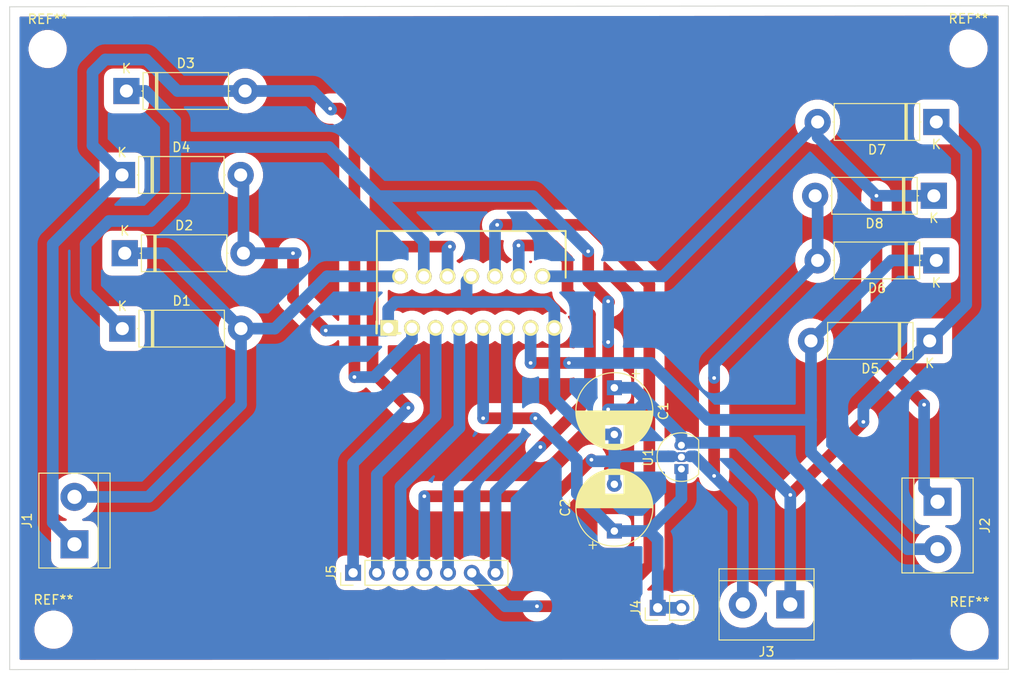
<source format=kicad_pcb>
(kicad_pcb (version 20171130) (host pcbnew "(5.1.9)-1")

  (general
    (thickness 1.6)
    (drawings 4)
    (tracks 218)
    (zones 0)
    (modules 21)
    (nets 14)
  )

  (page A4)
  (layers
    (0 F.Cu signal hide)
    (31 B.Cu signal)
    (32 B.Adhes user)
    (33 F.Adhes user)
    (34 B.Paste user)
    (35 F.Paste user)
    (36 B.SilkS user)
    (37 F.SilkS user)
    (38 B.Mask user)
    (39 F.Mask user)
    (40 Dwgs.User user)
    (41 Cmts.User user)
    (42 Eco1.User user)
    (43 Eco2.User user)
    (44 Edge.Cuts user)
    (45 Margin user)
    (46 B.CrtYd user)
    (47 F.CrtYd user)
    (48 B.Fab user)
    (49 F.Fab user)
  )

  (setup
    (last_trace_width 0.25)
    (user_trace_width 1.25)
    (trace_clearance 0.2)
    (zone_clearance 1)
    (zone_45_only no)
    (trace_min 0.2)
    (via_size 0.8)
    (via_drill 0.4)
    (via_min_size 0.4)
    (via_min_drill 0.3)
    (uvia_size 0.3)
    (uvia_drill 0.1)
    (uvias_allowed no)
    (uvia_min_size 0.2)
    (uvia_min_drill 0.1)
    (edge_width 0.05)
    (segment_width 0.2)
    (pcb_text_width 0.3)
    (pcb_text_size 1.5 1.5)
    (mod_edge_width 0.12)
    (mod_text_size 1 1)
    (mod_text_width 0.15)
    (pad_size 1.524 1.524)
    (pad_drill 0.762)
    (pad_to_mask_clearance 0)
    (aux_axis_origin 0 0)
    (visible_elements 7FFFFFFF)
    (pcbplotparams
      (layerselection 0x010fc_ffffffff)
      (usegerberextensions false)
      (usegerberattributes true)
      (usegerberadvancedattributes true)
      (creategerberjobfile true)
      (excludeedgelayer true)
      (linewidth 0.100000)
      (plotframeref false)
      (viasonmask false)
      (mode 1)
      (useauxorigin false)
      (hpglpennumber 1)
      (hpglpenspeed 20)
      (hpglpendiameter 15.000000)
      (psnegative false)
      (psa4output false)
      (plotreference true)
      (plotvalue true)
      (plotinvisibletext false)
      (padsonsilk false)
      (subtractmaskfromsilk false)
      (outputformat 1)
      (mirror false)
      (drillshape 1)
      (scaleselection 1)
      (outputdirectory ""))
  )

  (net 0 "")
  (net 1 GND)
  (net 2 VD)
  (net 3 +5V)
  (net 4 Output1)
  (net 5 Output2)
  (net 6 Output3)
  (net 7 Output4)
  (net 8 Input1)
  (net 9 Input2)
  (net 10 EnableB)
  (net 11 EnableA)
  (net 12 Input3)
  (net 13 Input4)

  (net_class Default "This is the default net class."
    (clearance 0.2)
    (trace_width 0.25)
    (via_dia 0.8)
    (via_drill 0.4)
    (uvia_dia 0.3)
    (uvia_drill 0.1)
    (add_net +5V)
    (add_net EnableA)
    (add_net EnableB)
    (add_net GND)
    (add_net Input1)
    (add_net Input2)
    (add_net Input3)
    (add_net Input4)
    (add_net Output1)
    (add_net Output2)
    (add_net Output3)
    (add_net Output4)
    (add_net VD)
  )

  (module MountingHole:MountingHole_2.1mm (layer F.Cu) (tedit 5B924765) (tstamp 61585708)
    (at 194.16268 128.15316)
    (descr "Mounting Hole 2.1mm, no annular")
    (tags "mounting hole 2.1mm no annular")
    (attr virtual)
    (fp_text reference REF** (at 0 -3.2) (layer F.SilkS)
      (effects (font (size 1 1) (thickness 0.15)))
    )
    (fp_text value MountingHole_2.1mm (at 0 3.2) (layer F.Fab)
      (effects (font (size 1 1) (thickness 0.15)))
    )
    (fp_circle (center 0 0) (end 2.35 0) (layer F.CrtYd) (width 0.05))
    (fp_circle (center 0 0) (end 2.1 0) (layer Cmts.User) (width 0.15))
    (fp_text user %R (at 0.3 0) (layer F.Fab)
      (effects (font (size 1 1) (thickness 0.15)))
    )
    (pad "" np_thru_hole circle (at 0 0) (size 2.1 2.1) (drill 2.1) (layers *.Cu *.Mask))
  )

  (module MountingHole:MountingHole_2.1mm (layer F.Cu) (tedit 5B924765) (tstamp 615856DD)
    (at 194.05092 65.69456)
    (descr "Mounting Hole 2.1mm, no annular")
    (tags "mounting hole 2.1mm no annular")
    (attr virtual)
    (fp_text reference REF** (at 0 -3.2) (layer F.SilkS)
      (effects (font (size 1 1) (thickness 0.15)))
    )
    (fp_text value MountingHole_2.1mm (at 0 3.2) (layer F.Fab)
      (effects (font (size 1 1) (thickness 0.15)))
    )
    (fp_circle (center 0 0) (end 2.35 0) (layer F.CrtYd) (width 0.05))
    (fp_circle (center 0 0) (end 2.1 0) (layer Cmts.User) (width 0.15))
    (fp_text user %R (at 0.3 0) (layer F.Fab)
      (effects (font (size 1 1) (thickness 0.15)))
    )
    (pad "" np_thru_hole circle (at 0 0) (size 2.1 2.1) (drill 2.1) (layers *.Cu *.Mask))
  )

  (module MountingHole:MountingHole_2.1mm (layer F.Cu) (tedit 5B924765) (tstamp 615856B0)
    (at 96.139 127.92456)
    (descr "Mounting Hole 2.1mm, no annular")
    (tags "mounting hole 2.1mm no annular")
    (attr virtual)
    (fp_text reference REF** (at 0 -3.2) (layer F.SilkS)
      (effects (font (size 1 1) (thickness 0.15)))
    )
    (fp_text value MountingHole_2.1mm (at 0 3.2) (layer F.Fab)
      (effects (font (size 1 1) (thickness 0.15)))
    )
    (fp_circle (center 0 0) (end 2.35 0) (layer F.CrtYd) (width 0.05))
    (fp_circle (center 0 0) (end 2.1 0) (layer Cmts.User) (width 0.15))
    (fp_text user %R (at 0.3 0) (layer F.Fab)
      (effects (font (size 1 1) (thickness 0.15)))
    )
    (pad "" np_thru_hole circle (at 0 0) (size 2.1 2.1) (drill 2.1) (layers *.Cu *.Mask))
  )

  (module MountingHole:MountingHole_2.1mm (layer F.Cu) (tedit 5B924765) (tstamp 61585666)
    (at 95.51416 65.74028)
    (descr "Mounting Hole 2.1mm, no annular")
    (tags "mounting hole 2.1mm no annular")
    (attr virtual)
    (fp_text reference REF** (at 0 -3.2) (layer F.SilkS)
      (effects (font (size 1 1) (thickness 0.15)))
    )
    (fp_text value MountingHole_2.1mm (at 0 3.2) (layer F.Fab)
      (effects (font (size 1 1) (thickness 0.15)))
    )
    (fp_circle (center 0 0) (end 2.35 0) (layer F.CrtYd) (width 0.05))
    (fp_circle (center 0 0) (end 2.1 0) (layer Cmts.User) (width 0.15))
    (fp_text user %R (at 0.3 0) (layer F.Fab)
      (effects (font (size 1 1) (thickness 0.15)))
    )
    (pad "" np_thru_hole circle (at 0 0) (size 2.1 2.1) (drill 2.1) (layers *.Cu *.Mask))
  )

  (module Capacitor_THT:CP_Radial_D8.0mm_P5.00mm (layer F.Cu) (tedit 5AE50EF0) (tstamp 61584340)
    (at 156.15412 102.01656 270)
    (descr "CP, Radial series, Radial, pin pitch=5.00mm, , diameter=8mm, Electrolytic Capacitor")
    (tags "CP Radial series Radial pin pitch 5.00mm  diameter 8mm Electrolytic Capacitor")
    (path /61580421)
    (fp_text reference C1 (at 2.5 -5.25 90) (layer F.SilkS)
      (effects (font (size 1 1) (thickness 0.15)))
    )
    (fp_text value CP (at 2.5 5.25 90) (layer F.Fab)
      (effects (font (size 1 1) (thickness 0.15)))
    )
    (fp_circle (center 2.5 0) (end 6.5 0) (layer F.Fab) (width 0.1))
    (fp_circle (center 2.5 0) (end 6.62 0) (layer F.SilkS) (width 0.12))
    (fp_circle (center 2.5 0) (end 6.75 0) (layer F.CrtYd) (width 0.05))
    (fp_line (start -0.926759 -1.7475) (end -0.126759 -1.7475) (layer F.Fab) (width 0.1))
    (fp_line (start -0.526759 -2.1475) (end -0.526759 -1.3475) (layer F.Fab) (width 0.1))
    (fp_line (start 2.5 -4.08) (end 2.5 4.08) (layer F.SilkS) (width 0.12))
    (fp_line (start 2.54 -4.08) (end 2.54 4.08) (layer F.SilkS) (width 0.12))
    (fp_line (start 2.58 -4.08) (end 2.58 4.08) (layer F.SilkS) (width 0.12))
    (fp_line (start 2.62 -4.079) (end 2.62 4.079) (layer F.SilkS) (width 0.12))
    (fp_line (start 2.66 -4.077) (end 2.66 4.077) (layer F.SilkS) (width 0.12))
    (fp_line (start 2.7 -4.076) (end 2.7 4.076) (layer F.SilkS) (width 0.12))
    (fp_line (start 2.74 -4.074) (end 2.74 4.074) (layer F.SilkS) (width 0.12))
    (fp_line (start 2.78 -4.071) (end 2.78 4.071) (layer F.SilkS) (width 0.12))
    (fp_line (start 2.82 -4.068) (end 2.82 4.068) (layer F.SilkS) (width 0.12))
    (fp_line (start 2.86 -4.065) (end 2.86 4.065) (layer F.SilkS) (width 0.12))
    (fp_line (start 2.9 -4.061) (end 2.9 4.061) (layer F.SilkS) (width 0.12))
    (fp_line (start 2.94 -4.057) (end 2.94 4.057) (layer F.SilkS) (width 0.12))
    (fp_line (start 2.98 -4.052) (end 2.98 4.052) (layer F.SilkS) (width 0.12))
    (fp_line (start 3.02 -4.048) (end 3.02 4.048) (layer F.SilkS) (width 0.12))
    (fp_line (start 3.06 -4.042) (end 3.06 4.042) (layer F.SilkS) (width 0.12))
    (fp_line (start 3.1 -4.037) (end 3.1 4.037) (layer F.SilkS) (width 0.12))
    (fp_line (start 3.14 -4.03) (end 3.14 4.03) (layer F.SilkS) (width 0.12))
    (fp_line (start 3.18 -4.024) (end 3.18 4.024) (layer F.SilkS) (width 0.12))
    (fp_line (start 3.221 -4.017) (end 3.221 4.017) (layer F.SilkS) (width 0.12))
    (fp_line (start 3.261 -4.01) (end 3.261 4.01) (layer F.SilkS) (width 0.12))
    (fp_line (start 3.301 -4.002) (end 3.301 4.002) (layer F.SilkS) (width 0.12))
    (fp_line (start 3.341 -3.994) (end 3.341 3.994) (layer F.SilkS) (width 0.12))
    (fp_line (start 3.381 -3.985) (end 3.381 3.985) (layer F.SilkS) (width 0.12))
    (fp_line (start 3.421 -3.976) (end 3.421 3.976) (layer F.SilkS) (width 0.12))
    (fp_line (start 3.461 -3.967) (end 3.461 3.967) (layer F.SilkS) (width 0.12))
    (fp_line (start 3.501 -3.957) (end 3.501 3.957) (layer F.SilkS) (width 0.12))
    (fp_line (start 3.541 -3.947) (end 3.541 3.947) (layer F.SilkS) (width 0.12))
    (fp_line (start 3.581 -3.936) (end 3.581 3.936) (layer F.SilkS) (width 0.12))
    (fp_line (start 3.621 -3.925) (end 3.621 3.925) (layer F.SilkS) (width 0.12))
    (fp_line (start 3.661 -3.914) (end 3.661 3.914) (layer F.SilkS) (width 0.12))
    (fp_line (start 3.701 -3.902) (end 3.701 3.902) (layer F.SilkS) (width 0.12))
    (fp_line (start 3.741 -3.889) (end 3.741 3.889) (layer F.SilkS) (width 0.12))
    (fp_line (start 3.781 -3.877) (end 3.781 3.877) (layer F.SilkS) (width 0.12))
    (fp_line (start 3.821 -3.863) (end 3.821 3.863) (layer F.SilkS) (width 0.12))
    (fp_line (start 3.861 -3.85) (end 3.861 3.85) (layer F.SilkS) (width 0.12))
    (fp_line (start 3.901 -3.835) (end 3.901 3.835) (layer F.SilkS) (width 0.12))
    (fp_line (start 3.941 -3.821) (end 3.941 3.821) (layer F.SilkS) (width 0.12))
    (fp_line (start 3.981 -3.805) (end 3.981 -1.04) (layer F.SilkS) (width 0.12))
    (fp_line (start 3.981 1.04) (end 3.981 3.805) (layer F.SilkS) (width 0.12))
    (fp_line (start 4.021 -3.79) (end 4.021 -1.04) (layer F.SilkS) (width 0.12))
    (fp_line (start 4.021 1.04) (end 4.021 3.79) (layer F.SilkS) (width 0.12))
    (fp_line (start 4.061 -3.774) (end 4.061 -1.04) (layer F.SilkS) (width 0.12))
    (fp_line (start 4.061 1.04) (end 4.061 3.774) (layer F.SilkS) (width 0.12))
    (fp_line (start 4.101 -3.757) (end 4.101 -1.04) (layer F.SilkS) (width 0.12))
    (fp_line (start 4.101 1.04) (end 4.101 3.757) (layer F.SilkS) (width 0.12))
    (fp_line (start 4.141 -3.74) (end 4.141 -1.04) (layer F.SilkS) (width 0.12))
    (fp_line (start 4.141 1.04) (end 4.141 3.74) (layer F.SilkS) (width 0.12))
    (fp_line (start 4.181 -3.722) (end 4.181 -1.04) (layer F.SilkS) (width 0.12))
    (fp_line (start 4.181 1.04) (end 4.181 3.722) (layer F.SilkS) (width 0.12))
    (fp_line (start 4.221 -3.704) (end 4.221 -1.04) (layer F.SilkS) (width 0.12))
    (fp_line (start 4.221 1.04) (end 4.221 3.704) (layer F.SilkS) (width 0.12))
    (fp_line (start 4.261 -3.686) (end 4.261 -1.04) (layer F.SilkS) (width 0.12))
    (fp_line (start 4.261 1.04) (end 4.261 3.686) (layer F.SilkS) (width 0.12))
    (fp_line (start 4.301 -3.666) (end 4.301 -1.04) (layer F.SilkS) (width 0.12))
    (fp_line (start 4.301 1.04) (end 4.301 3.666) (layer F.SilkS) (width 0.12))
    (fp_line (start 4.341 -3.647) (end 4.341 -1.04) (layer F.SilkS) (width 0.12))
    (fp_line (start 4.341 1.04) (end 4.341 3.647) (layer F.SilkS) (width 0.12))
    (fp_line (start 4.381 -3.627) (end 4.381 -1.04) (layer F.SilkS) (width 0.12))
    (fp_line (start 4.381 1.04) (end 4.381 3.627) (layer F.SilkS) (width 0.12))
    (fp_line (start 4.421 -3.606) (end 4.421 -1.04) (layer F.SilkS) (width 0.12))
    (fp_line (start 4.421 1.04) (end 4.421 3.606) (layer F.SilkS) (width 0.12))
    (fp_line (start 4.461 -3.584) (end 4.461 -1.04) (layer F.SilkS) (width 0.12))
    (fp_line (start 4.461 1.04) (end 4.461 3.584) (layer F.SilkS) (width 0.12))
    (fp_line (start 4.501 -3.562) (end 4.501 -1.04) (layer F.SilkS) (width 0.12))
    (fp_line (start 4.501 1.04) (end 4.501 3.562) (layer F.SilkS) (width 0.12))
    (fp_line (start 4.541 -3.54) (end 4.541 -1.04) (layer F.SilkS) (width 0.12))
    (fp_line (start 4.541 1.04) (end 4.541 3.54) (layer F.SilkS) (width 0.12))
    (fp_line (start 4.581 -3.517) (end 4.581 -1.04) (layer F.SilkS) (width 0.12))
    (fp_line (start 4.581 1.04) (end 4.581 3.517) (layer F.SilkS) (width 0.12))
    (fp_line (start 4.621 -3.493) (end 4.621 -1.04) (layer F.SilkS) (width 0.12))
    (fp_line (start 4.621 1.04) (end 4.621 3.493) (layer F.SilkS) (width 0.12))
    (fp_line (start 4.661 -3.469) (end 4.661 -1.04) (layer F.SilkS) (width 0.12))
    (fp_line (start 4.661 1.04) (end 4.661 3.469) (layer F.SilkS) (width 0.12))
    (fp_line (start 4.701 -3.444) (end 4.701 -1.04) (layer F.SilkS) (width 0.12))
    (fp_line (start 4.701 1.04) (end 4.701 3.444) (layer F.SilkS) (width 0.12))
    (fp_line (start 4.741 -3.418) (end 4.741 -1.04) (layer F.SilkS) (width 0.12))
    (fp_line (start 4.741 1.04) (end 4.741 3.418) (layer F.SilkS) (width 0.12))
    (fp_line (start 4.781 -3.392) (end 4.781 -1.04) (layer F.SilkS) (width 0.12))
    (fp_line (start 4.781 1.04) (end 4.781 3.392) (layer F.SilkS) (width 0.12))
    (fp_line (start 4.821 -3.365) (end 4.821 -1.04) (layer F.SilkS) (width 0.12))
    (fp_line (start 4.821 1.04) (end 4.821 3.365) (layer F.SilkS) (width 0.12))
    (fp_line (start 4.861 -3.338) (end 4.861 -1.04) (layer F.SilkS) (width 0.12))
    (fp_line (start 4.861 1.04) (end 4.861 3.338) (layer F.SilkS) (width 0.12))
    (fp_line (start 4.901 -3.309) (end 4.901 -1.04) (layer F.SilkS) (width 0.12))
    (fp_line (start 4.901 1.04) (end 4.901 3.309) (layer F.SilkS) (width 0.12))
    (fp_line (start 4.941 -3.28) (end 4.941 -1.04) (layer F.SilkS) (width 0.12))
    (fp_line (start 4.941 1.04) (end 4.941 3.28) (layer F.SilkS) (width 0.12))
    (fp_line (start 4.981 -3.25) (end 4.981 -1.04) (layer F.SilkS) (width 0.12))
    (fp_line (start 4.981 1.04) (end 4.981 3.25) (layer F.SilkS) (width 0.12))
    (fp_line (start 5.021 -3.22) (end 5.021 -1.04) (layer F.SilkS) (width 0.12))
    (fp_line (start 5.021 1.04) (end 5.021 3.22) (layer F.SilkS) (width 0.12))
    (fp_line (start 5.061 -3.189) (end 5.061 -1.04) (layer F.SilkS) (width 0.12))
    (fp_line (start 5.061 1.04) (end 5.061 3.189) (layer F.SilkS) (width 0.12))
    (fp_line (start 5.101 -3.156) (end 5.101 -1.04) (layer F.SilkS) (width 0.12))
    (fp_line (start 5.101 1.04) (end 5.101 3.156) (layer F.SilkS) (width 0.12))
    (fp_line (start 5.141 -3.124) (end 5.141 -1.04) (layer F.SilkS) (width 0.12))
    (fp_line (start 5.141 1.04) (end 5.141 3.124) (layer F.SilkS) (width 0.12))
    (fp_line (start 5.181 -3.09) (end 5.181 -1.04) (layer F.SilkS) (width 0.12))
    (fp_line (start 5.181 1.04) (end 5.181 3.09) (layer F.SilkS) (width 0.12))
    (fp_line (start 5.221 -3.055) (end 5.221 -1.04) (layer F.SilkS) (width 0.12))
    (fp_line (start 5.221 1.04) (end 5.221 3.055) (layer F.SilkS) (width 0.12))
    (fp_line (start 5.261 -3.019) (end 5.261 -1.04) (layer F.SilkS) (width 0.12))
    (fp_line (start 5.261 1.04) (end 5.261 3.019) (layer F.SilkS) (width 0.12))
    (fp_line (start 5.301 -2.983) (end 5.301 -1.04) (layer F.SilkS) (width 0.12))
    (fp_line (start 5.301 1.04) (end 5.301 2.983) (layer F.SilkS) (width 0.12))
    (fp_line (start 5.341 -2.945) (end 5.341 -1.04) (layer F.SilkS) (width 0.12))
    (fp_line (start 5.341 1.04) (end 5.341 2.945) (layer F.SilkS) (width 0.12))
    (fp_line (start 5.381 -2.907) (end 5.381 -1.04) (layer F.SilkS) (width 0.12))
    (fp_line (start 5.381 1.04) (end 5.381 2.907) (layer F.SilkS) (width 0.12))
    (fp_line (start 5.421 -2.867) (end 5.421 -1.04) (layer F.SilkS) (width 0.12))
    (fp_line (start 5.421 1.04) (end 5.421 2.867) (layer F.SilkS) (width 0.12))
    (fp_line (start 5.461 -2.826) (end 5.461 -1.04) (layer F.SilkS) (width 0.12))
    (fp_line (start 5.461 1.04) (end 5.461 2.826) (layer F.SilkS) (width 0.12))
    (fp_line (start 5.501 -2.784) (end 5.501 -1.04) (layer F.SilkS) (width 0.12))
    (fp_line (start 5.501 1.04) (end 5.501 2.784) (layer F.SilkS) (width 0.12))
    (fp_line (start 5.541 -2.741) (end 5.541 -1.04) (layer F.SilkS) (width 0.12))
    (fp_line (start 5.541 1.04) (end 5.541 2.741) (layer F.SilkS) (width 0.12))
    (fp_line (start 5.581 -2.697) (end 5.581 -1.04) (layer F.SilkS) (width 0.12))
    (fp_line (start 5.581 1.04) (end 5.581 2.697) (layer F.SilkS) (width 0.12))
    (fp_line (start 5.621 -2.651) (end 5.621 -1.04) (layer F.SilkS) (width 0.12))
    (fp_line (start 5.621 1.04) (end 5.621 2.651) (layer F.SilkS) (width 0.12))
    (fp_line (start 5.661 -2.604) (end 5.661 -1.04) (layer F.SilkS) (width 0.12))
    (fp_line (start 5.661 1.04) (end 5.661 2.604) (layer F.SilkS) (width 0.12))
    (fp_line (start 5.701 -2.556) (end 5.701 -1.04) (layer F.SilkS) (width 0.12))
    (fp_line (start 5.701 1.04) (end 5.701 2.556) (layer F.SilkS) (width 0.12))
    (fp_line (start 5.741 -2.505) (end 5.741 -1.04) (layer F.SilkS) (width 0.12))
    (fp_line (start 5.741 1.04) (end 5.741 2.505) (layer F.SilkS) (width 0.12))
    (fp_line (start 5.781 -2.454) (end 5.781 -1.04) (layer F.SilkS) (width 0.12))
    (fp_line (start 5.781 1.04) (end 5.781 2.454) (layer F.SilkS) (width 0.12))
    (fp_line (start 5.821 -2.4) (end 5.821 -1.04) (layer F.SilkS) (width 0.12))
    (fp_line (start 5.821 1.04) (end 5.821 2.4) (layer F.SilkS) (width 0.12))
    (fp_line (start 5.861 -2.345) (end 5.861 -1.04) (layer F.SilkS) (width 0.12))
    (fp_line (start 5.861 1.04) (end 5.861 2.345) (layer F.SilkS) (width 0.12))
    (fp_line (start 5.901 -2.287) (end 5.901 -1.04) (layer F.SilkS) (width 0.12))
    (fp_line (start 5.901 1.04) (end 5.901 2.287) (layer F.SilkS) (width 0.12))
    (fp_line (start 5.941 -2.228) (end 5.941 -1.04) (layer F.SilkS) (width 0.12))
    (fp_line (start 5.941 1.04) (end 5.941 2.228) (layer F.SilkS) (width 0.12))
    (fp_line (start 5.981 -2.166) (end 5.981 -1.04) (layer F.SilkS) (width 0.12))
    (fp_line (start 5.981 1.04) (end 5.981 2.166) (layer F.SilkS) (width 0.12))
    (fp_line (start 6.021 -2.102) (end 6.021 -1.04) (layer F.SilkS) (width 0.12))
    (fp_line (start 6.021 1.04) (end 6.021 2.102) (layer F.SilkS) (width 0.12))
    (fp_line (start 6.061 -2.034) (end 6.061 2.034) (layer F.SilkS) (width 0.12))
    (fp_line (start 6.101 -1.964) (end 6.101 1.964) (layer F.SilkS) (width 0.12))
    (fp_line (start 6.141 -1.89) (end 6.141 1.89) (layer F.SilkS) (width 0.12))
    (fp_line (start 6.181 -1.813) (end 6.181 1.813) (layer F.SilkS) (width 0.12))
    (fp_line (start 6.221 -1.731) (end 6.221 1.731) (layer F.SilkS) (width 0.12))
    (fp_line (start 6.261 -1.645) (end 6.261 1.645) (layer F.SilkS) (width 0.12))
    (fp_line (start 6.301 -1.552) (end 6.301 1.552) (layer F.SilkS) (width 0.12))
    (fp_line (start 6.341 -1.453) (end 6.341 1.453) (layer F.SilkS) (width 0.12))
    (fp_line (start 6.381 -1.346) (end 6.381 1.346) (layer F.SilkS) (width 0.12))
    (fp_line (start 6.421 -1.229) (end 6.421 1.229) (layer F.SilkS) (width 0.12))
    (fp_line (start 6.461 -1.098) (end 6.461 1.098) (layer F.SilkS) (width 0.12))
    (fp_line (start 6.501 -0.948) (end 6.501 0.948) (layer F.SilkS) (width 0.12))
    (fp_line (start 6.541 -0.768) (end 6.541 0.768) (layer F.SilkS) (width 0.12))
    (fp_line (start 6.581 -0.533) (end 6.581 0.533) (layer F.SilkS) (width 0.12))
    (fp_line (start -1.909698 -2.315) (end -1.109698 -2.315) (layer F.SilkS) (width 0.12))
    (fp_line (start -1.509698 -2.715) (end -1.509698 -1.915) (layer F.SilkS) (width 0.12))
    (fp_text user %R (at 2.5 0 90) (layer F.Fab)
      (effects (font (size 1 1) (thickness 0.15)))
    )
    (pad 2 thru_hole circle (at 5 0 270) (size 1.6 1.6) (drill 0.8) (layers *.Cu *.Mask)
      (net 1 GND))
    (pad 1 thru_hole rect (at 0 0 270) (size 1.6 1.6) (drill 0.8) (layers *.Cu *.Mask)
      (net 2 VD))
    (model ${KISYS3DMOD}/Capacitor_THT.3dshapes/CP_Radial_D8.0mm_P5.00mm.wrl
      (at (xyz 0 0 0))
      (scale (xyz 1 1 1))
      (rotate (xyz 0 0 0))
    )
  )

  (module Capacitor_THT:CP_Radial_D8.0mm_P5.00mm (layer F.Cu) (tedit 5AE50EF0) (tstamp 61584148)
    (at 156.15412 117.35816 90)
    (descr "CP, Radial series, Radial, pin pitch=5.00mm, , diameter=8mm, Electrolytic Capacitor")
    (tags "CP Radial series Radial pin pitch 5.00mm  diameter 8mm Electrolytic Capacitor")
    (path /61580AB5)
    (fp_text reference C2 (at 2.5 -5.25 90) (layer F.SilkS)
      (effects (font (size 1 1) (thickness 0.15)))
    )
    (fp_text value CP (at 2.5 5.25 90) (layer F.Fab)
      (effects (font (size 1 1) (thickness 0.15)))
    )
    (fp_line (start -1.509698 -2.715) (end -1.509698 -1.915) (layer F.SilkS) (width 0.12))
    (fp_line (start -1.909698 -2.315) (end -1.109698 -2.315) (layer F.SilkS) (width 0.12))
    (fp_line (start 6.581 -0.533) (end 6.581 0.533) (layer F.SilkS) (width 0.12))
    (fp_line (start 6.541 -0.768) (end 6.541 0.768) (layer F.SilkS) (width 0.12))
    (fp_line (start 6.501 -0.948) (end 6.501 0.948) (layer F.SilkS) (width 0.12))
    (fp_line (start 6.461 -1.098) (end 6.461 1.098) (layer F.SilkS) (width 0.12))
    (fp_line (start 6.421 -1.229) (end 6.421 1.229) (layer F.SilkS) (width 0.12))
    (fp_line (start 6.381 -1.346) (end 6.381 1.346) (layer F.SilkS) (width 0.12))
    (fp_line (start 6.341 -1.453) (end 6.341 1.453) (layer F.SilkS) (width 0.12))
    (fp_line (start 6.301 -1.552) (end 6.301 1.552) (layer F.SilkS) (width 0.12))
    (fp_line (start 6.261 -1.645) (end 6.261 1.645) (layer F.SilkS) (width 0.12))
    (fp_line (start 6.221 -1.731) (end 6.221 1.731) (layer F.SilkS) (width 0.12))
    (fp_line (start 6.181 -1.813) (end 6.181 1.813) (layer F.SilkS) (width 0.12))
    (fp_line (start 6.141 -1.89) (end 6.141 1.89) (layer F.SilkS) (width 0.12))
    (fp_line (start 6.101 -1.964) (end 6.101 1.964) (layer F.SilkS) (width 0.12))
    (fp_line (start 6.061 -2.034) (end 6.061 2.034) (layer F.SilkS) (width 0.12))
    (fp_line (start 6.021 1.04) (end 6.021 2.102) (layer F.SilkS) (width 0.12))
    (fp_line (start 6.021 -2.102) (end 6.021 -1.04) (layer F.SilkS) (width 0.12))
    (fp_line (start 5.981 1.04) (end 5.981 2.166) (layer F.SilkS) (width 0.12))
    (fp_line (start 5.981 -2.166) (end 5.981 -1.04) (layer F.SilkS) (width 0.12))
    (fp_line (start 5.941 1.04) (end 5.941 2.228) (layer F.SilkS) (width 0.12))
    (fp_line (start 5.941 -2.228) (end 5.941 -1.04) (layer F.SilkS) (width 0.12))
    (fp_line (start 5.901 1.04) (end 5.901 2.287) (layer F.SilkS) (width 0.12))
    (fp_line (start 5.901 -2.287) (end 5.901 -1.04) (layer F.SilkS) (width 0.12))
    (fp_line (start 5.861 1.04) (end 5.861 2.345) (layer F.SilkS) (width 0.12))
    (fp_line (start 5.861 -2.345) (end 5.861 -1.04) (layer F.SilkS) (width 0.12))
    (fp_line (start 5.821 1.04) (end 5.821 2.4) (layer F.SilkS) (width 0.12))
    (fp_line (start 5.821 -2.4) (end 5.821 -1.04) (layer F.SilkS) (width 0.12))
    (fp_line (start 5.781 1.04) (end 5.781 2.454) (layer F.SilkS) (width 0.12))
    (fp_line (start 5.781 -2.454) (end 5.781 -1.04) (layer F.SilkS) (width 0.12))
    (fp_line (start 5.741 1.04) (end 5.741 2.505) (layer F.SilkS) (width 0.12))
    (fp_line (start 5.741 -2.505) (end 5.741 -1.04) (layer F.SilkS) (width 0.12))
    (fp_line (start 5.701 1.04) (end 5.701 2.556) (layer F.SilkS) (width 0.12))
    (fp_line (start 5.701 -2.556) (end 5.701 -1.04) (layer F.SilkS) (width 0.12))
    (fp_line (start 5.661 1.04) (end 5.661 2.604) (layer F.SilkS) (width 0.12))
    (fp_line (start 5.661 -2.604) (end 5.661 -1.04) (layer F.SilkS) (width 0.12))
    (fp_line (start 5.621 1.04) (end 5.621 2.651) (layer F.SilkS) (width 0.12))
    (fp_line (start 5.621 -2.651) (end 5.621 -1.04) (layer F.SilkS) (width 0.12))
    (fp_line (start 5.581 1.04) (end 5.581 2.697) (layer F.SilkS) (width 0.12))
    (fp_line (start 5.581 -2.697) (end 5.581 -1.04) (layer F.SilkS) (width 0.12))
    (fp_line (start 5.541 1.04) (end 5.541 2.741) (layer F.SilkS) (width 0.12))
    (fp_line (start 5.541 -2.741) (end 5.541 -1.04) (layer F.SilkS) (width 0.12))
    (fp_line (start 5.501 1.04) (end 5.501 2.784) (layer F.SilkS) (width 0.12))
    (fp_line (start 5.501 -2.784) (end 5.501 -1.04) (layer F.SilkS) (width 0.12))
    (fp_line (start 5.461 1.04) (end 5.461 2.826) (layer F.SilkS) (width 0.12))
    (fp_line (start 5.461 -2.826) (end 5.461 -1.04) (layer F.SilkS) (width 0.12))
    (fp_line (start 5.421 1.04) (end 5.421 2.867) (layer F.SilkS) (width 0.12))
    (fp_line (start 5.421 -2.867) (end 5.421 -1.04) (layer F.SilkS) (width 0.12))
    (fp_line (start 5.381 1.04) (end 5.381 2.907) (layer F.SilkS) (width 0.12))
    (fp_line (start 5.381 -2.907) (end 5.381 -1.04) (layer F.SilkS) (width 0.12))
    (fp_line (start 5.341 1.04) (end 5.341 2.945) (layer F.SilkS) (width 0.12))
    (fp_line (start 5.341 -2.945) (end 5.341 -1.04) (layer F.SilkS) (width 0.12))
    (fp_line (start 5.301 1.04) (end 5.301 2.983) (layer F.SilkS) (width 0.12))
    (fp_line (start 5.301 -2.983) (end 5.301 -1.04) (layer F.SilkS) (width 0.12))
    (fp_line (start 5.261 1.04) (end 5.261 3.019) (layer F.SilkS) (width 0.12))
    (fp_line (start 5.261 -3.019) (end 5.261 -1.04) (layer F.SilkS) (width 0.12))
    (fp_line (start 5.221 1.04) (end 5.221 3.055) (layer F.SilkS) (width 0.12))
    (fp_line (start 5.221 -3.055) (end 5.221 -1.04) (layer F.SilkS) (width 0.12))
    (fp_line (start 5.181 1.04) (end 5.181 3.09) (layer F.SilkS) (width 0.12))
    (fp_line (start 5.181 -3.09) (end 5.181 -1.04) (layer F.SilkS) (width 0.12))
    (fp_line (start 5.141 1.04) (end 5.141 3.124) (layer F.SilkS) (width 0.12))
    (fp_line (start 5.141 -3.124) (end 5.141 -1.04) (layer F.SilkS) (width 0.12))
    (fp_line (start 5.101 1.04) (end 5.101 3.156) (layer F.SilkS) (width 0.12))
    (fp_line (start 5.101 -3.156) (end 5.101 -1.04) (layer F.SilkS) (width 0.12))
    (fp_line (start 5.061 1.04) (end 5.061 3.189) (layer F.SilkS) (width 0.12))
    (fp_line (start 5.061 -3.189) (end 5.061 -1.04) (layer F.SilkS) (width 0.12))
    (fp_line (start 5.021 1.04) (end 5.021 3.22) (layer F.SilkS) (width 0.12))
    (fp_line (start 5.021 -3.22) (end 5.021 -1.04) (layer F.SilkS) (width 0.12))
    (fp_line (start 4.981 1.04) (end 4.981 3.25) (layer F.SilkS) (width 0.12))
    (fp_line (start 4.981 -3.25) (end 4.981 -1.04) (layer F.SilkS) (width 0.12))
    (fp_line (start 4.941 1.04) (end 4.941 3.28) (layer F.SilkS) (width 0.12))
    (fp_line (start 4.941 -3.28) (end 4.941 -1.04) (layer F.SilkS) (width 0.12))
    (fp_line (start 4.901 1.04) (end 4.901 3.309) (layer F.SilkS) (width 0.12))
    (fp_line (start 4.901 -3.309) (end 4.901 -1.04) (layer F.SilkS) (width 0.12))
    (fp_line (start 4.861 1.04) (end 4.861 3.338) (layer F.SilkS) (width 0.12))
    (fp_line (start 4.861 -3.338) (end 4.861 -1.04) (layer F.SilkS) (width 0.12))
    (fp_line (start 4.821 1.04) (end 4.821 3.365) (layer F.SilkS) (width 0.12))
    (fp_line (start 4.821 -3.365) (end 4.821 -1.04) (layer F.SilkS) (width 0.12))
    (fp_line (start 4.781 1.04) (end 4.781 3.392) (layer F.SilkS) (width 0.12))
    (fp_line (start 4.781 -3.392) (end 4.781 -1.04) (layer F.SilkS) (width 0.12))
    (fp_line (start 4.741 1.04) (end 4.741 3.418) (layer F.SilkS) (width 0.12))
    (fp_line (start 4.741 -3.418) (end 4.741 -1.04) (layer F.SilkS) (width 0.12))
    (fp_line (start 4.701 1.04) (end 4.701 3.444) (layer F.SilkS) (width 0.12))
    (fp_line (start 4.701 -3.444) (end 4.701 -1.04) (layer F.SilkS) (width 0.12))
    (fp_line (start 4.661 1.04) (end 4.661 3.469) (layer F.SilkS) (width 0.12))
    (fp_line (start 4.661 -3.469) (end 4.661 -1.04) (layer F.SilkS) (width 0.12))
    (fp_line (start 4.621 1.04) (end 4.621 3.493) (layer F.SilkS) (width 0.12))
    (fp_line (start 4.621 -3.493) (end 4.621 -1.04) (layer F.SilkS) (width 0.12))
    (fp_line (start 4.581 1.04) (end 4.581 3.517) (layer F.SilkS) (width 0.12))
    (fp_line (start 4.581 -3.517) (end 4.581 -1.04) (layer F.SilkS) (width 0.12))
    (fp_line (start 4.541 1.04) (end 4.541 3.54) (layer F.SilkS) (width 0.12))
    (fp_line (start 4.541 -3.54) (end 4.541 -1.04) (layer F.SilkS) (width 0.12))
    (fp_line (start 4.501 1.04) (end 4.501 3.562) (layer F.SilkS) (width 0.12))
    (fp_line (start 4.501 -3.562) (end 4.501 -1.04) (layer F.SilkS) (width 0.12))
    (fp_line (start 4.461 1.04) (end 4.461 3.584) (layer F.SilkS) (width 0.12))
    (fp_line (start 4.461 -3.584) (end 4.461 -1.04) (layer F.SilkS) (width 0.12))
    (fp_line (start 4.421 1.04) (end 4.421 3.606) (layer F.SilkS) (width 0.12))
    (fp_line (start 4.421 -3.606) (end 4.421 -1.04) (layer F.SilkS) (width 0.12))
    (fp_line (start 4.381 1.04) (end 4.381 3.627) (layer F.SilkS) (width 0.12))
    (fp_line (start 4.381 -3.627) (end 4.381 -1.04) (layer F.SilkS) (width 0.12))
    (fp_line (start 4.341 1.04) (end 4.341 3.647) (layer F.SilkS) (width 0.12))
    (fp_line (start 4.341 -3.647) (end 4.341 -1.04) (layer F.SilkS) (width 0.12))
    (fp_line (start 4.301 1.04) (end 4.301 3.666) (layer F.SilkS) (width 0.12))
    (fp_line (start 4.301 -3.666) (end 4.301 -1.04) (layer F.SilkS) (width 0.12))
    (fp_line (start 4.261 1.04) (end 4.261 3.686) (layer F.SilkS) (width 0.12))
    (fp_line (start 4.261 -3.686) (end 4.261 -1.04) (layer F.SilkS) (width 0.12))
    (fp_line (start 4.221 1.04) (end 4.221 3.704) (layer F.SilkS) (width 0.12))
    (fp_line (start 4.221 -3.704) (end 4.221 -1.04) (layer F.SilkS) (width 0.12))
    (fp_line (start 4.181 1.04) (end 4.181 3.722) (layer F.SilkS) (width 0.12))
    (fp_line (start 4.181 -3.722) (end 4.181 -1.04) (layer F.SilkS) (width 0.12))
    (fp_line (start 4.141 1.04) (end 4.141 3.74) (layer F.SilkS) (width 0.12))
    (fp_line (start 4.141 -3.74) (end 4.141 -1.04) (layer F.SilkS) (width 0.12))
    (fp_line (start 4.101 1.04) (end 4.101 3.757) (layer F.SilkS) (width 0.12))
    (fp_line (start 4.101 -3.757) (end 4.101 -1.04) (layer F.SilkS) (width 0.12))
    (fp_line (start 4.061 1.04) (end 4.061 3.774) (layer F.SilkS) (width 0.12))
    (fp_line (start 4.061 -3.774) (end 4.061 -1.04) (layer F.SilkS) (width 0.12))
    (fp_line (start 4.021 1.04) (end 4.021 3.79) (layer F.SilkS) (width 0.12))
    (fp_line (start 4.021 -3.79) (end 4.021 -1.04) (layer F.SilkS) (width 0.12))
    (fp_line (start 3.981 1.04) (end 3.981 3.805) (layer F.SilkS) (width 0.12))
    (fp_line (start 3.981 -3.805) (end 3.981 -1.04) (layer F.SilkS) (width 0.12))
    (fp_line (start 3.941 -3.821) (end 3.941 3.821) (layer F.SilkS) (width 0.12))
    (fp_line (start 3.901 -3.835) (end 3.901 3.835) (layer F.SilkS) (width 0.12))
    (fp_line (start 3.861 -3.85) (end 3.861 3.85) (layer F.SilkS) (width 0.12))
    (fp_line (start 3.821 -3.863) (end 3.821 3.863) (layer F.SilkS) (width 0.12))
    (fp_line (start 3.781 -3.877) (end 3.781 3.877) (layer F.SilkS) (width 0.12))
    (fp_line (start 3.741 -3.889) (end 3.741 3.889) (layer F.SilkS) (width 0.12))
    (fp_line (start 3.701 -3.902) (end 3.701 3.902) (layer F.SilkS) (width 0.12))
    (fp_line (start 3.661 -3.914) (end 3.661 3.914) (layer F.SilkS) (width 0.12))
    (fp_line (start 3.621 -3.925) (end 3.621 3.925) (layer F.SilkS) (width 0.12))
    (fp_line (start 3.581 -3.936) (end 3.581 3.936) (layer F.SilkS) (width 0.12))
    (fp_line (start 3.541 -3.947) (end 3.541 3.947) (layer F.SilkS) (width 0.12))
    (fp_line (start 3.501 -3.957) (end 3.501 3.957) (layer F.SilkS) (width 0.12))
    (fp_line (start 3.461 -3.967) (end 3.461 3.967) (layer F.SilkS) (width 0.12))
    (fp_line (start 3.421 -3.976) (end 3.421 3.976) (layer F.SilkS) (width 0.12))
    (fp_line (start 3.381 -3.985) (end 3.381 3.985) (layer F.SilkS) (width 0.12))
    (fp_line (start 3.341 -3.994) (end 3.341 3.994) (layer F.SilkS) (width 0.12))
    (fp_line (start 3.301 -4.002) (end 3.301 4.002) (layer F.SilkS) (width 0.12))
    (fp_line (start 3.261 -4.01) (end 3.261 4.01) (layer F.SilkS) (width 0.12))
    (fp_line (start 3.221 -4.017) (end 3.221 4.017) (layer F.SilkS) (width 0.12))
    (fp_line (start 3.18 -4.024) (end 3.18 4.024) (layer F.SilkS) (width 0.12))
    (fp_line (start 3.14 -4.03) (end 3.14 4.03) (layer F.SilkS) (width 0.12))
    (fp_line (start 3.1 -4.037) (end 3.1 4.037) (layer F.SilkS) (width 0.12))
    (fp_line (start 3.06 -4.042) (end 3.06 4.042) (layer F.SilkS) (width 0.12))
    (fp_line (start 3.02 -4.048) (end 3.02 4.048) (layer F.SilkS) (width 0.12))
    (fp_line (start 2.98 -4.052) (end 2.98 4.052) (layer F.SilkS) (width 0.12))
    (fp_line (start 2.94 -4.057) (end 2.94 4.057) (layer F.SilkS) (width 0.12))
    (fp_line (start 2.9 -4.061) (end 2.9 4.061) (layer F.SilkS) (width 0.12))
    (fp_line (start 2.86 -4.065) (end 2.86 4.065) (layer F.SilkS) (width 0.12))
    (fp_line (start 2.82 -4.068) (end 2.82 4.068) (layer F.SilkS) (width 0.12))
    (fp_line (start 2.78 -4.071) (end 2.78 4.071) (layer F.SilkS) (width 0.12))
    (fp_line (start 2.74 -4.074) (end 2.74 4.074) (layer F.SilkS) (width 0.12))
    (fp_line (start 2.7 -4.076) (end 2.7 4.076) (layer F.SilkS) (width 0.12))
    (fp_line (start 2.66 -4.077) (end 2.66 4.077) (layer F.SilkS) (width 0.12))
    (fp_line (start 2.62 -4.079) (end 2.62 4.079) (layer F.SilkS) (width 0.12))
    (fp_line (start 2.58 -4.08) (end 2.58 4.08) (layer F.SilkS) (width 0.12))
    (fp_line (start 2.54 -4.08) (end 2.54 4.08) (layer F.SilkS) (width 0.12))
    (fp_line (start 2.5 -4.08) (end 2.5 4.08) (layer F.SilkS) (width 0.12))
    (fp_line (start -0.526759 -2.1475) (end -0.526759 -1.3475) (layer F.Fab) (width 0.1))
    (fp_line (start -0.926759 -1.7475) (end -0.126759 -1.7475) (layer F.Fab) (width 0.1))
    (fp_circle (center 2.5 0) (end 6.75 0) (layer F.CrtYd) (width 0.05))
    (fp_circle (center 2.5 0) (end 6.62 0) (layer F.SilkS) (width 0.12))
    (fp_circle (center 2.5 0) (end 6.5 0) (layer F.Fab) (width 0.1))
    (fp_text user %R (at 2.5 0 90) (layer F.Fab)
      (effects (font (size 1 1) (thickness 0.15)))
    )
    (pad 1 thru_hole rect (at 0 0 90) (size 1.6 1.6) (drill 0.8) (layers *.Cu *.Mask)
      (net 3 +5V))
    (pad 2 thru_hole circle (at 5 0 90) (size 1.6 1.6) (drill 0.8) (layers *.Cu *.Mask)
      (net 1 GND))
    (model ${KISYS3DMOD}/Capacitor_THT.3dshapes/CP_Radial_D8.0mm_P5.00mm.wrl
      (at (xyz 0 0 0))
      (scale (xyz 1 1 1))
      (rotate (xyz 0 0 0))
    )
  )

  (module Diode_THT:D_5W_P12.70mm_Horizontal (layer F.Cu) (tedit 5AE50CD5) (tstamp 61583699)
    (at 103.505 95.6818)
    (descr "Diode, 5W series, Axial, Horizontal, pin pitch=12.7mm, , length*diameter=8.9*3.7mm^2, , http://www.diodes.com/_files/packages/8686949.gif")
    (tags "Diode 5W series Axial Horizontal pin pitch 12.7mm  length 8.9mm diameter 3.7mm")
    (path /61597C3A)
    (fp_text reference D1 (at 6.35 -2.97) (layer F.SilkS)
      (effects (font (size 1 1) (thickness 0.15)))
    )
    (fp_text value D (at 6.35 2.97) (layer F.Fab)
      (effects (font (size 1 1) (thickness 0.15)))
    )
    (fp_line (start 1.9 -1.85) (end 1.9 1.85) (layer F.Fab) (width 0.1))
    (fp_line (start 1.9 1.85) (end 10.8 1.85) (layer F.Fab) (width 0.1))
    (fp_line (start 10.8 1.85) (end 10.8 -1.85) (layer F.Fab) (width 0.1))
    (fp_line (start 10.8 -1.85) (end 1.9 -1.85) (layer F.Fab) (width 0.1))
    (fp_line (start 0 0) (end 1.9 0) (layer F.Fab) (width 0.1))
    (fp_line (start 12.7 0) (end 10.8 0) (layer F.Fab) (width 0.1))
    (fp_line (start 3.235 -1.85) (end 3.235 1.85) (layer F.Fab) (width 0.1))
    (fp_line (start 3.335 -1.85) (end 3.335 1.85) (layer F.Fab) (width 0.1))
    (fp_line (start 3.135 -1.85) (end 3.135 1.85) (layer F.Fab) (width 0.1))
    (fp_line (start 1.78 -1.97) (end 1.78 1.97) (layer F.SilkS) (width 0.12))
    (fp_line (start 1.78 1.97) (end 10.92 1.97) (layer F.SilkS) (width 0.12))
    (fp_line (start 10.92 1.97) (end 10.92 -1.97) (layer F.SilkS) (width 0.12))
    (fp_line (start 10.92 -1.97) (end 1.78 -1.97) (layer F.SilkS) (width 0.12))
    (fp_line (start 1.64 0) (end 1.78 0) (layer F.SilkS) (width 0.12))
    (fp_line (start 11.06 0) (end 10.92 0) (layer F.SilkS) (width 0.12))
    (fp_line (start 3.235 -1.97) (end 3.235 1.97) (layer F.SilkS) (width 0.12))
    (fp_line (start 3.355 -1.97) (end 3.355 1.97) (layer F.SilkS) (width 0.12))
    (fp_line (start 3.115 -1.97) (end 3.115 1.97) (layer F.SilkS) (width 0.12))
    (fp_line (start -1.65 -2.1) (end -1.65 2.1) (layer F.CrtYd) (width 0.05))
    (fp_line (start -1.65 2.1) (end 14.35 2.1) (layer F.CrtYd) (width 0.05))
    (fp_line (start 14.35 2.1) (end 14.35 -2.1) (layer F.CrtYd) (width 0.05))
    (fp_line (start 14.35 -2.1) (end -1.65 -2.1) (layer F.CrtYd) (width 0.05))
    (fp_text user K (at 0 -2.4) (layer F.SilkS)
      (effects (font (size 1 1) (thickness 0.15)))
    )
    (fp_text user K (at 0 -2.4) (layer F.Fab)
      (effects (font (size 1 1) (thickness 0.15)))
    )
    (fp_text user %R (at 7.0175 0) (layer F.Fab)
      (effects (font (size 1 1) (thickness 0.15)))
    )
    (pad 2 thru_hole oval (at 12.7 0) (size 2.8 2.8) (drill 1.4) (layers *.Cu *.Mask)
      (net 4 Output1))
    (pad 1 thru_hole rect (at 0 0) (size 2.8 2.8) (drill 1.4) (layers *.Cu *.Mask)
      (net 2 VD))
    (model ${KISYS3DMOD}/Diode_THT.3dshapes/D_5W_P12.70mm_Horizontal.wrl
      (at (xyz 0 0 0))
      (scale (xyz 1 1 1))
      (rotate (xyz 0 0 0))
    )
  )

  (module Diode_THT:D_5W_P12.70mm_Horizontal (layer F.Cu) (tedit 5AE50CD5) (tstamp 61581BEE)
    (at 103.76408 87.60968)
    (descr "Diode, 5W series, Axial, Horizontal, pin pitch=12.7mm, , length*diameter=8.9*3.7mm^2, , http://www.diodes.com/_files/packages/8686949.gif")
    (tags "Diode 5W series Axial Horizontal pin pitch 12.7mm  length 8.9mm diameter 3.7mm")
    (path /6159853F)
    (fp_text reference D2 (at 6.35 -2.97) (layer F.SilkS)
      (effects (font (size 1 1) (thickness 0.15)))
    )
    (fp_text value D (at 6.35 2.97) (layer F.Fab)
      (effects (font (size 1 1) (thickness 0.15)))
    )
    (fp_line (start 1.9 -1.85) (end 1.9 1.85) (layer F.Fab) (width 0.1))
    (fp_line (start 1.9 1.85) (end 10.8 1.85) (layer F.Fab) (width 0.1))
    (fp_line (start 10.8 1.85) (end 10.8 -1.85) (layer F.Fab) (width 0.1))
    (fp_line (start 10.8 -1.85) (end 1.9 -1.85) (layer F.Fab) (width 0.1))
    (fp_line (start 0 0) (end 1.9 0) (layer F.Fab) (width 0.1))
    (fp_line (start 12.7 0) (end 10.8 0) (layer F.Fab) (width 0.1))
    (fp_line (start 3.235 -1.85) (end 3.235 1.85) (layer F.Fab) (width 0.1))
    (fp_line (start 3.335 -1.85) (end 3.335 1.85) (layer F.Fab) (width 0.1))
    (fp_line (start 3.135 -1.85) (end 3.135 1.85) (layer F.Fab) (width 0.1))
    (fp_line (start 1.78 -1.97) (end 1.78 1.97) (layer F.SilkS) (width 0.12))
    (fp_line (start 1.78 1.97) (end 10.92 1.97) (layer F.SilkS) (width 0.12))
    (fp_line (start 10.92 1.97) (end 10.92 -1.97) (layer F.SilkS) (width 0.12))
    (fp_line (start 10.92 -1.97) (end 1.78 -1.97) (layer F.SilkS) (width 0.12))
    (fp_line (start 1.64 0) (end 1.78 0) (layer F.SilkS) (width 0.12))
    (fp_line (start 11.06 0) (end 10.92 0) (layer F.SilkS) (width 0.12))
    (fp_line (start 3.235 -1.97) (end 3.235 1.97) (layer F.SilkS) (width 0.12))
    (fp_line (start 3.355 -1.97) (end 3.355 1.97) (layer F.SilkS) (width 0.12))
    (fp_line (start 3.115 -1.97) (end 3.115 1.97) (layer F.SilkS) (width 0.12))
    (fp_line (start -1.65 -2.1) (end -1.65 2.1) (layer F.CrtYd) (width 0.05))
    (fp_line (start -1.65 2.1) (end 14.35 2.1) (layer F.CrtYd) (width 0.05))
    (fp_line (start 14.35 2.1) (end 14.35 -2.1) (layer F.CrtYd) (width 0.05))
    (fp_line (start 14.35 -2.1) (end -1.65 -2.1) (layer F.CrtYd) (width 0.05))
    (fp_text user K (at 0 -2.4) (layer F.SilkS)
      (effects (font (size 1 1) (thickness 0.15)))
    )
    (fp_text user K (at 0 -2.4) (layer F.Fab)
      (effects (font (size 1 1) (thickness 0.15)))
    )
    (fp_text user %R (at 7.0175 0) (layer F.Fab)
      (effects (font (size 1 1) (thickness 0.15)))
    )
    (pad 2 thru_hole oval (at 12.7 0) (size 2.8 2.8) (drill 1.4) (layers *.Cu *.Mask)
      (net 1 GND))
    (pad 1 thru_hole rect (at 0 0) (size 2.8 2.8) (drill 1.4) (layers *.Cu *.Mask)
      (net 4 Output1))
    (model ${KISYS3DMOD}/Diode_THT.3dshapes/D_5W_P12.70mm_Horizontal.wrl
      (at (xyz 0 0 0))
      (scale (xyz 1 1 1))
      (rotate (xyz 0 0 0))
    )
  )

  (module Diode_THT:D_5W_P12.70mm_Horizontal (layer F.Cu) (tedit 5AE50CD5) (tstamp 61581C0D)
    (at 103.94188 70.23608)
    (descr "Diode, 5W series, Axial, Horizontal, pin pitch=12.7mm, , length*diameter=8.9*3.7mm^2, , http://www.diodes.com/_files/packages/8686949.gif")
    (tags "Diode 5W series Axial Horizontal pin pitch 12.7mm  length 8.9mm diameter 3.7mm")
    (path /61598114)
    (fp_text reference D3 (at 6.35 -2.97) (layer F.SilkS)
      (effects (font (size 1 1) (thickness 0.15)))
    )
    (fp_text value D (at 6.35 2.97) (layer F.Fab)
      (effects (font (size 1 1) (thickness 0.15)))
    )
    (fp_line (start 14.35 -2.1) (end -1.65 -2.1) (layer F.CrtYd) (width 0.05))
    (fp_line (start 14.35 2.1) (end 14.35 -2.1) (layer F.CrtYd) (width 0.05))
    (fp_line (start -1.65 2.1) (end 14.35 2.1) (layer F.CrtYd) (width 0.05))
    (fp_line (start -1.65 -2.1) (end -1.65 2.1) (layer F.CrtYd) (width 0.05))
    (fp_line (start 3.115 -1.97) (end 3.115 1.97) (layer F.SilkS) (width 0.12))
    (fp_line (start 3.355 -1.97) (end 3.355 1.97) (layer F.SilkS) (width 0.12))
    (fp_line (start 3.235 -1.97) (end 3.235 1.97) (layer F.SilkS) (width 0.12))
    (fp_line (start 11.06 0) (end 10.92 0) (layer F.SilkS) (width 0.12))
    (fp_line (start 1.64 0) (end 1.78 0) (layer F.SilkS) (width 0.12))
    (fp_line (start 10.92 -1.97) (end 1.78 -1.97) (layer F.SilkS) (width 0.12))
    (fp_line (start 10.92 1.97) (end 10.92 -1.97) (layer F.SilkS) (width 0.12))
    (fp_line (start 1.78 1.97) (end 10.92 1.97) (layer F.SilkS) (width 0.12))
    (fp_line (start 1.78 -1.97) (end 1.78 1.97) (layer F.SilkS) (width 0.12))
    (fp_line (start 3.135 -1.85) (end 3.135 1.85) (layer F.Fab) (width 0.1))
    (fp_line (start 3.335 -1.85) (end 3.335 1.85) (layer F.Fab) (width 0.1))
    (fp_line (start 3.235 -1.85) (end 3.235 1.85) (layer F.Fab) (width 0.1))
    (fp_line (start 12.7 0) (end 10.8 0) (layer F.Fab) (width 0.1))
    (fp_line (start 0 0) (end 1.9 0) (layer F.Fab) (width 0.1))
    (fp_line (start 10.8 -1.85) (end 1.9 -1.85) (layer F.Fab) (width 0.1))
    (fp_line (start 10.8 1.85) (end 10.8 -1.85) (layer F.Fab) (width 0.1))
    (fp_line (start 1.9 1.85) (end 10.8 1.85) (layer F.Fab) (width 0.1))
    (fp_line (start 1.9 -1.85) (end 1.9 1.85) (layer F.Fab) (width 0.1))
    (fp_text user %R (at 7.0175 0) (layer F.Fab)
      (effects (font (size 1 1) (thickness 0.15)))
    )
    (fp_text user K (at 0 -2.4) (layer F.Fab)
      (effects (font (size 1 1) (thickness 0.15)))
    )
    (fp_text user K (at 0 -2.4) (layer F.SilkS)
      (effects (font (size 1 1) (thickness 0.15)))
    )
    (pad 1 thru_hole rect (at 0 0) (size 2.8 2.8) (drill 1.4) (layers *.Cu *.Mask)
      (net 2 VD))
    (pad 2 thru_hole oval (at 12.7 0) (size 2.8 2.8) (drill 1.4) (layers *.Cu *.Mask)
      (net 5 Output2))
    (model ${KISYS3DMOD}/Diode_THT.3dshapes/D_5W_P12.70mm_Horizontal.wrl
      (at (xyz 0 0 0))
      (scale (xyz 1 1 1))
      (rotate (xyz 0 0 0))
    )
  )

  (module Diode_THT:D_5W_P12.70mm_Horizontal (layer F.Cu) (tedit 5AE50CD5) (tstamp 61581C2C)
    (at 103.46944 79.22768)
    (descr "Diode, 5W series, Axial, Horizontal, pin pitch=12.7mm, , length*diameter=8.9*3.7mm^2, , http://www.diodes.com/_files/packages/8686949.gif")
    (tags "Diode 5W series Axial Horizontal pin pitch 12.7mm  length 8.9mm diameter 3.7mm")
    (path /61598807)
    (fp_text reference D4 (at 6.35 -2.97) (layer F.SilkS)
      (effects (font (size 1 1) (thickness 0.15)))
    )
    (fp_text value D (at 6.35 2.97) (layer F.Fab)
      (effects (font (size 1 1) (thickness 0.15)))
    )
    (fp_line (start 14.35 -2.1) (end -1.65 -2.1) (layer F.CrtYd) (width 0.05))
    (fp_line (start 14.35 2.1) (end 14.35 -2.1) (layer F.CrtYd) (width 0.05))
    (fp_line (start -1.65 2.1) (end 14.35 2.1) (layer F.CrtYd) (width 0.05))
    (fp_line (start -1.65 -2.1) (end -1.65 2.1) (layer F.CrtYd) (width 0.05))
    (fp_line (start 3.115 -1.97) (end 3.115 1.97) (layer F.SilkS) (width 0.12))
    (fp_line (start 3.355 -1.97) (end 3.355 1.97) (layer F.SilkS) (width 0.12))
    (fp_line (start 3.235 -1.97) (end 3.235 1.97) (layer F.SilkS) (width 0.12))
    (fp_line (start 11.06 0) (end 10.92 0) (layer F.SilkS) (width 0.12))
    (fp_line (start 1.64 0) (end 1.78 0) (layer F.SilkS) (width 0.12))
    (fp_line (start 10.92 -1.97) (end 1.78 -1.97) (layer F.SilkS) (width 0.12))
    (fp_line (start 10.92 1.97) (end 10.92 -1.97) (layer F.SilkS) (width 0.12))
    (fp_line (start 1.78 1.97) (end 10.92 1.97) (layer F.SilkS) (width 0.12))
    (fp_line (start 1.78 -1.97) (end 1.78 1.97) (layer F.SilkS) (width 0.12))
    (fp_line (start 3.135 -1.85) (end 3.135 1.85) (layer F.Fab) (width 0.1))
    (fp_line (start 3.335 -1.85) (end 3.335 1.85) (layer F.Fab) (width 0.1))
    (fp_line (start 3.235 -1.85) (end 3.235 1.85) (layer F.Fab) (width 0.1))
    (fp_line (start 12.7 0) (end 10.8 0) (layer F.Fab) (width 0.1))
    (fp_line (start 0 0) (end 1.9 0) (layer F.Fab) (width 0.1))
    (fp_line (start 10.8 -1.85) (end 1.9 -1.85) (layer F.Fab) (width 0.1))
    (fp_line (start 10.8 1.85) (end 10.8 -1.85) (layer F.Fab) (width 0.1))
    (fp_line (start 1.9 1.85) (end 10.8 1.85) (layer F.Fab) (width 0.1))
    (fp_line (start 1.9 -1.85) (end 1.9 1.85) (layer F.Fab) (width 0.1))
    (fp_text user %R (at 7.0175 0) (layer F.Fab)
      (effects (font (size 1 1) (thickness 0.15)))
    )
    (fp_text user K (at 0 -2.4) (layer F.Fab)
      (effects (font (size 1 1) (thickness 0.15)))
    )
    (fp_text user K (at 0 -2.4) (layer F.SilkS)
      (effects (font (size 1 1) (thickness 0.15)))
    )
    (pad 1 thru_hole rect (at 0 0) (size 2.8 2.8) (drill 1.4) (layers *.Cu *.Mask)
      (net 5 Output2))
    (pad 2 thru_hole oval (at 12.7 0) (size 2.8 2.8) (drill 1.4) (layers *.Cu *.Mask)
      (net 1 GND))
    (model ${KISYS3DMOD}/Diode_THT.3dshapes/D_5W_P12.70mm_Horizontal.wrl
      (at (xyz 0 0 0))
      (scale (xyz 1 1 1))
      (rotate (xyz 0 0 0))
    )
  )

  (module Diode_THT:D_5W_P12.70mm_Horizontal (layer F.Cu) (tedit 5AE50CD5) (tstamp 61581C4B)
    (at 189.89548 96.99752 180)
    (descr "Diode, 5W series, Axial, Horizontal, pin pitch=12.7mm, , length*diameter=8.9*3.7mm^2, , http://www.diodes.com/_files/packages/8686949.gif")
    (tags "Diode 5W series Axial Horizontal pin pitch 12.7mm  length 8.9mm diameter 3.7mm")
    (path /615C152F)
    (fp_text reference D5 (at 6.35 -2.97) (layer F.SilkS)
      (effects (font (size 1 1) (thickness 0.15)))
    )
    (fp_text value D (at 6.35 2.97) (layer F.Fab)
      (effects (font (size 1 1) (thickness 0.15)))
    )
    (fp_line (start 1.9 -1.85) (end 1.9 1.85) (layer F.Fab) (width 0.1))
    (fp_line (start 1.9 1.85) (end 10.8 1.85) (layer F.Fab) (width 0.1))
    (fp_line (start 10.8 1.85) (end 10.8 -1.85) (layer F.Fab) (width 0.1))
    (fp_line (start 10.8 -1.85) (end 1.9 -1.85) (layer F.Fab) (width 0.1))
    (fp_line (start 0 0) (end 1.9 0) (layer F.Fab) (width 0.1))
    (fp_line (start 12.7 0) (end 10.8 0) (layer F.Fab) (width 0.1))
    (fp_line (start 3.235 -1.85) (end 3.235 1.85) (layer F.Fab) (width 0.1))
    (fp_line (start 3.335 -1.85) (end 3.335 1.85) (layer F.Fab) (width 0.1))
    (fp_line (start 3.135 -1.85) (end 3.135 1.85) (layer F.Fab) (width 0.1))
    (fp_line (start 1.78 -1.97) (end 1.78 1.97) (layer F.SilkS) (width 0.12))
    (fp_line (start 1.78 1.97) (end 10.92 1.97) (layer F.SilkS) (width 0.12))
    (fp_line (start 10.92 1.97) (end 10.92 -1.97) (layer F.SilkS) (width 0.12))
    (fp_line (start 10.92 -1.97) (end 1.78 -1.97) (layer F.SilkS) (width 0.12))
    (fp_line (start 1.64 0) (end 1.78 0) (layer F.SilkS) (width 0.12))
    (fp_line (start 11.06 0) (end 10.92 0) (layer F.SilkS) (width 0.12))
    (fp_line (start 3.235 -1.97) (end 3.235 1.97) (layer F.SilkS) (width 0.12))
    (fp_line (start 3.355 -1.97) (end 3.355 1.97) (layer F.SilkS) (width 0.12))
    (fp_line (start 3.115 -1.97) (end 3.115 1.97) (layer F.SilkS) (width 0.12))
    (fp_line (start -1.65 -2.1) (end -1.65 2.1) (layer F.CrtYd) (width 0.05))
    (fp_line (start -1.65 2.1) (end 14.35 2.1) (layer F.CrtYd) (width 0.05))
    (fp_line (start 14.35 2.1) (end 14.35 -2.1) (layer F.CrtYd) (width 0.05))
    (fp_line (start 14.35 -2.1) (end -1.65 -2.1) (layer F.CrtYd) (width 0.05))
    (fp_text user K (at 0 -2.4) (layer F.SilkS)
      (effects (font (size 1 1) (thickness 0.15)))
    )
    (fp_text user K (at 0 -2.4) (layer F.Fab)
      (effects (font (size 1 1) (thickness 0.15)))
    )
    (fp_text user %R (at 7.0175 0) (layer F.Fab)
      (effects (font (size 1 1) (thickness 0.15)))
    )
    (pad 2 thru_hole oval (at 12.7 0 180) (size 2.8 2.8) (drill 1.4) (layers *.Cu *.Mask)
      (net 6 Output3))
    (pad 1 thru_hole rect (at 0 0 180) (size 2.8 2.8) (drill 1.4) (layers *.Cu *.Mask)
      (net 2 VD))
    (model ${KISYS3DMOD}/Diode_THT.3dshapes/D_5W_P12.70mm_Horizontal.wrl
      (at (xyz 0 0 0))
      (scale (xyz 1 1 1))
      (rotate (xyz 0 0 0))
    )
  )

  (module Diode_THT:D_5W_P12.70mm_Horizontal (layer F.Cu) (tedit 5AE50CD5) (tstamp 61581C6A)
    (at 190.60668 88.38184 180)
    (descr "Diode, 5W series, Axial, Horizontal, pin pitch=12.7mm, , length*diameter=8.9*3.7mm^2, , http://www.diodes.com/_files/packages/8686949.gif")
    (tags "Diode 5W series Axial Horizontal pin pitch 12.7mm  length 8.9mm diameter 3.7mm")
    (path /615C153B)
    (fp_text reference D6 (at 6.35 -2.97) (layer F.SilkS)
      (effects (font (size 1 1) (thickness 0.15)))
    )
    (fp_text value D (at 6.35 2.97) (layer F.Fab)
      (effects (font (size 1 1) (thickness 0.15)))
    )
    (fp_line (start 1.9 -1.85) (end 1.9 1.85) (layer F.Fab) (width 0.1))
    (fp_line (start 1.9 1.85) (end 10.8 1.85) (layer F.Fab) (width 0.1))
    (fp_line (start 10.8 1.85) (end 10.8 -1.85) (layer F.Fab) (width 0.1))
    (fp_line (start 10.8 -1.85) (end 1.9 -1.85) (layer F.Fab) (width 0.1))
    (fp_line (start 0 0) (end 1.9 0) (layer F.Fab) (width 0.1))
    (fp_line (start 12.7 0) (end 10.8 0) (layer F.Fab) (width 0.1))
    (fp_line (start 3.235 -1.85) (end 3.235 1.85) (layer F.Fab) (width 0.1))
    (fp_line (start 3.335 -1.85) (end 3.335 1.85) (layer F.Fab) (width 0.1))
    (fp_line (start 3.135 -1.85) (end 3.135 1.85) (layer F.Fab) (width 0.1))
    (fp_line (start 1.78 -1.97) (end 1.78 1.97) (layer F.SilkS) (width 0.12))
    (fp_line (start 1.78 1.97) (end 10.92 1.97) (layer F.SilkS) (width 0.12))
    (fp_line (start 10.92 1.97) (end 10.92 -1.97) (layer F.SilkS) (width 0.12))
    (fp_line (start 10.92 -1.97) (end 1.78 -1.97) (layer F.SilkS) (width 0.12))
    (fp_line (start 1.64 0) (end 1.78 0) (layer F.SilkS) (width 0.12))
    (fp_line (start 11.06 0) (end 10.92 0) (layer F.SilkS) (width 0.12))
    (fp_line (start 3.235 -1.97) (end 3.235 1.97) (layer F.SilkS) (width 0.12))
    (fp_line (start 3.355 -1.97) (end 3.355 1.97) (layer F.SilkS) (width 0.12))
    (fp_line (start 3.115 -1.97) (end 3.115 1.97) (layer F.SilkS) (width 0.12))
    (fp_line (start -1.65 -2.1) (end -1.65 2.1) (layer F.CrtYd) (width 0.05))
    (fp_line (start -1.65 2.1) (end 14.35 2.1) (layer F.CrtYd) (width 0.05))
    (fp_line (start 14.35 2.1) (end 14.35 -2.1) (layer F.CrtYd) (width 0.05))
    (fp_line (start 14.35 -2.1) (end -1.65 -2.1) (layer F.CrtYd) (width 0.05))
    (fp_text user K (at 0 -2.4) (layer F.SilkS)
      (effects (font (size 1 1) (thickness 0.15)))
    )
    (fp_text user K (at 0 -2.4) (layer F.Fab)
      (effects (font (size 1 1) (thickness 0.15)))
    )
    (fp_text user %R (at 7.0175 0) (layer F.Fab)
      (effects (font (size 1 1) (thickness 0.15)))
    )
    (pad 2 thru_hole oval (at 12.7 0 180) (size 2.8 2.8) (drill 1.4) (layers *.Cu *.Mask)
      (net 1 GND))
    (pad 1 thru_hole rect (at 0 0 180) (size 2.8 2.8) (drill 1.4) (layers *.Cu *.Mask)
      (net 6 Output3))
    (model ${KISYS3DMOD}/Diode_THT.3dshapes/D_5W_P12.70mm_Horizontal.wrl
      (at (xyz 0 0 0))
      (scale (xyz 1 1 1))
      (rotate (xyz 0 0 0))
    )
  )

  (module Diode_THT:D_5W_P12.70mm_Horizontal (layer F.Cu) (tedit 5AE50CD5) (tstamp 615849EA)
    (at 190.60668 73.55332 180)
    (descr "Diode, 5W series, Axial, Horizontal, pin pitch=12.7mm, , length*diameter=8.9*3.7mm^2, , http://www.diodes.com/_files/packages/8686949.gif")
    (tags "Diode 5W series Axial Horizontal pin pitch 12.7mm  length 8.9mm diameter 3.7mm")
    (path /615C1535)
    (fp_text reference D7 (at 6.35 -2.97) (layer F.SilkS)
      (effects (font (size 1 1) (thickness 0.15)))
    )
    (fp_text value D (at 6.35 2.97) (layer F.Fab)
      (effects (font (size 1 1) (thickness 0.15)))
    )
    (fp_line (start 14.35 -2.1) (end -1.65 -2.1) (layer F.CrtYd) (width 0.05))
    (fp_line (start 14.35 2.1) (end 14.35 -2.1) (layer F.CrtYd) (width 0.05))
    (fp_line (start -1.65 2.1) (end 14.35 2.1) (layer F.CrtYd) (width 0.05))
    (fp_line (start -1.65 -2.1) (end -1.65 2.1) (layer F.CrtYd) (width 0.05))
    (fp_line (start 3.115 -1.97) (end 3.115 1.97) (layer F.SilkS) (width 0.12))
    (fp_line (start 3.355 -1.97) (end 3.355 1.97) (layer F.SilkS) (width 0.12))
    (fp_line (start 3.235 -1.97) (end 3.235 1.97) (layer F.SilkS) (width 0.12))
    (fp_line (start 11.06 0) (end 10.92 0) (layer F.SilkS) (width 0.12))
    (fp_line (start 1.64 0) (end 1.78 0) (layer F.SilkS) (width 0.12))
    (fp_line (start 10.92 -1.97) (end 1.78 -1.97) (layer F.SilkS) (width 0.12))
    (fp_line (start 10.92 1.97) (end 10.92 -1.97) (layer F.SilkS) (width 0.12))
    (fp_line (start 1.78 1.97) (end 10.92 1.97) (layer F.SilkS) (width 0.12))
    (fp_line (start 1.78 -1.97) (end 1.78 1.97) (layer F.SilkS) (width 0.12))
    (fp_line (start 3.135 -1.85) (end 3.135 1.85) (layer F.Fab) (width 0.1))
    (fp_line (start 3.335 -1.85) (end 3.335 1.85) (layer F.Fab) (width 0.1))
    (fp_line (start 3.235 -1.85) (end 3.235 1.85) (layer F.Fab) (width 0.1))
    (fp_line (start 12.7 0) (end 10.8 0) (layer F.Fab) (width 0.1))
    (fp_line (start 0 0) (end 1.9 0) (layer F.Fab) (width 0.1))
    (fp_line (start 10.8 -1.85) (end 1.9 -1.85) (layer F.Fab) (width 0.1))
    (fp_line (start 10.8 1.85) (end 10.8 -1.85) (layer F.Fab) (width 0.1))
    (fp_line (start 1.9 1.85) (end 10.8 1.85) (layer F.Fab) (width 0.1))
    (fp_line (start 1.9 -1.85) (end 1.9 1.85) (layer F.Fab) (width 0.1))
    (fp_text user %R (at 7.0175 0) (layer F.Fab)
      (effects (font (size 1 1) (thickness 0.15)))
    )
    (fp_text user K (at 0 -2.4) (layer F.Fab)
      (effects (font (size 1 1) (thickness 0.15)))
    )
    (fp_text user K (at 0 -2.4) (layer F.SilkS)
      (effects (font (size 1 1) (thickness 0.15)))
    )
    (pad 1 thru_hole rect (at 0 0 180) (size 2.8 2.8) (drill 1.4) (layers *.Cu *.Mask)
      (net 2 VD))
    (pad 2 thru_hole oval (at 12.7 0 180) (size 2.8 2.8) (drill 1.4) (layers *.Cu *.Mask)
      (net 7 Output4))
    (model ${KISYS3DMOD}/Diode_THT.3dshapes/D_5W_P12.70mm_Horizontal.wrl
      (at (xyz 0 0 0))
      (scale (xyz 1 1 1))
      (rotate (xyz 0 0 0))
    )
  )

  (module Diode_THT:D_5W_P12.70mm_Horizontal (layer F.Cu) (tedit 5AE50CD5) (tstamp 61581CA8)
    (at 190.34252 81.4578 180)
    (descr "Diode, 5W series, Axial, Horizontal, pin pitch=12.7mm, , length*diameter=8.9*3.7mm^2, , http://www.diodes.com/_files/packages/8686949.gif")
    (tags "Diode 5W series Axial Horizontal pin pitch 12.7mm  length 8.9mm diameter 3.7mm")
    (path /615C1541)
    (fp_text reference D8 (at 6.35 -2.97) (layer F.SilkS)
      (effects (font (size 1 1) (thickness 0.15)))
    )
    (fp_text value D (at 6.35 2.97) (layer F.Fab)
      (effects (font (size 1 1) (thickness 0.15)))
    )
    (fp_line (start 14.35 -2.1) (end -1.65 -2.1) (layer F.CrtYd) (width 0.05))
    (fp_line (start 14.35 2.1) (end 14.35 -2.1) (layer F.CrtYd) (width 0.05))
    (fp_line (start -1.65 2.1) (end 14.35 2.1) (layer F.CrtYd) (width 0.05))
    (fp_line (start -1.65 -2.1) (end -1.65 2.1) (layer F.CrtYd) (width 0.05))
    (fp_line (start 3.115 -1.97) (end 3.115 1.97) (layer F.SilkS) (width 0.12))
    (fp_line (start 3.355 -1.97) (end 3.355 1.97) (layer F.SilkS) (width 0.12))
    (fp_line (start 3.235 -1.97) (end 3.235 1.97) (layer F.SilkS) (width 0.12))
    (fp_line (start 11.06 0) (end 10.92 0) (layer F.SilkS) (width 0.12))
    (fp_line (start 1.64 0) (end 1.78 0) (layer F.SilkS) (width 0.12))
    (fp_line (start 10.92 -1.97) (end 1.78 -1.97) (layer F.SilkS) (width 0.12))
    (fp_line (start 10.92 1.97) (end 10.92 -1.97) (layer F.SilkS) (width 0.12))
    (fp_line (start 1.78 1.97) (end 10.92 1.97) (layer F.SilkS) (width 0.12))
    (fp_line (start 1.78 -1.97) (end 1.78 1.97) (layer F.SilkS) (width 0.12))
    (fp_line (start 3.135 -1.85) (end 3.135 1.85) (layer F.Fab) (width 0.1))
    (fp_line (start 3.335 -1.85) (end 3.335 1.85) (layer F.Fab) (width 0.1))
    (fp_line (start 3.235 -1.85) (end 3.235 1.85) (layer F.Fab) (width 0.1))
    (fp_line (start 12.7 0) (end 10.8 0) (layer F.Fab) (width 0.1))
    (fp_line (start 0 0) (end 1.9 0) (layer F.Fab) (width 0.1))
    (fp_line (start 10.8 -1.85) (end 1.9 -1.85) (layer F.Fab) (width 0.1))
    (fp_line (start 10.8 1.85) (end 10.8 -1.85) (layer F.Fab) (width 0.1))
    (fp_line (start 1.9 1.85) (end 10.8 1.85) (layer F.Fab) (width 0.1))
    (fp_line (start 1.9 -1.85) (end 1.9 1.85) (layer F.Fab) (width 0.1))
    (fp_text user %R (at 7.0175 0) (layer F.Fab)
      (effects (font (size 1 1) (thickness 0.15)))
    )
    (fp_text user K (at 0 -2.4) (layer F.Fab)
      (effects (font (size 1 1) (thickness 0.15)))
    )
    (fp_text user K (at 0 -2.4) (layer F.SilkS)
      (effects (font (size 1 1) (thickness 0.15)))
    )
    (pad 1 thru_hole rect (at 0 0 180) (size 2.8 2.8) (drill 1.4) (layers *.Cu *.Mask)
      (net 7 Output4))
    (pad 2 thru_hole oval (at 12.7 0 180) (size 2.8 2.8) (drill 1.4) (layers *.Cu *.Mask)
      (net 1 GND))
    (model ${KISYS3DMOD}/Diode_THT.3dshapes/D_5W_P12.70mm_Horizontal.wrl
      (at (xyz 0 0 0))
      (scale (xyz 1 1 1))
      (rotate (xyz 0 0 0))
    )
  )

  (module L298N:TO127P500X2020X2210-15P (layer F.Cu) (tedit 6157A7F4) (tstamp 61584064)
    (at 131.953 95.61068)
    (descr "Multiwatt15 V")
    (tags "Integrated Circuit")
    (path /6157AB4F)
    (fp_text reference IC1 (at 0 0) (layer F.SilkS)
      (effects (font (size 1.27 1.27) (thickness 0.254)))
    )
    (fp_text value L298N (at 0 0) (layer F.SilkS) hide
      (effects (font (size 1.27 1.27) (thickness 0.254)))
    )
    (fp_line (start -1.46 -10.63) (end 19.24 -10.63) (layer Dwgs.User) (width 0.05))
    (fp_line (start 19.24 -10.63) (end 19.24 1.098) (layer Dwgs.User) (width 0.05))
    (fp_line (start 19.24 1.098) (end -1.46 1.098) (layer Dwgs.User) (width 0.05))
    (fp_line (start -1.46 1.098) (end -1.46 -10.63) (layer Dwgs.User) (width 0.05))
    (fp_line (start -1.21 -10.38) (end 18.99 -10.38) (layer Dwgs.User) (width 0.1))
    (fp_line (start 18.99 -10.38) (end 18.99 -5.38) (layer Dwgs.User) (width 0.1))
    (fp_line (start 18.99 -5.38) (end -1.21 -5.38) (layer Dwgs.User) (width 0.1))
    (fp_line (start -1.21 -5.38) (end -1.21 -10.38) (layer Dwgs.User) (width 0.1))
    (fp_line (start -1.21 -9.745) (end -0.575 -10.38) (layer Dwgs.User) (width 0.1))
    (fp_line (start 18.99 -5.38) (end 18.99 -10.38) (layer F.SilkS) (width 0.2))
    (fp_line (start 18.99 -10.38) (end -1.21 -10.38) (layer F.SilkS) (width 0.2))
    (fp_line (start -1.21 -10.38) (end -1.21 0) (layer F.SilkS) (width 0.2))
    (pad 1 thru_hole rect (at 0 0 90) (size 1.695 1.695) (drill 1.13) (layers *.Cu *.Mask F.SilkS)
      (net 1 GND))
    (pad 3 thru_hole circle (at 2.54 0 90) (size 1.695 1.695) (drill 1.13) (layers *.Cu *.Mask F.SilkS)
      (net 5 Output2))
    (pad 5 thru_hole circle (at 5.08 0 90) (size 1.695 1.695) (drill 1.13) (layers *.Cu *.Mask F.SilkS)
      (net 8 Input1))
    (pad 7 thru_hole circle (at 7.62 0 90) (size 1.695 1.695) (drill 1.13) (layers *.Cu *.Mask F.SilkS)
      (net 9 Input2))
    (pad 9 thru_hole circle (at 10.16 0 90) (size 1.695 1.695) (drill 1.13) (layers *.Cu *.Mask F.SilkS)
      (net 3 +5V))
    (pad 11 thru_hole circle (at 12.7 0 90) (size 1.695 1.695) (drill 1.13) (layers *.Cu *.Mask F.SilkS)
      (net 10 EnableB))
    (pad 13 thru_hole circle (at 15.24 0 90) (size 1.695 1.695) (drill 1.13) (layers *.Cu *.Mask F.SilkS)
      (net 6 Output3))
    (pad 15 thru_hole circle (at 17.78 0 90) (size 1.695 1.695) (drill 1.13) (layers *.Cu *.Mask F.SilkS)
      (net 1 GND))
    (pad 2 thru_hole circle (at 1.27 -5.53 90) (size 1.695 1.695) (drill 1.13) (layers *.Cu *.Mask F.SilkS)
      (net 4 Output1))
    (pad 4 thru_hole circle (at 3.81 -5.53 90) (size 1.695 1.695) (drill 1.13) (layers *.Cu *.Mask F.SilkS)
      (net 2 VD))
    (pad 6 thru_hole circle (at 6.35 -5.53 90) (size 1.695 1.695) (drill 1.13) (layers *.Cu *.Mask F.SilkS)
      (net 11 EnableA))
    (pad 8 thru_hole circle (at 8.89 -5.53 90) (size 1.695 1.695) (drill 1.13) (layers *.Cu *.Mask F.SilkS)
      (net 1 GND))
    (pad 10 thru_hole circle (at 11.43 -5.53 90) (size 1.695 1.695) (drill 1.13) (layers *.Cu *.Mask F.SilkS)
      (net 12 Input3))
    (pad 12 thru_hole circle (at 13.97 -5.53 90) (size 1.695 1.695) (drill 1.13) (layers *.Cu *.Mask F.SilkS)
      (net 13 Input4))
    (pad 14 thru_hole circle (at 16.51 -5.53 90) (size 1.695 1.695) (drill 1.13) (layers *.Cu *.Mask F.SilkS)
      (net 7 Output4))
  )

  (module TerminalBlock:TerminalBlock_bornier-2_P5.08mm (layer F.Cu) (tedit 59FF03AB) (tstamp 61581CDC)
    (at 98.38436 118.78056 90)
    (descr "simple 2-pin terminal block, pitch 5.08mm, revamped version of bornier2")
    (tags "terminal block bornier2")
    (path /61594D38)
    (fp_text reference J1 (at 2.54 -5.08 90) (layer F.SilkS)
      (effects (font (size 1 1) (thickness 0.15)))
    )
    (fp_text value Screw_Terminal_01x02 (at 2.54 5.08 90) (layer F.Fab)
      (effects (font (size 1 1) (thickness 0.15)))
    )
    (fp_line (start -2.41 2.55) (end 7.49 2.55) (layer F.Fab) (width 0.1))
    (fp_line (start -2.46 -3.75) (end -2.46 3.75) (layer F.Fab) (width 0.1))
    (fp_line (start -2.46 3.75) (end 7.54 3.75) (layer F.Fab) (width 0.1))
    (fp_line (start 7.54 3.75) (end 7.54 -3.75) (layer F.Fab) (width 0.1))
    (fp_line (start 7.54 -3.75) (end -2.46 -3.75) (layer F.Fab) (width 0.1))
    (fp_line (start 7.62 2.54) (end -2.54 2.54) (layer F.SilkS) (width 0.12))
    (fp_line (start 7.62 3.81) (end 7.62 -3.81) (layer F.SilkS) (width 0.12))
    (fp_line (start 7.62 -3.81) (end -2.54 -3.81) (layer F.SilkS) (width 0.12))
    (fp_line (start -2.54 -3.81) (end -2.54 3.81) (layer F.SilkS) (width 0.12))
    (fp_line (start -2.54 3.81) (end 7.62 3.81) (layer F.SilkS) (width 0.12))
    (fp_line (start -2.71 -4) (end 7.79 -4) (layer F.CrtYd) (width 0.05))
    (fp_line (start -2.71 -4) (end -2.71 4) (layer F.CrtYd) (width 0.05))
    (fp_line (start 7.79 4) (end 7.79 -4) (layer F.CrtYd) (width 0.05))
    (fp_line (start 7.79 4) (end -2.71 4) (layer F.CrtYd) (width 0.05))
    (fp_text user %R (at 2.54 0 90) (layer F.Fab)
      (effects (font (size 1 1) (thickness 0.15)))
    )
    (pad 2 thru_hole circle (at 5.08 0 90) (size 3 3) (drill 1.52) (layers *.Cu *.Mask)
      (net 4 Output1))
    (pad 1 thru_hole rect (at 0 0 90) (size 3 3) (drill 1.52) (layers *.Cu *.Mask)
      (net 5 Output2))
    (model ${KISYS3DMOD}/TerminalBlock.3dshapes/TerminalBlock_bornier-2_P5.08mm.wrl
      (offset (xyz 2.539999961853027 0 0))
      (scale (xyz 1 1 1))
      (rotate (xyz 0 0 0))
    )
  )

  (module TerminalBlock:TerminalBlock_bornier-2_P5.08mm (layer F.Cu) (tedit 59FF03AB) (tstamp 61581CF1)
    (at 190.73876 114.2238 270)
    (descr "simple 2-pin terminal block, pitch 5.08mm, revamped version of bornier2")
    (tags "terminal block bornier2")
    (path /615C1529)
    (fp_text reference J2 (at 2.54 -5.08 90) (layer F.SilkS)
      (effects (font (size 1 1) (thickness 0.15)))
    )
    (fp_text value Screw_Terminal_01x02 (at 2.54 5.08 90) (layer F.Fab)
      (effects (font (size 1 1) (thickness 0.15)))
    )
    (fp_line (start 7.79 4) (end -2.71 4) (layer F.CrtYd) (width 0.05))
    (fp_line (start 7.79 4) (end 7.79 -4) (layer F.CrtYd) (width 0.05))
    (fp_line (start -2.71 -4) (end -2.71 4) (layer F.CrtYd) (width 0.05))
    (fp_line (start -2.71 -4) (end 7.79 -4) (layer F.CrtYd) (width 0.05))
    (fp_line (start -2.54 3.81) (end 7.62 3.81) (layer F.SilkS) (width 0.12))
    (fp_line (start -2.54 -3.81) (end -2.54 3.81) (layer F.SilkS) (width 0.12))
    (fp_line (start 7.62 -3.81) (end -2.54 -3.81) (layer F.SilkS) (width 0.12))
    (fp_line (start 7.62 3.81) (end 7.62 -3.81) (layer F.SilkS) (width 0.12))
    (fp_line (start 7.62 2.54) (end -2.54 2.54) (layer F.SilkS) (width 0.12))
    (fp_line (start 7.54 -3.75) (end -2.46 -3.75) (layer F.Fab) (width 0.1))
    (fp_line (start 7.54 3.75) (end 7.54 -3.75) (layer F.Fab) (width 0.1))
    (fp_line (start -2.46 3.75) (end 7.54 3.75) (layer F.Fab) (width 0.1))
    (fp_line (start -2.46 -3.75) (end -2.46 3.75) (layer F.Fab) (width 0.1))
    (fp_line (start -2.41 2.55) (end 7.49 2.55) (layer F.Fab) (width 0.1))
    (fp_text user %R (at 2.54 0 90) (layer F.Fab)
      (effects (font (size 1 1) (thickness 0.15)))
    )
    (pad 1 thru_hole rect (at 0 0 270) (size 3 3) (drill 1.52) (layers *.Cu *.Mask)
      (net 7 Output4))
    (pad 2 thru_hole circle (at 5.08 0 270) (size 3 3) (drill 1.52) (layers *.Cu *.Mask)
      (net 6 Output3))
    (model ${KISYS3DMOD}/TerminalBlock.3dshapes/TerminalBlock_bornier-2_P5.08mm.wrl
      (offset (xyz 2.539999961853027 0 0))
      (scale (xyz 1 1 1))
      (rotate (xyz 0 0 0))
    )
  )

  (module TerminalBlock:TerminalBlock_bornier-2_P5.08mm (layer F.Cu) (tedit 59FF03AB) (tstamp 6158401E)
    (at 174.9806 125.21692 180)
    (descr "simple 2-pin terminal block, pitch 5.08mm, revamped version of bornier2")
    (tags "terminal block bornier2")
    (path /6157CBBA)
    (fp_text reference J3 (at 2.54 -5.08) (layer F.SilkS)
      (effects (font (size 1 1) (thickness 0.15)))
    )
    (fp_text value Screw_Terminal_01x02 (at 2.54 5.08) (layer F.Fab)
      (effects (font (size 1 1) (thickness 0.15)))
    )
    (fp_line (start 7.79 4) (end -2.71 4) (layer F.CrtYd) (width 0.05))
    (fp_line (start 7.79 4) (end 7.79 -4) (layer F.CrtYd) (width 0.05))
    (fp_line (start -2.71 -4) (end -2.71 4) (layer F.CrtYd) (width 0.05))
    (fp_line (start -2.71 -4) (end 7.79 -4) (layer F.CrtYd) (width 0.05))
    (fp_line (start -2.54 3.81) (end 7.62 3.81) (layer F.SilkS) (width 0.12))
    (fp_line (start -2.54 -3.81) (end -2.54 3.81) (layer F.SilkS) (width 0.12))
    (fp_line (start 7.62 -3.81) (end -2.54 -3.81) (layer F.SilkS) (width 0.12))
    (fp_line (start 7.62 3.81) (end 7.62 -3.81) (layer F.SilkS) (width 0.12))
    (fp_line (start 7.62 2.54) (end -2.54 2.54) (layer F.SilkS) (width 0.12))
    (fp_line (start 7.54 -3.75) (end -2.46 -3.75) (layer F.Fab) (width 0.1))
    (fp_line (start 7.54 3.75) (end 7.54 -3.75) (layer F.Fab) (width 0.1))
    (fp_line (start -2.46 3.75) (end 7.54 3.75) (layer F.Fab) (width 0.1))
    (fp_line (start -2.46 -3.75) (end -2.46 3.75) (layer F.Fab) (width 0.1))
    (fp_line (start -2.41 2.55) (end 7.49 2.55) (layer F.Fab) (width 0.1))
    (fp_text user %R (at 2.54 0) (layer F.Fab)
      (effects (font (size 1 1) (thickness 0.15)))
    )
    (pad 1 thru_hole rect (at 0 0 180) (size 3 3) (drill 1.52) (layers *.Cu *.Mask)
      (net 2 VD))
    (pad 2 thru_hole circle (at 5.08 0 180) (size 3 3) (drill 1.52) (layers *.Cu *.Mask)
      (net 1 GND))
    (model ${KISYS3DMOD}/TerminalBlock.3dshapes/TerminalBlock_bornier-2_P5.08mm.wrl
      (offset (xyz 2.539999961853027 0 0))
      (scale (xyz 1 1 1))
      (rotate (xyz 0 0 0))
    )
  )

  (module Connector_PinHeader_2.54mm:PinHeader_1x02_P2.54mm_Vertical (layer F.Cu) (tedit 59FED5CC) (tstamp 61583FE0)
    (at 160.79216 125.58268 90)
    (descr "Through hole straight pin header, 1x02, 2.54mm pitch, single row")
    (tags "Through hole pin header THT 1x02 2.54mm single row")
    (path /61583C8B)
    (fp_text reference J4 (at 0 -2.33 90) (layer F.SilkS)
      (effects (font (size 1 1) (thickness 0.15)))
    )
    (fp_text value Conn_01x02_Male (at 0 4.87 90) (layer F.Fab)
      (effects (font (size 1 1) (thickness 0.15)))
    )
    (fp_line (start 1.8 -1.8) (end -1.8 -1.8) (layer F.CrtYd) (width 0.05))
    (fp_line (start 1.8 4.35) (end 1.8 -1.8) (layer F.CrtYd) (width 0.05))
    (fp_line (start -1.8 4.35) (end 1.8 4.35) (layer F.CrtYd) (width 0.05))
    (fp_line (start -1.8 -1.8) (end -1.8 4.35) (layer F.CrtYd) (width 0.05))
    (fp_line (start -1.33 -1.33) (end 0 -1.33) (layer F.SilkS) (width 0.12))
    (fp_line (start -1.33 0) (end -1.33 -1.33) (layer F.SilkS) (width 0.12))
    (fp_line (start -1.33 1.27) (end 1.33 1.27) (layer F.SilkS) (width 0.12))
    (fp_line (start 1.33 1.27) (end 1.33 3.87) (layer F.SilkS) (width 0.12))
    (fp_line (start -1.33 1.27) (end -1.33 3.87) (layer F.SilkS) (width 0.12))
    (fp_line (start -1.33 3.87) (end 1.33 3.87) (layer F.SilkS) (width 0.12))
    (fp_line (start -1.27 -0.635) (end -0.635 -1.27) (layer F.Fab) (width 0.1))
    (fp_line (start -1.27 3.81) (end -1.27 -0.635) (layer F.Fab) (width 0.1))
    (fp_line (start 1.27 3.81) (end -1.27 3.81) (layer F.Fab) (width 0.1))
    (fp_line (start 1.27 -1.27) (end 1.27 3.81) (layer F.Fab) (width 0.1))
    (fp_line (start -0.635 -1.27) (end 1.27 -1.27) (layer F.Fab) (width 0.1))
    (fp_text user %R (at 0 1.27) (layer F.Fab)
      (effects (font (size 1 1) (thickness 0.15)))
    )
    (pad 1 thru_hole rect (at 0 0 90) (size 1.7 1.7) (drill 1) (layers *.Cu *.Mask)
      (net 3 +5V))
    (pad 2 thru_hole oval (at 0 2.54 90) (size 1.7 1.7) (drill 1) (layers *.Cu *.Mask)
      (net 3 +5V))
    (model ${KISYS3DMOD}/Connector_PinHeader_2.54mm.3dshapes/PinHeader_1x02_P2.54mm_Vertical.wrl
      (at (xyz 0 0 0))
      (scale (xyz 1 1 1))
      (rotate (xyz 0 0 0))
    )
  )

  (module Connector_PinHeader_2.54mm:PinHeader_1x07_P2.54mm_Vertical (layer F.Cu) (tedit 59FED5CC) (tstamp 61583F97)
    (at 128.19888 121.83364 90)
    (descr "Through hole straight pin header, 1x07, 2.54mm pitch, single row")
    (tags "Through hole pin header THT 1x07 2.54mm single row")
    (path /61587417)
    (fp_text reference J5 (at 0 -2.33 90) (layer F.SilkS)
      (effects (font (size 1 1) (thickness 0.15)))
    )
    (fp_text value Conn_01x07_Male (at 0 17.57 90) (layer F.Fab)
      (effects (font (size 1 1) (thickness 0.15)))
    )
    (fp_line (start 1.8 -1.8) (end -1.8 -1.8) (layer F.CrtYd) (width 0.05))
    (fp_line (start 1.8 17.05) (end 1.8 -1.8) (layer F.CrtYd) (width 0.05))
    (fp_line (start -1.8 17.05) (end 1.8 17.05) (layer F.CrtYd) (width 0.05))
    (fp_line (start -1.8 -1.8) (end -1.8 17.05) (layer F.CrtYd) (width 0.05))
    (fp_line (start -1.33 -1.33) (end 0 -1.33) (layer F.SilkS) (width 0.12))
    (fp_line (start -1.33 0) (end -1.33 -1.33) (layer F.SilkS) (width 0.12))
    (fp_line (start -1.33 1.27) (end 1.33 1.27) (layer F.SilkS) (width 0.12))
    (fp_line (start 1.33 1.27) (end 1.33 16.57) (layer F.SilkS) (width 0.12))
    (fp_line (start -1.33 1.27) (end -1.33 16.57) (layer F.SilkS) (width 0.12))
    (fp_line (start -1.33 16.57) (end 1.33 16.57) (layer F.SilkS) (width 0.12))
    (fp_line (start -1.27 -0.635) (end -0.635 -1.27) (layer F.Fab) (width 0.1))
    (fp_line (start -1.27 16.51) (end -1.27 -0.635) (layer F.Fab) (width 0.1))
    (fp_line (start 1.27 16.51) (end -1.27 16.51) (layer F.Fab) (width 0.1))
    (fp_line (start 1.27 -1.27) (end 1.27 16.51) (layer F.Fab) (width 0.1))
    (fp_line (start -0.635 -1.27) (end 1.27 -1.27) (layer F.Fab) (width 0.1))
    (fp_text user %R (at 0 7.62) (layer F.Fab)
      (effects (font (size 1 1) (thickness 0.15)))
    )
    (pad 1 thru_hole rect (at 0 0 90) (size 1.7 1.7) (drill 1) (layers *.Cu *.Mask)
      (net 11 EnableA))
    (pad 2 thru_hole oval (at 0 2.54 90) (size 1.7 1.7) (drill 1) (layers *.Cu *.Mask)
      (net 8 Input1))
    (pad 3 thru_hole oval (at 0 5.08 90) (size 1.7 1.7) (drill 1) (layers *.Cu *.Mask)
      (net 9 Input2))
    (pad 4 thru_hole oval (at 0 7.62 90) (size 1.7 1.7) (drill 1) (layers *.Cu *.Mask)
      (net 1 GND))
    (pad 5 thru_hole oval (at 0 10.16 90) (size 1.7 1.7) (drill 1) (layers *.Cu *.Mask)
      (net 10 EnableB))
    (pad 6 thru_hole oval (at 0 12.7 90) (size 1.7 1.7) (drill 1) (layers *.Cu *.Mask)
      (net 12 Input3))
    (pad 7 thru_hole oval (at 0 15.24 90) (size 1.7 1.7) (drill 1) (layers *.Cu *.Mask)
      (net 13 Input4))
    (model ${KISYS3DMOD}/Connector_PinHeader_2.54mm.3dshapes/PinHeader_1x07_P2.54mm_Vertical.wrl
      (at (xyz 0 0 0))
      (scale (xyz 1 1 1))
      (rotate (xyz 0 0 0))
    )
  )

  (module Package_TO_SOT_THT:TO-92_Inline (layer F.Cu) (tedit 5A1DD157) (tstamp 61583F5B)
    (at 163.32708 110.71352 90)
    (descr "TO-92 leads in-line, narrow, oval pads, drill 0.75mm (see NXP sot054_po.pdf)")
    (tags "to-92 sc-43 sc-43a sot54 PA33 transistor")
    (path /6157D857)
    (fp_text reference U1 (at 1.27 -3.56 90) (layer F.SilkS)
      (effects (font (size 1 1) (thickness 0.15)))
    )
    (fp_text value L78L05_TO92 (at 1.27 2.79 90) (layer F.Fab)
      (effects (font (size 1 1) (thickness 0.15)))
    )
    (fp_line (start 4 2.01) (end -1.46 2.01) (layer F.CrtYd) (width 0.05))
    (fp_line (start 4 2.01) (end 4 -2.73) (layer F.CrtYd) (width 0.05))
    (fp_line (start -1.46 -2.73) (end -1.46 2.01) (layer F.CrtYd) (width 0.05))
    (fp_line (start -1.46 -2.73) (end 4 -2.73) (layer F.CrtYd) (width 0.05))
    (fp_line (start -0.5 1.75) (end 3 1.75) (layer F.Fab) (width 0.1))
    (fp_line (start -0.53 1.85) (end 3.07 1.85) (layer F.SilkS) (width 0.12))
    (fp_text user %R (at 1.27 0 90) (layer F.Fab)
      (effects (font (size 1 1) (thickness 0.15)))
    )
    (fp_arc (start 1.27 0) (end 1.27 -2.48) (angle 135) (layer F.Fab) (width 0.1))
    (fp_arc (start 1.27 0) (end 1.27 -2.6) (angle -135) (layer F.SilkS) (width 0.12))
    (fp_arc (start 1.27 0) (end 1.27 -2.48) (angle -135) (layer F.Fab) (width 0.1))
    (fp_arc (start 1.27 0) (end 1.27 -2.6) (angle 135) (layer F.SilkS) (width 0.12))
    (pad 2 thru_hole oval (at 1.27 0 90) (size 1.05 1.5) (drill 0.75) (layers *.Cu *.Mask)
      (net 1 GND))
    (pad 3 thru_hole oval (at 2.54 0 90) (size 1.05 1.5) (drill 0.75) (layers *.Cu *.Mask)
      (net 2 VD))
    (pad 1 thru_hole rect (at 0 0 90) (size 1.05 1.5) (drill 0.75) (layers *.Cu *.Mask)
      (net 3 +5V))
    (model ${KISYS3DMOD}/Package_TO_SOT_THT.3dshapes/TO-92_Inline.wrl
      (at (xyz 0 0 0))
      (scale (xyz 1 1 1))
      (rotate (xyz 0 0 0))
    )
  )

  (gr_line (start 198.31812 61.11748) (end 198.31812 132.16636) (layer Edge.Cuts) (width 0.1))
  (gr_line (start 91.45016 61.21908) (end 198.31812 61.11748) (layer Edge.Cuts) (width 0.1))
  (gr_line (start 91.45016 132.19684) (end 91.45016 61.21908) (layer Edge.Cuts) (width 0.1))
  (gr_line (start 198.31812 132.16636) (end 91.45016 132.19684) (layer Edge.Cuts) (width 0.1))

  (segment (start 116.46408 79.52232) (end 116.16944 79.22768) (width 1.25) (layer B.Cu) (net 1))
  (segment (start 116.46408 87.60968) (end 116.46408 79.52232) (width 1.25) (layer B.Cu) (net 1))
  (segment (start 116.46408 87.60968) (end 121.7676 87.60968) (width 1.25) (layer B.Cu) (net 1))
  (segment (start 121.7676 87.60968) (end 122.06224 87.60968) (width 1.25) (layer B.Cu) (net 1) (tstamp 615852CE))
  (via (at 121.7676 87.60968) (size 0.8) (drill 0.4) (layers F.Cu B.Cu) (net 1))
  (segment (start 121.7676 87.60968) (end 121.7676 92.38996) (width 1.25) (layer F.Cu) (net 1))
  (segment (start 121.7676 92.38996) (end 125.26772 95.89008) (width 1.25) (layer F.Cu) (net 1))
  (segment (start 125.26772 95.89008) (end 125.26772 95.89008) (width 1.25) (layer F.Cu) (net 1) (tstamp 615852D2))
  (via (at 125.26772 95.89008) (size 0.8) (drill 0.4) (layers F.Cu B.Cu) (net 1))
  (segment (start 131.6736 95.89008) (end 131.953 95.61068) (width 1.25) (layer B.Cu) (net 1))
  (segment (start 125.26772 95.89008) (end 131.6736 95.89008) (width 1.25) (layer B.Cu) (net 1))
  (segment (start 131.953 95.61068) (end 131.953 93.599) (width 1.25) (layer B.Cu) (net 1))
  (segment (start 131.953 93.599) (end 132.73024 92.82176) (width 1.25) (layer B.Cu) (net 1))
  (segment (start 132.73024 92.82176) (end 140.34008 92.82176) (width 1.25) (layer B.Cu) (net 1))
  (segment (start 140.34008 90.5836) (end 140.843 90.08068) (width 1.25) (layer B.Cu) (net 1))
  (segment (start 140.34008 92.82176) (end 140.34008 90.5836) (width 1.25) (layer B.Cu) (net 1))
  (segment (start 156.15412 107.01656) (end 153.57984 107.01656) (width 1.25) (layer B.Cu) (net 1))
  (segment (start 149.733 103.16972) (end 149.733 95.61068) (width 1.25) (layer B.Cu) (net 1))
  (segment (start 153.57984 107.01656) (end 149.733 103.16972) (width 1.25) (layer B.Cu) (net 1))
  (segment (start 156.15412 107.01656) (end 156.15412 109.89056) (width 1.25) (layer B.Cu) (net 1))
  (segment (start 156.15412 109.89056) (end 156.15412 112.35816) (width 1.25) (layer B.Cu) (net 1))
  (segment (start 156.15412 109.89056) (end 156.681161 109.363519) (width 1.25) (layer B.Cu) (net 1))
  (segment (start 161.917079 109.363519) (end 162.382877 109.363519) (width 1.25) (layer B.Cu) (net 1))
  (segment (start 156.681161 109.363519) (end 161.917079 109.363519) (width 1.25) (layer B.Cu) (net 1))
  (segment (start 149.733 93.65488) (end 149.733 95.61068) (width 1.25) (layer B.Cu) (net 1))
  (segment (start 148.89988 92.82176) (end 149.733 93.65488) (width 1.25) (layer B.Cu) (net 1))
  (segment (start 140.34008 92.82176) (end 148.89988 92.82176) (width 1.25) (layer B.Cu) (net 1))
  (segment (start 135.81888 121.83364) (end 135.81888 113.63452) (width 1.25) (layer B.Cu) (net 1))
  (segment (start 135.81888 113.63452) (end 135.81888 113.63452) (width 1.25) (layer B.Cu) (net 1) (tstamp 6158534E))
  (via (at 135.81888 113.63452) (size 0.8) (drill 0.4) (layers F.Cu B.Cu) (net 1))
  (segment (start 135.81888 113.63452) (end 149.78888 113.63452) (width 1.25) (layer F.Cu) (net 1))
  (segment (start 149.78888 113.63452) (end 153.70048 109.72292) (width 1.25) (layer F.Cu) (net 1))
  (segment (start 153.70048 109.72292) (end 153.70048 109.72292) (width 1.25) (layer F.Cu) (net 1) (tstamp 61585350))
  (via (at 153.70048 109.72292) (size 0.8) (drill 0.4) (layers F.Cu B.Cu) (net 1))
  (segment (start 153.86812 109.89056) (end 153.70048 109.72292) (width 1.25) (layer B.Cu) (net 1))
  (segment (start 156.15412 109.89056) (end 153.86812 109.89056) (width 1.25) (layer B.Cu) (net 1))
  (segment (start 164.737081 109.363519) (end 164.271283 109.363519) (width 1.25) (layer B.Cu) (net 1))
  (segment (start 169.9006 114.527038) (end 166.830521 111.456959) (width 1.25) (layer B.Cu) (net 1))
  (segment (start 169.9006 125.21692) (end 169.9006 114.527038) (width 1.25) (layer B.Cu) (net 1))
  (segment (start 166.830521 111.456959) (end 164.737081 109.363519) (width 1.25) (layer B.Cu) (net 1) (tstamp 61585477))
  (via (at 166.830521 111.456959) (size 0.8) (drill 0.4) (layers F.Cu B.Cu) (net 1))
  (segment (start 166.830521 111.456959) (end 166.830521 100.971839) (width 1.25) (layer F.Cu) (net 1))
  (segment (start 166.830521 100.971839) (end 166.830521 100.971839) (width 1.25) (layer F.Cu) (net 1) (tstamp 61585479))
  (via (at 166.830521 100.971839) (size 0.8) (drill 0.4) (layers F.Cu B.Cu) (net 1))
  (segment (start 166.830521 99.457999) (end 177.90668 88.38184) (width 1.25) (layer B.Cu) (net 1))
  (segment (start 166.830521 100.971839) (end 166.830521 99.457999) (width 1.25) (layer B.Cu) (net 1))
  (segment (start 177.90668 81.72196) (end 177.64252 81.4578) (width 1.25) (layer B.Cu) (net 1))
  (segment (start 177.90668 88.38184) (end 177.90668 81.72196) (width 1.25) (layer B.Cu) (net 1))
  (segment (start 103.94188 70.23608) (end 105.97388 70.23608) (width 1.25) (layer B.Cu) (net 2))
  (segment (start 105.97388 70.23608) (end 109.1692 73.4314) (width 1.25) (layer B.Cu) (net 2))
  (segment (start 109.1692 81.54924) (end 106.55808 84.16036) (width 1.25) (layer B.Cu) (net 2))
  (segment (start 106.55808 84.16036) (end 102.0826 84.16036) (width 1.25) (layer B.Cu) (net 2))
  (segment (start 102.0826 84.16036) (end 99.58324 86.65972) (width 1.25) (layer B.Cu) (net 2))
  (segment (start 99.58324 91.76004) (end 103.505 95.6818) (width 1.25) (layer B.Cu) (net 2))
  (segment (start 99.58324 86.65972) (end 99.58324 91.76004) (width 1.25) (layer B.Cu) (net 2))
  (segment (start 109.1692 76.24064) (end 125.61824 76.24064) (width 1.25) (layer B.Cu) (net 2))
  (segment (start 109.1692 73.4314) (end 109.1692 76.24064) (width 1.25) (layer B.Cu) (net 2))
  (segment (start 109.1692 76.24064) (end 109.1692 81.54924) (width 1.25) (layer B.Cu) (net 2))
  (segment (start 135.763 86.3854) (end 135.763 90.08068) (width 1.25) (layer B.Cu) (net 2))
  (segment (start 158.20412 102.01656) (end 156.15412 102.01656) (width 1.25) (layer B.Cu) (net 2))
  (segment (start 163.32708 108.09351) (end 163.32708 107.13952) (width 1.25) (layer B.Cu) (net 2))
  (segment (start 163.507081 107.913509) (end 163.32708 108.09351) (width 1.25) (layer B.Cu) (net 2))
  (segment (start 169.401829 107.913509) (end 163.507081 107.913509) (width 1.25) (layer B.Cu) (net 2))
  (segment (start 174.9806 113.49228) (end 169.401829 107.913509) (width 1.25) (layer B.Cu) (net 2))
  (segment (start 174.9806 125.21692) (end 174.9806 113.49228) (width 1.25) (layer B.Cu) (net 2))
  (segment (start 190.60668 73.55332) (end 193.80708 76.75372) (width 1.25) (layer B.Cu) (net 2))
  (segment (start 193.80708 93.08592) (end 189.89548 96.99752) (width 1.25) (layer B.Cu) (net 2))
  (segment (start 193.80708 76.75372) (end 193.80708 93.08592) (width 1.25) (layer B.Cu) (net 2))
  (segment (start 174.9806 113.49228) (end 174.9806 113.49228) (width 1.25) (layer B.Cu) (net 2) (tstamp 6158547B))
  (via (at 174.9806 113.49228) (size 0.8) (drill 0.4) (layers F.Cu B.Cu) (net 2))
  (segment (start 174.9806 113.49228) (end 182.79872 105.67416) (width 1.25) (layer F.Cu) (net 2))
  (segment (start 182.79872 105.67416) (end 182.79872 105.67416) (width 1.25) (layer F.Cu) (net 2) (tstamp 6158547D))
  (via (at 182.79872 105.67416) (size 0.8) (drill 0.4) (layers F.Cu B.Cu) (net 2))
  (segment (start 182.79872 104.09428) (end 189.89548 96.99752) (width 1.25) (layer B.Cu) (net 2))
  (segment (start 182.79872 105.67416) (end 182.79872 104.09428) (width 1.25) (layer B.Cu) (net 2))
  (segment (start 130.87096 81.49336) (end 147.44192 81.49336) (width 1.25) (layer B.Cu) (net 2))
  (segment (start 125.61824 76.24064) (end 130.87096 81.49336) (width 1.25) (layer B.Cu) (net 2))
  (segment (start 130.87096 81.49336) (end 135.763 86.3854) (width 1.25) (layer B.Cu) (net 2))
  (segment (start 147.44192 81.49336) (end 153.35504 87.40648) (width 1.25) (layer B.Cu) (net 2))
  (segment (start 153.35504 87.40648) (end 153.35504 87.40648) (width 1.25) (layer B.Cu) (net 2) (tstamp 6158548D))
  (via (at 153.35504 87.40648) (size 0.8) (drill 0.4) (layers F.Cu B.Cu) (net 2))
  (segment (start 153.35504 87.40648) (end 153.35504 90.62212) (width 1.25) (layer F.Cu) (net 2))
  (segment (start 153.35504 90.62212) (end 155.49118 92.75826) (width 1.25) (layer F.Cu) (net 2))
  (segment (start 155.49118 92.75826) (end 155.58008 92.84716) (width 1.25) (layer F.Cu) (net 2) (tstamp 6158548F))
  (via (at 155.49118 92.75826) (size 0.8) (drill 0.4) (layers F.Cu B.Cu) (net 2))
  (segment (start 155.49118 92.75826) (end 155.49118 97.12706) (width 1.25) (layer B.Cu) (net 2))
  (segment (start 155.49118 97.12706) (end 155.49118 97.12706) (width 1.25) (layer B.Cu) (net 2) (tstamp 61585491))
  (via (at 155.49118 97.12706) (size 0.8) (drill 0.4) (layers F.Cu B.Cu) (net 2))
  (segment (start 155.49118 97.12706) (end 155.49118 97.12706) (width 1.25) (layer B.Cu) (net 2) (tstamp 61585493))
  (via (at 155.49118 97.12706) (size 0.8) (drill 0.4) (layers F.Cu B.Cu) (net 2))
  (segment (start 155.49118 97.12706) (end 155.49118 104.33558) (width 1.25) (layer F.Cu) (net 2))
  (segment (start 155.49118 104.33558) (end 155.49118 104.33558) (width 1.25) (layer F.Cu) (net 2) (tstamp 61585495))
  (via (at 155.49118 104.33558) (size 0.8) (drill 0.4) (layers F.Cu B.Cu) (net 2))
  (segment (start 158.67634 104.33558) (end 159.59974 103.41218) (width 1.25) (layer B.Cu) (net 2))
  (segment (start 155.49118 104.33558) (end 158.67634 104.33558) (width 1.25) (layer B.Cu) (net 2))
  (segment (start 159.59974 103.41218) (end 158.20412 102.01656) (width 1.25) (layer B.Cu) (net 2))
  (segment (start 163.32708 107.13952) (end 159.59974 103.41218) (width 1.25) (layer B.Cu) (net 2))
  (segment (start 156.15412 117.35816) (end 159.8676 117.35816) (width 1.25) (layer B.Cu) (net 3))
  (segment (start 163.32708 113.89868) (end 163.32708 110.79353) (width 1.25) (layer B.Cu) (net 3))
  (segment (start 159.8676 117.35816) (end 163.32708 113.89868) (width 1.25) (layer B.Cu) (net 3))
  (segment (start 160.79216 118.28272) (end 159.8676 117.35816) (width 1.25) (layer B.Cu) (net 3))
  (segment (start 160.79216 125.58268) (end 160.79216 118.28272) (width 1.25) (layer B.Cu) (net 3))
  (segment (start 163.33216 125.58268) (end 160.79216 125.58268) (width 1.25) (layer B.Cu) (net 3))
  (segment (start 142.113 95.61068) (end 142.113 105.283) (width 1.25) (layer B.Cu) (net 3))
  (segment (start 142.113 105.283) (end 142.113 105.283) (width 1.25) (layer B.Cu) (net 3) (tstamp 6158534A))
  (via (at 142.113 105.283) (size 0.8) (drill 0.4) (layers F.Cu B.Cu) (net 3))
  (segment (start 142.113 105.283) (end 147.701 105.283) (width 1.25) (layer F.Cu) (net 3))
  (segment (start 147.701 105.283) (end 147.701 105.283) (width 1.25) (layer F.Cu) (net 3) (tstamp 6158534C))
  (via (at 147.701 105.283) (size 0.8) (drill 0.4) (layers F.Cu B.Cu) (net 3))
  (segment (start 147.701 105.283) (end 152.14092 109.72292) (width 1.25) (layer B.Cu) (net 3))
  (segment (start 152.14092 113.34496) (end 156.15412 117.35816) (width 1.25) (layer B.Cu) (net 3))
  (segment (start 152.14092 109.72292) (end 152.14092 113.34496) (width 1.25) (layer B.Cu) (net 3))
  (segment (start 98.38436 113.70056) (end 106.30916 113.70056) (width 1.25) (layer B.Cu) (net 4))
  (segment (start 116.205 103.80472) (end 116.205 95.6818) (width 1.25) (layer B.Cu) (net 4))
  (segment (start 106.30916 113.70056) (end 116.205 103.80472) (width 1.25) (layer B.Cu) (net 4))
  (segment (start 116.205 95.6818) (end 119.8118 95.6818) (width 1.25) (layer B.Cu) (net 4))
  (segment (start 125.41292 90.08068) (end 133.223 90.08068) (width 1.25) (layer B.Cu) (net 4))
  (segment (start 119.8118 95.6818) (end 125.41292 90.08068) (width 1.25) (layer B.Cu) (net 4))
  (segment (start 108.13288 87.60968) (end 116.205 95.6818) (width 1.25) (layer B.Cu) (net 4))
  (segment (start 103.76408 87.60968) (end 108.13288 87.60968) (width 1.25) (layer B.Cu) (net 4))
  (segment (start 96.059359 86.637761) (end 103.46944 79.22768) (width 1.25) (layer B.Cu) (net 5))
  (segment (start 96.059359 116.455559) (end 96.059359 86.637761) (width 1.25) (layer B.Cu) (net 5))
  (segment (start 98.38436 118.78056) (end 96.059359 116.455559) (width 1.25) (layer B.Cu) (net 5))
  (segment (start 116.64188 70.23608) (end 109.40796 70.23608) (width 1.25) (layer B.Cu) (net 5))
  (segment (start 109.40796 70.23608) (end 106.03992 66.86804) (width 1.25) (layer B.Cu) (net 5))
  (segment (start 106.03992 66.86804) (end 101.67112 66.86804) (width 1.25) (layer B.Cu) (net 5))
  (segment (start 101.67112 66.86804) (end 100.31476 68.2244) (width 1.25) (layer B.Cu) (net 5))
  (segment (start 100.31476 76.073) (end 103.46944 79.22768) (width 1.25) (layer B.Cu) (net 5))
  (segment (start 100.31476 68.2244) (end 100.31476 76.073) (width 1.25) (layer B.Cu) (net 5))
  (segment (start 116.64188 70.23608) (end 123.85548 70.23608) (width 1.25) (layer B.Cu) (net 5))
  (segment (start 123.85548 70.23608) (end 125.7427 72.1233) (width 1.25) (layer B.Cu) (net 5))
  (segment (start 125.7427 72.1233) (end 125.85192 72.23252) (width 1.25) (layer B.Cu) (net 5) (tstamp 615852B7))
  (via (at 125.7427 72.1233) (size 0.8) (drill 0.4) (layers F.Cu B.Cu) (net 5))
  (segment (start 125.7427 72.1233) (end 126.74346 72.1233) (width 1.25) (layer F.Cu) (net 5))
  (segment (start 126.74346 72.1233) (end 128.34112 73.72096) (width 1.25) (layer F.Cu) (net 5))
  (segment (start 128.34112 73.72096) (end 128.34112 100.87356) (width 1.25) (layer F.Cu) (net 5))
  (segment (start 128.34112 100.87356) (end 128.34112 100.87356) (width 1.25) (layer F.Cu) (net 5) (tstamp 615852D0))
  (via (at 128.34112 100.87356) (size 0.8) (drill 0.4) (layers F.Cu B.Cu) (net 5))
  (segment (start 134.493 96.809225) (end 134.493 95.61068) (width 1.25) (layer B.Cu) (net 5))
  (segment (start 130.428665 100.87356) (end 134.493 96.809225) (width 1.25) (layer B.Cu) (net 5))
  (segment (start 128.34112 100.87356) (end 130.428665 100.87356) (width 1.25) (layer B.Cu) (net 5))
  (segment (start 190.73876 119.3038) (end 187.53836 119.3038) (width 1.25) (layer B.Cu) (net 6))
  (segment (start 187.53836 119.3038) (end 177.19548 108.96092) (width 1.25) (layer B.Cu) (net 6))
  (segment (start 147.193 95.61068) (end 147.193 99.35972) (width 1.25) (layer B.Cu) (net 6))
  (segment (start 147.193 99.35972) (end 147.193 99.35972) (width 1.25) (layer B.Cu) (net 6) (tstamp 61585471))
  (via (at 147.193 99.35972) (size 0.8) (drill 0.4) (layers F.Cu B.Cu) (net 6))
  (segment (start 147.193 99.35972) (end 151.28748 99.35972) (width 1.25) (layer F.Cu) (net 6))
  (segment (start 151.28748 99.35972) (end 151.28748 99.35972) (width 1.25) (layer F.Cu) (net 6) (tstamp 61585473))
  (via (at 151.28748 99.35972) (size 0.8) (drill 0.4) (layers F.Cu B.Cu) (net 6))
  (segment (start 151.28748 99.35972) (end 160.0708 99.35972) (width 1.25) (layer B.Cu) (net 6))
  (segment (start 166.1668 105.45572) (end 177.19548 105.45572) (width 1.25) (layer B.Cu) (net 6))
  (segment (start 160.0708 99.35972) (end 166.1668 105.45572) (width 1.25) (layer B.Cu) (net 6))
  (segment (start 177.19548 105.45572) (end 177.19548 96.99752) (width 1.25) (layer B.Cu) (net 6))
  (segment (start 177.19548 108.96092) (end 177.19548 105.45572) (width 1.25) (layer B.Cu) (net 6))
  (segment (start 185.81116 88.38184) (end 177.19548 96.99752) (width 1.25) (layer B.Cu) (net 6))
  (segment (start 190.60668 88.38184) (end 185.81116 88.38184) (width 1.25) (layer B.Cu) (net 6))
  (segment (start 161.37932 90.08068) (end 177.90668 73.55332) (width 1.25) (layer B.Cu) (net 7))
  (segment (start 148.463 90.08068) (end 161.37932 90.08068) (width 1.25) (layer B.Cu) (net 7))
  (segment (start 190.34252 81.4578) (end 184.2008 81.4578) (width 1.25) (layer B.Cu) (net 7))
  (segment (start 177.90668 75.16368) (end 177.90668 73.55332) (width 1.25) (layer B.Cu) (net 7))
  (segment (start 184.2008 81.4578) (end 177.90668 75.16368) (width 1.25) (layer B.Cu) (net 7))
  (segment (start 184.2008 81.4578) (end 184.2008 81.4578) (width 1.25) (layer B.Cu) (net 7) (tstamp 6158547F))
  (via (at 184.2008 81.4578) (size 0.8) (drill 0.4) (layers F.Cu B.Cu) (net 7))
  (segment (start 184.2008 81.4578) (end 184.2008 98.7298) (width 1.25) (layer F.Cu) (net 7))
  (segment (start 184.2008 98.7298) (end 189.30112 103.83012) (width 1.25) (layer F.Cu) (net 7))
  (segment (start 189.30112 103.83012) (end 189.30112 103.83012) (width 1.25) (layer F.Cu) (net 7) (tstamp 61585481))
  (via (at 189.30112 103.83012) (size 0.8) (drill 0.4) (layers F.Cu B.Cu) (net 7))
  (segment (start 189.30112 112.78616) (end 190.73876 114.2238) (width 1.25) (layer B.Cu) (net 7))
  (segment (start 189.30112 103.83012) (end 189.30112 112.78616) (width 1.25) (layer B.Cu) (net 7))
  (segment (start 137.033 95.61068) (end 137.033 105.01376) (width 1.25) (layer B.Cu) (net 8))
  (segment (start 130.73888 111.30788) (end 130.73888 121.83364) (width 1.25) (layer B.Cu) (net 8))
  (segment (start 137.033 105.01376) (end 130.73888 111.30788) (width 1.25) (layer B.Cu) (net 8))
  (segment (start 139.573 95.61068) (end 139.573 106.299) (width 1.25) (layer B.Cu) (net 9))
  (segment (start 133.27888 112.59312) (end 133.27888 121.83364) (width 1.25) (layer B.Cu) (net 9))
  (segment (start 139.573 106.299) (end 133.27888 112.59312) (width 1.25) (layer B.Cu) (net 9))
  (segment (start 144.653 95.61068) (end 144.653 106.09072) (width 1.25) (layer B.Cu) (net 10))
  (segment (start 138.35888 112.38484) (end 138.35888 121.83364) (width 1.25) (layer B.Cu) (net 10))
  (segment (start 144.653 106.09072) (end 138.35888 112.38484) (width 1.25) (layer B.Cu) (net 10))
  (segment (start 128.19888 121.83364) (end 128.19888 110.0836) (width 1.25) (layer B.Cu) (net 11))
  (segment (start 128.19888 110.0836) (end 134.11708 104.1654) (width 1.25) (layer B.Cu) (net 11))
  (segment (start 134.11708 104.1654) (end 134.11708 104.1654) (width 1.25) (layer B.Cu) (net 11) (tstamp 615852F3))
  (via (at 134.11708 104.1654) (size 0.8) (drill 0.4) (layers F.Cu B.Cu) (net 11))
  (segment (start 130.280499 100.328819) (end 130.280499 87.900421) (width 1.25) (layer F.Cu) (net 11))
  (segment (start 134.11708 104.1654) (end 130.280499 100.328819) (width 1.25) (layer F.Cu) (net 11))
  (segment (start 130.280499 87.900421) (end 131.28244 86.89848) (width 1.25) (layer F.Cu) (net 11))
  (segment (start 131.28244 86.89848) (end 138.557 86.89848) (width 1.25) (layer F.Cu) (net 11))
  (segment (start 138.557 86.89848) (end 138.557 86.89848) (width 1.25) (layer F.Cu) (net 11) (tstamp 6158533C))
  (via (at 138.557 86.89848) (size 0.8) (drill 0.4) (layers F.Cu B.Cu) (net 11))
  (segment (start 138.303 87.15248) (end 138.557 86.89848) (width 1.25) (layer B.Cu) (net 11))
  (segment (start 138.303 90.08068) (end 138.303 87.15248) (width 1.25) (layer B.Cu) (net 11))
  (segment (start 140.89888 121.83364) (end 144.48028 125.41504) (width 1.25) (layer B.Cu) (net 12))
  (segment (start 144.48028 125.41504) (end 147.87372 125.41504) (width 1.25) (layer B.Cu) (net 12))
  (segment (start 147.87372 125.41504) (end 147.87372 125.41504) (width 1.25) (layer B.Cu) (net 12) (tstamp 6158533F))
  (via (at 147.87372 125.41504) (size 0.8) (drill 0.4) (layers F.Cu B.Cu) (net 12))
  (segment (start 147.87372 125.41504) (end 155.5242 125.41504) (width 1.25) (layer F.Cu) (net 12))
  (segment (start 155.5242 125.41504) (end 159.89808 121.04116) (width 1.25) (layer F.Cu) (net 12))
  (segment (start 159.89808 121.04116) (end 159.89808 90.93708) (width 1.25) (layer F.Cu) (net 12))
  (segment (start 159.89808 90.93708) (end 153.53284 84.57184) (width 1.25) (layer F.Cu) (net 12))
  (segment (start 153.53284 84.57184) (end 143.61668 84.57184) (width 1.25) (layer F.Cu) (net 12))
  (segment (start 143.61668 84.57184) (end 143.61668 84.57184) (width 1.25) (layer F.Cu) (net 12) (tstamp 61585341))
  (via (at 143.61668 84.57184) (size 0.8) (drill 0.4) (layers F.Cu B.Cu) (net 12))
  (segment (start 143.383 84.80552) (end 143.61668 84.57184) (width 1.25) (layer B.Cu) (net 12))
  (segment (start 143.383 90.08068) (end 143.383 84.80552) (width 1.25) (layer B.Cu) (net 12))
  (segment (start 143.43888 121.83364) (end 143.43888 113.16208) (width 1.25) (layer B.Cu) (net 13))
  (segment (start 143.43888 113.16208) (end 148.23948 108.36148) (width 1.25) (layer B.Cu) (net 13))
  (segment (start 148.23948 108.36148) (end 148.23948 108.36148) (width 1.25) (layer B.Cu) (net 13) (tstamp 615852F5))
  (segment (start 148.23948 108.36148) (end 148.23948 108.36148) (width 1.25) (layer B.Cu) (net 13) (tstamp 615852FA))
  (via (at 148.23948 108.36148) (size 0.8) (drill 0.4) (layers F.Cu B.Cu) (net 13))
  (segment (start 148.23948 108.36148) (end 153.543 103.05796) (width 1.25) (layer F.Cu) (net 13))
  (segment (start 153.543 103.05796) (end 153.543 94.17304) (width 1.25) (layer F.Cu) (net 13))
  (segment (start 153.543 94.17304) (end 151.14016 91.7702) (width 1.25) (layer F.Cu) (net 13))
  (segment (start 151.14016 91.7702) (end 151.14016 88.3158) (width 1.25) (layer F.Cu) (net 13))
  (segment (start 151.14016 88.3158) (end 149.60092 86.77656) (width 1.25) (layer F.Cu) (net 13))
  (segment (start 149.60092 86.77656) (end 145.8976 86.77656) (width 1.25) (layer F.Cu) (net 13))
  (segment (start 145.8976 86.77656) (end 145.8976 86.77656) (width 1.25) (layer F.Cu) (net 13) (tstamp 615852FC))
  (via (at 145.8976 86.77656) (size 0.8) (drill 0.4) (layers F.Cu B.Cu) (net 13))
  (segment (start 145.923 86.80196) (end 145.8976 86.77656) (width 1.25) (layer B.Cu) (net 13))
  (segment (start 145.923 90.08068) (end 145.923 86.80196) (width 1.25) (layer B.Cu) (net 13))

  (zone (net 0) (net_name "") (layer B.Cu) (tstamp 0) (hatch edge 0.508)
    (connect_pads (clearance 1))
    (min_thickness 0.254)
    (fill yes (arc_segments 32) (thermal_gap 0.508) (thermal_bridge_width 0.508))
    (polygon
      (pts
        (xy 199.99452 60.63996) (xy 199.99452 132.63372) (xy 90.52052 132.69976) (xy 90.41384 60.49264)
      )
    )
    (filled_polygon
      (pts
        (xy 197.141121 130.989696) (xy 92.62716 131.019505) (xy 92.62716 127.710144) (xy 93.962 127.710144) (xy 93.962 128.138976)
        (xy 94.04566 128.559568) (xy 94.209767 128.955756) (xy 94.448013 129.312317) (xy 94.751243 129.615547) (xy 95.107804 129.853793)
        (xy 95.503992 130.0179) (xy 95.924584 130.10156) (xy 96.353416 130.10156) (xy 96.774008 130.0179) (xy 97.170196 129.853793)
        (xy 97.526757 129.615547) (xy 97.829987 129.312317) (xy 98.068233 128.955756) (xy 98.23234 128.559568) (xy 98.316 128.138976)
        (xy 98.316 127.938744) (xy 191.98568 127.938744) (xy 191.98568 128.367576) (xy 192.06934 128.788168) (xy 192.233447 129.184356)
        (xy 192.471693 129.540917) (xy 192.774923 129.844147) (xy 193.131484 130.082393) (xy 193.527672 130.2465) (xy 193.948264 130.33016)
        (xy 194.377096 130.33016) (xy 194.797688 130.2465) (xy 195.193876 130.082393) (xy 195.550437 129.844147) (xy 195.853667 129.540917)
        (xy 196.091913 129.184356) (xy 196.25602 128.788168) (xy 196.33968 128.367576) (xy 196.33968 127.938744) (xy 196.25602 127.518152)
        (xy 196.091913 127.121964) (xy 195.853667 126.765403) (xy 195.550437 126.462173) (xy 195.193876 126.223927) (xy 194.797688 126.05982)
        (xy 194.377096 125.97616) (xy 193.948264 125.97616) (xy 193.527672 126.05982) (xy 193.131484 126.223927) (xy 192.774923 126.462173)
        (xy 192.471693 126.765403) (xy 192.233447 127.121964) (xy 192.06934 127.518152) (xy 191.98568 127.938744) (xy 98.316 127.938744)
        (xy 98.316 127.710144) (xy 98.23234 127.289552) (xy 98.068233 126.893364) (xy 97.829987 126.536803) (xy 97.526757 126.233573)
        (xy 97.170196 125.995327) (xy 96.774008 125.83122) (xy 96.353416 125.74756) (xy 95.924584 125.74756) (xy 95.503992 125.83122)
        (xy 95.107804 125.995327) (xy 94.751243 126.233573) (xy 94.448013 126.536803) (xy 94.209767 126.893364) (xy 94.04566 127.289552)
        (xy 93.962 127.710144) (xy 92.62716 127.710144) (xy 92.62716 86.637761) (xy 94.298883 86.637761) (xy 94.30736 86.723832)
        (xy 94.307359 116.369498) (xy 94.298883 116.455559) (xy 94.307359 116.54162) (xy 94.307359 116.541627) (xy 94.332709 116.79901)
        (xy 94.43289 117.129263) (xy 94.595576 117.433627) (xy 94.814514 117.700404) (xy 94.881367 117.755269) (xy 95.751907 118.625809)
        (xy 95.751907 120.28056) (xy 95.773667 120.501491) (xy 95.83811 120.713931) (xy 95.94276 120.909717) (xy 96.083595 121.081325)
        (xy 96.255203 121.22216) (xy 96.450989 121.32681) (xy 96.663429 121.391253) (xy 96.88436 121.413013) (xy 99.88436 121.413013)
        (xy 100.105291 121.391253) (xy 100.317731 121.32681) (xy 100.513517 121.22216) (xy 100.685125 121.081325) (xy 100.82596 120.909717)
        (xy 100.93061 120.713931) (xy 100.995053 120.501491) (xy 101.016813 120.28056) (xy 101.016813 117.28056) (xy 100.995053 117.059629)
        (xy 100.93061 116.847189) (xy 100.82596 116.651403) (xy 100.685125 116.479795) (xy 100.513517 116.33896) (xy 100.317731 116.23431)
        (xy 100.105291 116.169867) (xy 99.88436 116.148107) (xy 99.340141 116.148107) (xy 99.628711 116.028577) (xy 100.058975 115.741084)
        (xy 100.347499 115.45256) (xy 106.223099 115.45256) (xy 106.30916 115.461036) (xy 106.395221 115.45256) (xy 106.395229 115.45256)
        (xy 106.652612 115.42721) (xy 106.982865 115.327029) (xy 107.287229 115.164343) (xy 107.554005 114.945405) (xy 107.60887 114.878552)
        (xy 117.382993 105.104429) (xy 117.449845 105.049565) (xy 117.668783 104.782789) (xy 117.831469 104.478425) (xy 117.93165 104.148172)
        (xy 117.957 103.890789) (xy 117.957 103.890782) (xy 117.965476 103.804721) (xy 117.957 103.71866) (xy 117.957 97.503518)
        (xy 118.026718 97.4338) (xy 119.725739 97.4338) (xy 119.8118 97.442276) (xy 119.897861 97.4338) (xy 119.897869 97.4338)
        (xy 120.155252 97.40845) (xy 120.485505 97.308269) (xy 120.789869 97.145583) (xy 121.056645 96.926645) (xy 121.11151 96.859792)
        (xy 126.138623 91.83268) (xy 131.241619 91.83268) (xy 130.775004 92.299294) (xy 130.708156 92.354155) (xy 130.653296 92.421002)
        (xy 130.653289 92.421009) (xy 130.489217 92.620932) (xy 130.326532 92.925295) (xy 130.22635 93.255549) (xy 130.192524 93.599)
        (xy 130.201001 93.68507) (xy 130.201001 94.088816) (xy 130.1639 94.134023) (xy 130.161731 94.13808) (xy 125.181651 94.13808)
        (xy 124.924268 94.16343) (xy 124.594015 94.263611) (xy 124.289651 94.426297) (xy 124.022875 94.645235) (xy 123.803937 94.912011)
        (xy 123.641251 95.216375) (xy 123.54107 95.546628) (xy 123.507243 95.89008) (xy 123.54107 96.233532) (xy 123.641251 96.563785)
        (xy 123.803937 96.868149) (xy 124.022875 97.134925) (xy 124.289651 97.353863) (xy 124.594015 97.516549) (xy 124.924268 97.61673)
        (xy 125.181651 97.64208) (xy 131.182443 97.64208) (xy 129.702963 99.12156) (xy 128.255051 99.12156) (xy 127.997668 99.14691)
        (xy 127.667415 99.247091) (xy 127.363051 99.409777) (xy 127.096275 99.628715) (xy 126.877337 99.895491) (xy 126.714651 100.199855)
        (xy 126.61447 100.530108) (xy 126.580643 100.87356) (xy 126.61447 101.217012) (xy 126.714651 101.547265) (xy 126.877337 101.851629)
        (xy 127.096275 102.118405) (xy 127.363051 102.337343) (xy 127.667415 102.500029) (xy 127.997668 102.60021) (xy 128.255051 102.62556)
        (xy 130.342604 102.62556) (xy 130.428665 102.634036) (xy 130.514726 102.62556) (xy 130.514734 102.62556) (xy 130.772117 102.60021)
        (xy 131.10237 102.500029) (xy 131.406734 102.337343) (xy 131.584259 102.191652) (xy 131.606656 102.173271) (xy 131.606657 102.17327)
        (xy 131.67351 102.118405) (xy 131.728375 102.051552) (xy 135.281 98.498927) (xy 135.281001 102.854142) (xy 135.095149 102.701617)
        (xy 134.790785 102.538931) (xy 134.460532 102.43875) (xy 134.203149 102.4134) (xy 134.203141 102.4134) (xy 134.11708 102.404924)
        (xy 134.031019 102.4134) (xy 134.031011 102.4134) (xy 133.773628 102.43875) (xy 133.443375 102.538931) (xy 133.281304 102.62556)
        (xy 133.139011 102.701617) (xy 132.987123 102.826269) (xy 132.872235 102.920555) (xy 132.81737 102.987408) (xy 127.020883 108.783895)
        (xy 126.954036 108.838755) (xy 126.899176 108.905602) (xy 126.899169 108.905609) (xy 126.735097 109.105532) (xy 126.572412 109.409895)
        (xy 126.47223 109.740149) (xy 126.438404 110.0836) (xy 126.446881 110.169671) (xy 126.44688 120.30623) (xy 126.40728 120.354483)
        (xy 126.30263 120.550269) (xy 126.238187 120.762709) (xy 126.216427 120.98364) (xy 126.216427 122.68364) (xy 126.238187 122.904571)
        (xy 126.30263 123.117011) (xy 126.40728 123.312797) (xy 126.548115 123.484405) (xy 126.719723 123.62524) (xy 126.915509 123.72989)
        (xy 127.127949 123.794333) (xy 127.34888 123.816093) (xy 129.04888 123.816093) (xy 129.269811 123.794333) (xy 129.482251 123.72989)
        (xy 129.678037 123.62524) (xy 129.760459 123.557598) (xy 129.802419 123.585635) (xy 130.16221 123.734665) (xy 130.544162 123.81064)
        (xy 130.933598 123.81064) (xy 131.31555 123.734665) (xy 131.675341 123.585635) (xy 131.999144 123.369276) (xy 132.00888 123.35954)
        (xy 132.018616 123.369276) (xy 132.342419 123.585635) (xy 132.70221 123.734665) (xy 133.084162 123.81064) (xy 133.473598 123.81064)
        (xy 133.85555 123.734665) (xy 134.215341 123.585635) (xy 134.539144 123.369276) (xy 134.54888 123.35954) (xy 134.558616 123.369276)
        (xy 134.882419 123.585635) (xy 135.24221 123.734665) (xy 135.624162 123.81064) (xy 136.013598 123.81064) (xy 136.39555 123.734665)
        (xy 136.755341 123.585635) (xy 137.079144 123.369276) (xy 137.08888 123.35954) (xy 137.098616 123.369276) (xy 137.422419 123.585635)
        (xy 137.78221 123.734665) (xy 138.164162 123.81064) (xy 138.553598 123.81064) (xy 138.93555 123.734665) (xy 139.295341 123.585635)
        (xy 139.619144 123.369276) (xy 139.62888 123.35954) (xy 139.638616 123.369276) (xy 139.962419 123.585635) (xy 140.322198 123.73466)
        (xy 143.18057 126.593032) (xy 143.235435 126.659885) (xy 143.502211 126.878823) (xy 143.806575 127.041509) (xy 144.136828 127.14169)
        (xy 144.394211 127.16704) (xy 144.394221 127.16704) (xy 144.480279 127.175516) (xy 144.566337 127.16704) (xy 147.959789 127.16704)
        (xy 148.217172 127.14169) (xy 148.547425 127.041509) (xy 148.851789 126.878823) (xy 149.118565 126.659885) (xy 149.337503 126.393109)
        (xy 149.500189 126.088745) (xy 149.60037 125.758492) (xy 149.634197 125.41504) (xy 149.60037 125.071588) (xy 149.500189 124.741335)
        (xy 149.337503 124.436971) (xy 149.118565 124.170195) (xy 148.851789 123.951257) (xy 148.547425 123.788571) (xy 148.217172 123.68839)
        (xy 147.959789 123.66304) (xy 145.205982 123.66304) (xy 144.805681 123.262739) (xy 144.974516 123.093904) (xy 145.190875 122.770101)
        (xy 145.339905 122.41031) (xy 145.41588 122.028358) (xy 145.41588 121.638922) (xy 145.339905 121.25697) (xy 145.19088 120.897191)
        (xy 145.19088 113.887782) (xy 149.417472 109.66119) (xy 149.484325 109.606325) (xy 149.512406 109.572108) (xy 150.38892 110.448622)
        (xy 150.388921 113.25889) (xy 150.380444 113.34496) (xy 150.41427 113.688411) (xy 150.514452 114.018665) (xy 150.677137 114.323028)
        (xy 150.841209 114.522951) (xy 150.841216 114.522958) (xy 150.896076 114.589805) (xy 150.962923 114.644665) (xy 154.221667 117.90341)
        (xy 154.221667 118.15816) (xy 154.243427 118.379091) (xy 154.30787 118.591531) (xy 154.41252 118.787317) (xy 154.553355 118.958925)
        (xy 154.724963 119.09976) (xy 154.920749 119.20441) (xy 155.133189 119.268853) (xy 155.35412 119.290613) (xy 156.95412 119.290613)
        (xy 157.175051 119.268853) (xy 157.387491 119.20441) (xy 157.56382 119.11016) (xy 159.040161 119.11016) (xy 159.04016 124.05527)
        (xy 159.00056 124.103523) (xy 158.89591 124.299309) (xy 158.831467 124.511749) (xy 158.809707 124.73268) (xy 158.809707 126.43268)
        (xy 158.831467 126.653611) (xy 158.89591 126.866051) (xy 159.00056 127.061837) (xy 159.141395 127.233445) (xy 159.313003 127.37428)
        (xy 159.508789 127.47893) (xy 159.721229 127.543373) (xy 159.94216 127.565133) (xy 161.64216 127.565133) (xy 161.863091 127.543373)
        (xy 162.075531 127.47893) (xy 162.271317 127.37428) (xy 162.31957 127.33468) (xy 162.395711 127.33468) (xy 162.75549 127.483705)
        (xy 163.137442 127.55968) (xy 163.526878 127.55968) (xy 163.90883 127.483705) (xy 164.268621 127.334675) (xy 164.592424 127.118316)
        (xy 164.867796 126.842944) (xy 165.084155 126.519141) (xy 165.233185 126.15935) (xy 165.30916 125.777398) (xy 165.30916 125.387962)
        (xy 165.233185 125.00601) (xy 165.084155 124.646219) (xy 164.867796 124.322416) (xy 164.592424 124.047044) (xy 164.268621 123.830685)
        (xy 163.90883 123.681655) (xy 163.526878 123.60568) (xy 163.137442 123.60568) (xy 162.75549 123.681655) (xy 162.54416 123.769191)
        (xy 162.54416 118.368777) (xy 162.552636 118.282719) (xy 162.54416 118.196661) (xy 162.54416 118.196651) (xy 162.51881 117.939268)
        (xy 162.418629 117.609015) (xy 162.305708 117.397754) (xy 164.505073 115.198389) (xy 164.571925 115.143525) (xy 164.790863 114.876749)
        (xy 164.953549 114.572385) (xy 165.05373 114.242132) (xy 165.07908 113.984749) (xy 165.07908 113.984748) (xy 165.087557 113.89868)
        (xy 165.07908 113.812612) (xy 165.07908 112.18322) (xy 168.148601 115.252741) (xy 168.1486 123.253781) (xy 167.860076 123.542305)
        (xy 167.572583 123.972569) (xy 167.374554 124.450652) (xy 167.2736 124.958183) (xy 167.2736 125.475657) (xy 167.374554 125.983188)
        (xy 167.572583 126.461271) (xy 167.860076 126.891535) (xy 168.225985 127.257444) (xy 168.656249 127.544937) (xy 169.134332 127.742966)
        (xy 169.641863 127.84392) (xy 170.159337 127.84392) (xy 170.666868 127.742966) (xy 171.144951 127.544937) (xy 171.575215 127.257444)
        (xy 171.941124 126.891535) (xy 172.228617 126.461271) (xy 172.348147 126.172701) (xy 172.348147 126.71692) (xy 172.369907 126.937851)
        (xy 172.43435 127.150291) (xy 172.539 127.346077) (xy 172.679835 127.517685) (xy 172.851443 127.65852) (xy 173.047229 127.76317)
        (xy 173.259669 127.827613) (xy 173.4806 127.849373) (xy 176.4806 127.849373) (xy 176.701531 127.827613) (xy 176.913971 127.76317)
        (xy 177.109757 127.65852) (xy 177.281365 127.517685) (xy 177.4222 127.346077) (xy 177.52685 127.150291) (xy 177.591293 126.937851)
        (xy 177.613053 126.71692) (xy 177.613053 123.71692) (xy 177.591293 123.495989) (xy 177.52685 123.283549) (xy 177.4222 123.087763)
        (xy 177.281365 122.916155) (xy 177.109757 122.77532) (xy 176.913971 122.67067) (xy 176.7326 122.615652) (xy 176.7326 113.578349)
        (xy 176.741077 113.49228) (xy 176.70725 113.148828) (xy 176.607069 112.818575) (xy 176.444383 112.514211) (xy 176.225445 112.247435)
        (xy 176.158592 112.19257) (xy 171.173742 107.20772) (xy 175.443481 107.20772) (xy 175.44348 108.874859) (xy 175.435004 108.96092)
        (xy 175.44348 109.046981) (xy 175.44348 109.046988) (xy 175.46883 109.304371) (xy 175.569011 109.634624) (xy 175.686263 109.853987)
        (xy 175.731697 109.938988) (xy 175.874899 110.11348) (xy 175.950635 110.205765) (xy 176.017488 110.26063) (xy 186.23865 120.481792)
        (xy 186.293515 120.548645) (xy 186.560291 120.767583) (xy 186.864655 120.930269) (xy 187.194908 121.03045) (xy 187.452291 121.0558)
        (xy 187.452301 121.0558) (xy 187.538359 121.064276) (xy 187.624417 121.0558) (xy 188.775621 121.0558) (xy 189.064145 121.344324)
        (xy 189.494409 121.631817) (xy 189.972492 121.829846) (xy 190.480023 121.9308) (xy 190.997497 121.9308) (xy 191.505028 121.829846)
        (xy 191.983111 121.631817) (xy 192.413375 121.344324) (xy 192.779284 120.978415) (xy 193.066777 120.548151) (xy 193.264806 120.070068)
        (xy 193.36576 119.562537) (xy 193.36576 119.045063) (xy 193.264806 118.537532) (xy 193.066777 118.059449) (xy 192.779284 117.629185)
        (xy 192.413375 117.263276) (xy 191.983111 116.975783) (xy 191.694541 116.856253) (xy 192.23876 116.856253) (xy 192.459691 116.834493)
        (xy 192.672131 116.77005) (xy 192.867917 116.6654) (xy 193.039525 116.524565) (xy 193.18036 116.352957) (xy 193.28501 116.157171)
        (xy 193.349453 115.944731) (xy 193.371213 115.7238) (xy 193.371213 112.7238) (xy 193.349453 112.502869) (xy 193.28501 112.290429)
        (xy 193.18036 112.094643) (xy 193.039525 111.923035) (xy 192.867917 111.7822) (xy 192.672131 111.67755) (xy 192.459691 111.613107)
        (xy 192.23876 111.591347) (xy 191.05312 111.591347) (xy 191.05312 103.744051) (xy 191.02777 103.486668) (xy 190.927589 103.156415)
        (xy 190.764903 102.852051) (xy 190.545965 102.585275) (xy 190.279188 102.366337) (xy 189.974824 102.203651) (xy 189.644571 102.10347)
        (xy 189.30112 102.069643) (xy 188.957668 102.10347) (xy 188.627415 102.203651) (xy 188.323051 102.366337) (xy 188.056275 102.585275)
        (xy 187.837337 102.852052) (xy 187.674651 103.156416) (xy 187.57447 103.486669) (xy 187.54912 103.744052) (xy 187.549121 112.700089)
        (xy 187.540644 112.78616) (xy 187.57447 113.129611) (xy 187.674652 113.459865) (xy 187.837337 113.764228) (xy 188.001409 113.964151)
        (xy 188.001416 113.964158) (xy 188.056276 114.031005) (xy 188.106307 114.072064) (xy 188.106307 115.7238) (xy 188.128067 115.944731)
        (xy 188.19251 116.157171) (xy 188.29716 116.352957) (xy 188.437995 116.524565) (xy 188.609603 116.6654) (xy 188.805389 116.77005)
        (xy 189.017829 116.834493) (xy 189.23876 116.856253) (xy 189.782979 116.856253) (xy 189.494409 116.975783) (xy 189.064145 117.263276)
        (xy 188.775621 117.5518) (xy 188.264062 117.5518) (xy 178.94748 108.235218) (xy 178.94748 105.541788) (xy 178.955957 105.45572)
        (xy 178.94748 105.369651) (xy 178.94748 98.819238) (xy 179.158329 98.608389) (xy 179.434878 98.194503) (xy 179.625369 97.734619)
        (xy 179.72248 97.246408) (xy 179.72248 96.948222) (xy 186.536862 90.13384) (xy 188.135746 90.13384) (xy 188.16043 90.215211)
        (xy 188.26508 90.410997) (xy 188.405915 90.582605) (xy 188.577523 90.72344) (xy 188.773309 90.82809) (xy 188.985749 90.892533)
        (xy 189.20668 90.914293) (xy 192.00668 90.914293) (xy 192.055081 90.909526) (xy 192.055081 92.360217) (xy 189.950231 94.465067)
        (xy 188.49548 94.465067) (xy 188.274549 94.486827) (xy 188.062109 94.55127) (xy 187.866323 94.65592) (xy 187.694715 94.796755)
        (xy 187.55388 94.968363) (xy 187.44923 95.164149) (xy 187.384787 95.376589) (xy 187.363027 95.59752) (xy 187.363027 97.052271)
        (xy 181.620723 102.794575) (xy 181.553876 102.849435) (xy 181.499016 102.916282) (xy 181.499009 102.916289) (xy 181.334937 103.116212)
        (xy 181.172252 103.420575) (xy 181.07207 103.750829) (xy 181.061041 103.86281) (xy 181.04672 104.008211) (xy 181.04672 104.008219)
        (xy 181.038244 104.09428) (xy 181.04672 104.180341) (xy 181.04672 105.760228) (xy 181.07207 106.017611) (xy 181.172251 106.347864)
        (xy 181.334937 106.652228) (xy 181.553875 106.919005) (xy 181.820651 107.137943) (xy 182.125015 107.300629) (xy 182.455268 107.40081)
        (xy 182.79872 107.434637) (xy 183.142171 107.40081) (xy 183.472424 107.300629) (xy 183.776788 107.137943) (xy 184.043565 106.919005)
        (xy 184.262503 106.652229) (xy 184.425189 106.347865) (xy 184.52537 106.017612) (xy 184.55072 105.760229) (xy 184.55072 104.819982)
        (xy 189.840729 99.529973) (xy 191.29548 99.529973) (xy 191.516411 99.508213) (xy 191.728851 99.44377) (xy 191.924637 99.33912)
        (xy 192.096245 99.198285) (xy 192.23708 99.026677) (xy 192.34173 98.830891) (xy 192.406173 98.618451) (xy 192.427933 98.39752)
        (xy 192.427933 96.942769) (xy 194.985072 94.38563) (xy 195.051925 94.330765) (xy 195.137429 94.226579) (xy 195.270863 94.063989)
        (xy 195.329039 93.95515) (xy 195.433549 93.759625) (xy 195.53373 93.429372) (xy 195.55908 93.171989) (xy 195.55908 93.171981)
        (xy 195.567556 93.08592) (xy 195.55908 92.999859) (xy 195.55908 76.83978) (xy 195.567556 76.753719) (xy 195.55908 76.667658)
        (xy 195.55908 76.667651) (xy 195.53373 76.410268) (xy 195.433549 76.080015) (xy 195.270863 75.775651) (xy 195.051925 75.508875)
        (xy 194.985073 75.454011) (xy 193.139133 73.608071) (xy 193.139133 72.15332) (xy 193.117373 71.932389) (xy 193.05293 71.719949)
        (xy 192.94828 71.524163) (xy 192.807445 71.352555) (xy 192.635837 71.21172) (xy 192.440051 71.10707) (xy 192.227611 71.042627)
        (xy 192.00668 71.020867) (xy 189.20668 71.020867) (xy 188.985749 71.042627) (xy 188.773309 71.10707) (xy 188.577523 71.21172)
        (xy 188.405915 71.352555) (xy 188.26508 71.524163) (xy 188.16043 71.719949) (xy 188.095987 71.932389) (xy 188.074227 72.15332)
        (xy 188.074227 74.95332) (xy 188.095987 75.174251) (xy 188.16043 75.386691) (xy 188.26508 75.582477) (xy 188.405915 75.754085)
        (xy 188.577523 75.89492) (xy 188.773309 75.99957) (xy 188.985749 76.064013) (xy 189.20668 76.085773) (xy 190.661431 76.085773)
        (xy 192.05508 77.479422) (xy 192.05508 78.974902) (xy 191.963451 78.947107) (xy 191.74252 78.925347) (xy 188.94252 78.925347)
        (xy 188.721589 78.947107) (xy 188.509149 79.01155) (xy 188.313363 79.1162) (xy 188.141755 79.257035) (xy 188.00092 79.428643)
        (xy 187.89627 79.624429) (xy 187.871586 79.7058) (xy 184.926503 79.7058) (xy 180.075954 74.855252) (xy 180.146078 74.750303)
        (xy 180.336569 74.290419) (xy 180.43368 73.802208) (xy 180.43368 73.304432) (xy 180.336569 72.816221) (xy 180.146078 72.356337)
        (xy 179.869529 71.942451) (xy 179.517549 71.590471) (xy 179.103663 71.313922) (xy 178.643779 71.123431) (xy 178.155568 71.02632)
        (xy 177.657792 71.02632) (xy 177.169581 71.123431) (xy 176.709697 71.313922) (xy 176.295811 71.590471) (xy 175.943831 71.942451)
        (xy 175.667282 72.356337) (xy 175.476791 72.816221) (xy 175.37968 73.304432) (xy 175.37968 73.602618) (xy 160.653618 88.32868)
        (xy 154.848686 88.32868) (xy 154.981509 88.080185) (xy 155.08169 87.749932) (xy 155.115517 87.40648) (xy 155.08169 87.063028)
        (xy 154.981509 86.732775) (xy 154.818823 86.428411) (xy 154.599885 86.161635) (xy 154.533032 86.10677) (xy 148.74163 80.315368)
        (xy 148.686765 80.248515) (xy 148.419989 80.029577) (xy 148.115625 79.866891) (xy 147.785372 79.76671) (xy 147.527989 79.74136)
        (xy 147.527981 79.74136) (xy 147.44192 79.732884) (xy 147.355859 79.74136) (xy 131.596663 79.74136) (xy 126.91795 75.062648)
        (xy 126.863085 74.995795) (xy 126.596309 74.776857) (xy 126.291945 74.614171) (xy 125.961692 74.51399) (xy 125.704309 74.48864)
        (xy 125.704301 74.48864) (xy 125.61824 74.480164) (xy 125.532179 74.48864) (xy 110.9212 74.48864) (xy 110.9212 73.517461)
        (xy 110.929676 73.4314) (xy 110.9212 73.345339) (xy 110.9212 73.345331) (xy 110.89585 73.087948) (xy 110.795669 72.757695)
        (xy 110.632983 72.453331) (xy 110.553382 72.356337) (xy 110.468911 72.253408) (xy 110.468905 72.253402) (xy 110.414045 72.186555)
        (xy 110.347199 72.131696) (xy 110.203583 71.98808) (xy 114.820162 71.98808) (xy 115.031011 72.198929) (xy 115.444897 72.475478)
        (xy 115.904781 72.665969) (xy 116.392992 72.76308) (xy 116.890768 72.76308) (xy 117.378979 72.665969) (xy 117.838863 72.475478)
        (xy 118.252749 72.198929) (xy 118.463598 71.98808) (xy 123.129778 71.98808) (xy 124.564708 73.42301) (xy 124.564711 73.423012)
        (xy 124.673929 73.53223) (xy 124.873852 73.696302) (xy 125.178214 73.858988) (xy 125.508469 73.959169) (xy 125.851919 73.992996)
        (xy 126.195371 73.959169) (xy 126.525625 73.858988) (xy 126.829988 73.696302) (xy 127.096764 73.477364) (xy 127.315702 73.210588)
        (xy 127.478388 72.906225) (xy 127.578569 72.575971) (xy 127.612396 72.232519) (xy 127.578569 71.889069) (xy 127.478388 71.558814)
        (xy 127.315702 71.254452) (xy 127.15163 71.054529) (xy 127.042412 70.945311) (xy 127.04241 70.945308) (xy 125.15519 69.058088)
        (xy 125.100325 68.991235) (xy 124.833549 68.772297) (xy 124.529185 68.609611) (xy 124.198932 68.50943) (xy 123.941549 68.48408)
        (xy 123.941541 68.48408) (xy 123.85548 68.475604) (xy 123.769419 68.48408) (xy 118.463598 68.48408) (xy 118.252749 68.273231)
        (xy 117.838863 67.996682) (xy 117.378979 67.806191) (xy 116.890768 67.70908) (xy 116.392992 67.70908) (xy 115.904781 67.806191)
        (xy 115.444897 67.996682) (xy 115.031011 68.273231) (xy 114.820162 68.48408) (xy 110.133662 68.48408) (xy 107.33963 65.690048)
        (xy 107.284765 65.623195) (xy 107.110458 65.480144) (xy 191.87392 65.480144) (xy 191.87392 65.908976) (xy 191.95758 66.329568)
        (xy 192.121687 66.725756) (xy 192.359933 67.082317) (xy 192.663163 67.385547) (xy 193.019724 67.623793) (xy 193.415912 67.7879)
        (xy 193.836504 67.87156) (xy 194.265336 67.87156) (xy 194.685928 67.7879) (xy 195.082116 67.623793) (xy 195.438677 67.385547)
        (xy 195.741907 67.082317) (xy 195.980153 66.725756) (xy 196.14426 66.329568) (xy 196.22792 65.908976) (xy 196.22792 65.480144)
        (xy 196.14426 65.059552) (xy 195.980153 64.663364) (xy 195.741907 64.306803) (xy 195.438677 64.003573) (xy 195.082116 63.765327)
        (xy 194.685928 63.60122) (xy 194.265336 63.51756) (xy 193.836504 63.51756) (xy 193.415912 63.60122) (xy 193.019724 63.765327)
        (xy 192.663163 64.003573) (xy 192.359933 64.306803) (xy 192.121687 64.663364) (xy 191.95758 65.059552) (xy 191.87392 65.480144)
        (xy 107.110458 65.480144) (xy 107.017989 65.404257) (xy 106.713625 65.241571) (xy 106.383372 65.14139) (xy 106.125989 65.11604)
        (xy 106.125981 65.11604) (xy 106.03992 65.107564) (xy 105.953859 65.11604) (xy 101.757181 65.11604) (xy 101.67112 65.107564)
        (xy 101.585059 65.11604) (xy 101.585051 65.11604) (xy 101.327668 65.14139) (xy 100.997415 65.241571) (xy 100.693051 65.404257)
        (xy 100.426275 65.623195) (xy 100.37141 65.690048) (xy 99.136768 66.92469) (xy 99.069915 66.979555) (xy 98.850977 67.246332)
        (xy 98.688291 67.550696) (xy 98.58811 67.880949) (xy 98.56276 68.138332) (xy 98.56276 68.138339) (xy 98.554284 68.2244)
        (xy 98.56276 68.310461) (xy 98.562761 75.986929) (xy 98.554284 76.073) (xy 98.58811 76.416451) (xy 98.688292 76.746705)
        (xy 98.850977 77.051068) (xy 99.015049 77.250991) (xy 99.015056 77.250998) (xy 99.069916 77.317845) (xy 99.136763 77.372705)
        (xy 100.936987 79.172929) (xy 100.936987 79.28243) (xy 94.881362 85.338056) (xy 94.814515 85.392916) (xy 94.759655 85.459763)
        (xy 94.759648 85.45977) (xy 94.595576 85.659693) (xy 94.432891 85.964056) (xy 94.332709 86.29431) (xy 94.298883 86.637761)
        (xy 92.62716 86.637761) (xy 92.62716 65.525864) (xy 93.33716 65.525864) (xy 93.33716 65.954696) (xy 93.42082 66.375288)
        (xy 93.584927 66.771476) (xy 93.823173 67.128037) (xy 94.126403 67.431267) (xy 94.482964 67.669513) (xy 94.879152 67.83362)
        (xy 95.299744 67.91728) (xy 95.728576 67.91728) (xy 96.149168 67.83362) (xy 96.545356 67.669513) (xy 96.901917 67.431267)
        (xy 97.205147 67.128037) (xy 97.443393 66.771476) (xy 97.6075 66.375288) (xy 97.69116 65.954696) (xy 97.69116 65.525864)
        (xy 97.6075 65.105272) (xy 97.443393 64.709084) (xy 97.205147 64.352523) (xy 96.901917 64.049293) (xy 96.545356 63.811047)
        (xy 96.149168 63.64694) (xy 95.728576 63.56328) (xy 95.299744 63.56328) (xy 94.879152 63.64694) (xy 94.482964 63.811047)
        (xy 94.126403 64.049293) (xy 93.823173 64.352523) (xy 93.584927 64.709084) (xy 93.42082 65.105272) (xy 93.33716 65.525864)
        (xy 92.62716 65.525864) (xy 92.62716 62.394961) (xy 197.14112 62.295599)
      )
    )
    (filled_polygon
      (pts
        (xy 173.228601 114.217983) (xy 173.2286 122.615652) (xy 173.047229 122.67067) (xy 172.851443 122.77532) (xy 172.679835 122.916155)
        (xy 172.539 123.087763) (xy 172.43435 123.283549) (xy 172.369907 123.495989) (xy 172.348147 123.71692) (xy 172.348147 124.261139)
        (xy 172.228617 123.972569) (xy 171.941124 123.542305) (xy 171.6526 123.253781) (xy 171.6526 114.613095) (xy 171.661076 114.527037)
        (xy 171.6526 114.440979) (xy 171.6526 114.440969) (xy 171.62725 114.183586) (xy 171.527069 113.853333) (xy 171.524552 113.848623)
        (xy 171.44541 113.70056) (xy 171.364383 113.548969) (xy 171.145445 113.282193) (xy 171.078592 113.227328) (xy 167.516773 109.665509)
        (xy 168.676127 109.665509)
      )
    )
    (filled_polygon
      (pts
        (xy 146.401289 106.460991) (xy 147.028852 107.088554) (xy 146.994635 107.116635) (xy 146.93977 107.183488) (xy 142.260883 111.862375)
        (xy 142.194036 111.917235) (xy 142.139176 111.984082) (xy 142.139169 111.984089) (xy 141.975097 112.184012) (xy 141.812412 112.488375)
        (xy 141.71223 112.818629) (xy 141.678404 113.16208) (xy 141.686881 113.248151) (xy 141.68688 120.020151) (xy 141.47555 119.932615)
        (xy 141.093598 119.85664) (xy 140.704162 119.85664) (xy 140.32221 119.932615) (xy 140.11088 120.020151) (xy 140.11088 113.110542)
        (xy 145.830998 107.390425) (xy 145.897845 107.335565) (xy 145.952705 107.268718) (xy 145.952711 107.268712) (xy 146.116783 107.068789)
        (xy 146.1447 107.01656) (xy 146.279469 106.764425) (xy 146.37955 106.434502)
      )
    )
    (filled_polygon
      (pts
        (xy 161.444627 111.23852) (xy 161.466387 111.459451) (xy 161.53083 111.671891) (xy 161.575081 111.754678) (xy 161.57508 113.172978)
        (xy 159.141898 115.60616) (xy 157.56382 115.60616) (xy 157.387491 115.51191) (xy 157.175051 115.447467) (xy 156.95412 115.425707)
        (xy 156.69937 115.425707) (xy 155.408921 114.135258) (xy 155.592035 114.211107) (xy 155.964327 114.28516) (xy 156.343913 114.28516)
        (xy 156.716205 114.211107) (xy 157.066897 114.065845) (xy 157.382511 113.854959) (xy 157.650919 113.586551) (xy 157.861805 113.270937)
        (xy 158.007067 112.920245) (xy 158.08112 112.547953) (xy 158.08112 112.168367) (xy 158.007067 111.796075) (xy 157.90612 111.552368)
        (xy 157.90612 111.115519) (xy 161.444627 111.115519)
      )
    )
    (filled_polygon
      (pts
        (xy 154.301173 111.796075) (xy 154.22712 112.168367) (xy 154.22712 112.547953) (xy 154.301173 112.920245) (xy 154.377022 113.10336)
        (xy 153.89292 112.619258) (xy 153.89292 111.648593) (xy 153.954181 111.64256) (xy 154.364761 111.64256)
      )
    )
    (filled_polygon
      (pts
        (xy 136.732411 111.711136) (xy 136.63223 112.041389) (xy 136.628365 112.080627) (xy 136.492585 112.008051) (xy 136.37678 111.972922)
        (xy 136.840171 111.509531)
      )
    )
    (filled_polygon
      (pts
        (xy 97.831241 91.673969) (xy 97.822764 91.76004) (xy 97.85659 92.103491) (xy 97.956772 92.433745) (xy 98.119457 92.738108)
        (xy 98.283529 92.938031) (xy 98.283536 92.938038) (xy 98.338396 93.004885) (xy 98.405243 93.059745) (xy 100.972547 95.627049)
        (xy 100.972547 97.0818) (xy 100.994307 97.302731) (xy 101.05875 97.515171) (xy 101.1634 97.710957) (xy 101.304235 97.882565)
        (xy 101.475843 98.0234) (xy 101.671629 98.12805) (xy 101.884069 98.192493) (xy 102.105 98.214253) (xy 104.905 98.214253)
        (xy 105.125931 98.192493) (xy 105.338371 98.12805) (xy 105.534157 98.0234) (xy 105.705765 97.882565) (xy 105.8466 97.710957)
        (xy 105.95125 97.515171) (xy 106.015693 97.302731) (xy 106.037453 97.0818) (xy 106.037453 94.2818) (xy 106.015693 94.060869)
        (xy 105.95125 93.848429) (xy 105.8466 93.652643) (xy 105.705765 93.481035) (xy 105.534157 93.3402) (xy 105.338371 93.23555)
        (xy 105.125931 93.171107) (xy 104.905 93.149347) (xy 103.450249 93.149347) (xy 101.33524 91.034338) (xy 101.33524 89.475623)
        (xy 101.42248 89.638837) (xy 101.563315 89.810445) (xy 101.734923 89.95128) (xy 101.930709 90.05593) (xy 102.143149 90.120373)
        (xy 102.36408 90.142133) (xy 105.16408 90.142133) (xy 105.385011 90.120373) (xy 105.597451 90.05593) (xy 105.793237 89.95128)
        (xy 105.964845 89.810445) (xy 106.10568 89.638837) (xy 106.21033 89.443051) (xy 106.235014 89.36168) (xy 107.407178 89.36168)
        (xy 113.678 95.632502) (xy 113.678 95.930688) (xy 113.775111 96.418899) (xy 113.965602 96.878783) (xy 114.242151 97.292669)
        (xy 114.453001 97.503519) (xy 114.453 103.079018) (xy 105.583458 111.94856) (xy 100.347499 111.94856) (xy 100.058975 111.660036)
        (xy 99.628711 111.372543) (xy 99.150628 111.174514) (xy 98.643097 111.07356) (xy 98.125623 111.07356) (xy 97.811359 111.136071)
        (xy 97.811359 87.363463) (xy 97.83124 87.343582)
      )
    )
    (filled_polygon
      (pts
        (xy 161.321377 107.611519) (xy 157.99345 107.611519) (xy 158.007067 107.578645) (xy 158.08112 107.206353) (xy 158.08112 106.826767)
        (xy 158.007067 106.454475) (xy 157.861805 106.103783) (xy 157.850979 106.08758) (xy 158.590279 106.08758) (xy 158.67634 106.096056)
        (xy 158.762401 106.08758) (xy 158.762409 106.08758) (xy 159.019792 106.06223) (xy 159.350045 105.962049) (xy 159.559794 105.849936)
      )
    )
    (filled_polygon
      (pts
        (xy 141.385371 106.880646) (xy 141.091711 107.174307) (xy 141.199469 106.972705) (xy 141.249436 106.807987)
      )
    )
    (filled_polygon
      (pts
        (xy 154.221667 101.21656) (xy 154.221667 102.81656) (xy 154.243427 103.037491) (xy 154.256939 103.082033) (xy 154.246335 103.090735)
        (xy 154.027397 103.357511) (xy 153.864711 103.661875) (xy 153.76453 103.992128) (xy 153.730703 104.33558) (xy 153.76453 104.679032)
        (xy 153.783914 104.742932) (xy 151.485 102.444018) (xy 151.485 101.11172) (xy 154.231993 101.11172)
      )
    )
    (filled_polygon
      (pts
        (xy 147.981 103.083659) (xy 147.972524 103.16972) (xy 147.981 103.255781) (xy 147.981 103.255788) (xy 148.00635 103.513171)
        (xy 148.018678 103.553812) (xy 147.701 103.522524) (xy 147.357549 103.55635) (xy 147.027295 103.656532) (xy 146.722932 103.819217)
        (xy 146.456155 104.038155) (xy 146.405 104.100488) (xy 146.405 100.925097) (xy 146.519295 100.986189) (xy 146.849548 101.08637)
        (xy 147.106931 101.11172) (xy 147.106932 101.11172) (xy 147.193 101.120197) (xy 147.536452 101.08637) (xy 147.866705 100.986189)
        (xy 147.981 100.925097)
      )
    )
    (filled_polygon
      (pts
        (xy 182.901095 82.635798) (xy 182.955955 82.702645) (xy 183.022802 82.757505) (xy 183.022808 82.757511) (xy 183.215337 82.915515)
        (xy 183.222731 82.921583) (xy 183.527095 83.084269) (xy 183.857348 83.18445) (xy 184.114731 83.2098) (xy 184.114739 83.2098)
        (xy 184.2008 83.218276) (xy 184.286861 83.2098) (xy 187.871586 83.2098) (xy 187.89627 83.291171) (xy 188.00092 83.486957)
        (xy 188.141755 83.658565) (xy 188.313363 83.7994) (xy 188.509149 83.90405) (xy 188.721589 83.968493) (xy 188.94252 83.990253)
        (xy 191.74252 83.990253) (xy 191.963451 83.968493) (xy 192.05508 83.940697) (xy 192.055081 85.854154) (xy 192.00668 85.849387)
        (xy 189.20668 85.849387) (xy 188.985749 85.871147) (xy 188.773309 85.93559) (xy 188.577523 86.04024) (xy 188.405915 86.181075)
        (xy 188.26508 86.352683) (xy 188.16043 86.548469) (xy 188.135746 86.62984) (xy 185.897229 86.62984) (xy 185.81116 86.621363)
        (xy 185.725091 86.62984) (xy 185.467708 86.65519) (xy 185.137455 86.755371) (xy 184.918171 86.872581) (xy 184.833091 86.918057)
        (xy 184.652322 87.066411) (xy 184.566315 87.136995) (xy 184.51145 87.203848) (xy 177.244778 94.47052) (xy 176.946592 94.47052)
        (xy 176.458381 94.567631) (xy 175.998497 94.758122) (xy 175.584611 95.034671) (xy 175.232631 95.386651) (xy 174.956082 95.800537)
        (xy 174.765591 96.260421) (xy 174.66848 96.748632) (xy 174.66848 97.246408) (xy 174.765591 97.734619) (xy 174.956082 98.194503)
        (xy 175.232631 98.608389) (xy 175.443481 98.819239) (xy 175.44348 103.70372) (xy 166.892503 103.70372) (xy 162.646782 99.457999)
        (xy 165.070045 99.457999) (xy 165.078521 99.54406) (xy 165.078521 101.057907) (xy 165.103871 101.31529) (xy 165.204052 101.645543)
        (xy 165.366738 101.949907) (xy 165.585676 102.216684) (xy 165.852452 102.435622) (xy 166.156816 102.598308) (xy 166.487069 102.698489)
        (xy 166.830521 102.732316) (xy 167.173972 102.698489) (xy 167.504225 102.598308) (xy 167.808589 102.435622) (xy 168.075366 102.216684)
        (xy 168.294304 101.949908) (xy 168.45699 101.645544) (xy 168.557171 101.315291) (xy 168.582521 101.057908) (xy 168.582521 100.183701)
        (xy 177.857382 90.90884) (xy 178.155568 90.90884) (xy 178.643779 90.811729) (xy 179.103663 90.621238) (xy 179.517549 90.344689)
        (xy 179.869529 89.992709) (xy 180.146078 89.578823) (xy 180.336569 89.118939) (xy 180.43368 88.630728) (xy 180.43368 88.132952)
        (xy 180.336569 87.644741) (xy 180.146078 87.184857) (xy 179.869529 86.770971) (xy 179.65868 86.560122) (xy 179.65868 82.988883)
        (xy 179.881918 82.654783) (xy 180.072409 82.194899) (xy 180.16952 81.706688) (xy 180.16952 81.208912) (xy 180.072409 80.720701)
        (xy 179.881918 80.260817) (xy 179.605369 79.846931) (xy 179.253389 79.494951) (xy 178.839503 79.218402) (xy 178.379619 79.027911)
        (xy 177.891408 78.9308) (xy 177.393632 78.9308) (xy 176.905421 79.027911) (xy 176.445537 79.218402) (xy 176.031651 79.494951)
        (xy 175.679671 79.846931) (xy 175.403122 80.260817) (xy 175.212631 80.720701) (xy 175.11552 81.208912) (xy 175.11552 81.706688)
        (xy 175.212631 82.194899) (xy 175.403122 82.654783) (xy 175.679671 83.068669) (xy 176.031651 83.420649) (xy 176.154681 83.502855)
        (xy 176.15468 86.560122) (xy 175.943831 86.770971) (xy 175.667282 87.184857) (xy 175.476791 87.644741) (xy 175.37968 88.132952)
        (xy 175.37968 88.431138) (xy 165.652524 98.158294) (xy 165.585677 98.213154) (xy 165.530817 98.280001) (xy 165.53081 98.280008)
        (xy 165.366738 98.479931) (xy 165.256584 98.686015) (xy 165.204053 98.784294) (xy 165.103871 99.114547) (xy 165.078521 99.37193)
        (xy 165.078521 99.371938) (xy 165.070045 99.457999) (xy 162.646782 99.457999) (xy 161.37051 98.181728) (xy 161.315645 98.114875)
        (xy 161.048869 97.895937) (xy 160.744505 97.733251) (xy 160.414252 97.63307) (xy 160.156869 97.60772) (xy 160.156861 97.60772)
        (xy 160.0708 97.599244) (xy 159.984739 97.60772) (xy 157.176208 97.60772) (xy 157.21783 97.470512) (xy 157.24318 97.213129)
        (xy 157.251657 97.12706) (xy 157.24318 97.040991) (xy 157.24318 92.672191) (xy 157.21783 92.414808) (xy 157.117649 92.084555)
        (xy 156.983019 91.83268) (xy 161.293259 91.83268) (xy 161.37932 91.841156) (xy 161.465381 91.83268) (xy 161.465389 91.83268)
        (xy 161.722772 91.80733) (xy 162.053025 91.707149) (xy 162.357389 91.544463) (xy 162.624165 91.325525) (xy 162.679031 91.258671)
        (xy 177.1015 76.836202)
      )
    )
    (filled_polygon
      (pts
        (xy 153.864711 92.084556) (xy 153.76453 92.414809) (xy 153.73918 92.672192) (xy 153.739181 97.040982) (xy 153.730703 97.12706)
        (xy 153.76453 97.470512) (xy 153.806152 97.60772) (xy 151.485 97.60772) (xy 151.485 96.540595) (xy 151.631621 96.18662)
        (xy 151.7075 95.805151) (xy 151.7075 95.416209) (xy 151.631621 95.03474) (xy 151.485 94.680765) (xy 151.485 93.740941)
        (xy 151.493476 93.65488) (xy 151.485 93.568819) (xy 151.485 93.568811) (xy 151.45965 93.311428) (xy 151.359469 92.981175)
        (xy 151.196783 92.676811) (xy 150.977845 92.410035) (xy 150.910988 92.355167) (xy 150.388502 91.83268) (xy 153.999342 91.83268)
      )
    )
    (filled_polygon
      (pts
        (xy 113.930042 78.030697) (xy 113.739551 78.490581) (xy 113.64244 78.978792) (xy 113.64244 79.476568) (xy 113.739551 79.964779)
        (xy 113.930042 80.424663) (xy 114.206591 80.838549) (xy 114.558571 81.190529) (xy 114.712081 81.293101) (xy 114.71208 85.787962)
        (xy 114.501231 85.998811) (xy 114.224682 86.412697) (xy 114.034191 86.872581) (xy 113.93708 87.360792) (xy 113.93708 87.858568)
        (xy 114.034191 88.346779) (xy 114.224682 88.806663) (xy 114.501231 89.220549) (xy 114.853211 89.572529) (xy 115.267097 89.849078)
        (xy 115.726981 90.039569) (xy 116.215192 90.13668) (xy 116.712968 90.13668) (xy 117.201179 90.039569) (xy 117.661063 89.849078)
        (xy 118.074949 89.572529) (xy 118.285798 89.36168) (xy 122.148309 89.36168) (xy 122.405692 89.33633) (xy 122.735945 89.236149)
        (xy 123.040309 89.073463) (xy 123.307085 88.854525) (xy 123.526023 88.587749) (xy 123.688709 88.283385) (xy 123.78889 87.953132)
        (xy 123.822717 87.60968) (xy 123.78889 87.266228) (xy 123.688709 86.935975) (xy 123.526023 86.631611) (xy 123.307085 86.364835)
        (xy 123.040309 86.145897) (xy 122.735945 85.983211) (xy 122.405692 85.88303) (xy 122.148309 85.85768) (xy 118.285798 85.85768)
        (xy 118.21608 85.787962) (xy 118.21608 80.713147) (xy 118.408838 80.424663) (xy 118.599329 79.964779) (xy 118.69644 79.476568)
        (xy 118.69644 78.978792) (xy 118.599329 78.490581) (xy 118.408838 78.030697) (xy 118.383409 77.99264) (xy 124.892538 77.99264)
        (xy 129.571255 82.671358) (xy 129.626115 82.738205) (xy 129.692962 82.793065) (xy 129.692968 82.793071) (xy 129.692974 82.793076)
        (xy 134.011 87.111102) (xy 134.011001 88.269897) (xy 133.79894 88.182059) (xy 133.417471 88.10618) (xy 133.028529 88.10618)
        (xy 132.64706 88.182059) (xy 132.293085 88.32868) (xy 125.498981 88.32868) (xy 125.41292 88.320204) (xy 125.326859 88.32868)
        (xy 125.326851 88.32868) (xy 125.069468 88.35403) (xy 124.739215 88.454211) (xy 124.498107 88.583086) (xy 124.434851 88.616897)
        (xy 124.234928 88.780969) (xy 124.234922 88.780975) (xy 124.168075 88.835835) (xy 124.113215 88.902682) (xy 119.086098 93.9298)
        (xy 118.026718 93.9298) (xy 117.815869 93.718951) (xy 117.401983 93.442402) (xy 116.942099 93.251911) (xy 116.453888 93.1548)
        (xy 116.155702 93.1548) (xy 109.43259 86.431688) (xy 109.377725 86.364835) (xy 109.297909 86.299331) (xy 109.211586 86.228488)
        (xy 109.110949 86.145897) (xy 108.806585 85.983211) (xy 108.476332 85.88303) (xy 108.218949 85.85768) (xy 108.218941 85.85768)
        (xy 108.13288 85.849204) (xy 108.046819 85.85768) (xy 106.99822 85.85768) (xy 107.231785 85.786829) (xy 107.536149 85.624143)
        (xy 107.698321 85.491052) (xy 107.736071 85.460071) (xy 107.736072 85.46007) (xy 107.802925 85.405205) (xy 107.857791 85.338351)
        (xy 110.347192 82.84895) (xy 110.414045 82.794085) (xy 110.632983 82.527309) (xy 110.795669 82.222945) (xy 110.89585 81.892692)
        (xy 110.9212 81.635309) (xy 110.9212 81.635299) (xy 110.929676 81.549241) (xy 110.9212 81.463183) (xy 110.9212 77.99264)
        (xy 113.955471 77.99264)
      )
    )
    (filled_polygon
      (pts
        (xy 151.799538 88.32868) (xy 149.392915 88.32868) (xy 149.03894 88.182059) (xy 148.657471 88.10618) (xy 148.268529 88.10618)
        (xy 147.88706 88.182059) (xy 147.675 88.269897) (xy 147.675 86.88802) (xy 147.683476 86.801959) (xy 147.675 86.715899)
        (xy 147.675 86.715891) (xy 147.64965 86.458508) (xy 147.549469 86.128255) (xy 147.386783 85.823891) (xy 147.167845 85.557115)
        (xy 147.100992 85.50225) (xy 147.075591 85.476849) (xy 146.875668 85.312777) (xy 146.571305 85.150092) (xy 146.241051 85.04991)
        (xy 145.8976 85.016084) (xy 145.554149 85.04991) (xy 145.276989 85.133986) (xy 145.343329 84.915291) (xy 145.377156 84.571841)
        (xy 145.343329 84.228389) (xy 145.243148 83.898135) (xy 145.080462 83.593772) (xy 144.861524 83.326996) (xy 144.762051 83.24536)
        (xy 146.716218 83.24536)
      )
    )
    (filled_polygon
      (pts
        (xy 142.438689 83.27213) (xy 142.205005 83.505813) (xy 142.138156 83.560675) (xy 142.083296 83.627522) (xy 142.083289 83.627529)
        (xy 141.919217 83.827452) (xy 141.756532 84.131815) (xy 141.65635 84.462069) (xy 141.622524 84.80552) (xy 141.631001 84.891591)
        (xy 141.631 88.269897) (xy 141.41894 88.182059) (xy 141.037471 88.10618) (xy 140.648529 88.10618) (xy 140.26706 88.182059)
        (xy 140.055 88.269897) (xy 140.055 87.812531) (xy 140.183468 87.572186) (xy 140.283649 87.241931) (xy 140.317476 86.898481)
        (xy 140.283649 86.555029) (xy 140.183468 86.224775) (xy 140.020782 85.920412) (xy 139.801845 85.653635) (xy 139.535068 85.434698)
        (xy 139.230705 85.272012) (xy 138.900451 85.171831) (xy 138.556999 85.138004) (xy 138.213549 85.171831) (xy 137.883294 85.272012)
        (xy 137.578932 85.434698) (xy 137.379009 85.59877) (xy 137.346491 85.631288) (xy 137.226783 85.407331) (xy 137.007845 85.140555)
        (xy 136.940993 85.085691) (xy 135.100662 83.24536) (xy 142.471308 83.24536)
      )
    )
    (filled_polygon
      (pts
        (xy 107.4172 74.157103) (xy 107.417201 76.154562) (xy 107.408723 76.24064) (xy 107.4172 76.326709) (xy 107.417201 80.823537)
        (xy 105.832378 82.40836) (xy 102.766463 82.40836) (xy 103.41469 81.760133) (xy 104.86944 81.760133) (xy 105.090371 81.738373)
        (xy 105.302811 81.67393) (xy 105.498597 81.56928) (xy 105.670205 81.428445) (xy 105.81104 81.256837) (xy 105.91569 81.061051)
        (xy 105.980133 80.848611) (xy 106.001893 80.62768) (xy 106.001893 77.82768) (xy 105.980133 77.606749) (xy 105.91569 77.394309)
        (xy 105.81104 77.198523) (xy 105.670205 77.026915) (xy 105.498597 76.88608) (xy 105.302811 76.78143) (xy 105.090371 76.716987)
        (xy 104.86944 76.695227) (xy 103.414689 76.695227) (xy 102.06676 75.347298) (xy 102.06676 72.660015) (xy 102.108509 72.68233)
        (xy 102.320949 72.746773) (xy 102.54188 72.768533) (xy 105.34188 72.768533) (xy 105.562811 72.746773) (xy 105.775251 72.68233)
        (xy 105.884195 72.624098)
      )
    )
  )
  (zone (net 0) (net_name "") (layer F.Cu) (tstamp 0) (hatch edge 0.508)
    (connect_pads (clearance 1))
    (min_thickness 0.254)
    (fill yes (arc_segments 32) (thermal_gap 0.508) (thermal_bridge_width 0.508))
    (polygon
      (pts
        (xy 199.9742 60.452) (xy 200.35012 132.6134) (xy 90.61196 132.86232) (xy 90.48496 60.44184)
      )
    )
    (filled_polygon
      (pts
        (xy 197.141121 130.989696) (xy 92.62716 131.019505) (xy 92.62716 127.710144) (xy 93.962 127.710144) (xy 93.962 128.138976)
        (xy 94.04566 128.559568) (xy 94.209767 128.955756) (xy 94.448013 129.312317) (xy 94.751243 129.615547) (xy 95.107804 129.853793)
        (xy 95.503992 130.0179) (xy 95.924584 130.10156) (xy 96.353416 130.10156) (xy 96.774008 130.0179) (xy 97.170196 129.853793)
        (xy 97.526757 129.615547) (xy 97.829987 129.312317) (xy 98.068233 128.955756) (xy 98.23234 128.559568) (xy 98.316 128.138976)
        (xy 98.316 127.938744) (xy 191.98568 127.938744) (xy 191.98568 128.367576) (xy 192.06934 128.788168) (xy 192.233447 129.184356)
        (xy 192.471693 129.540917) (xy 192.774923 129.844147) (xy 193.131484 130.082393) (xy 193.527672 130.2465) (xy 193.948264 130.33016)
        (xy 194.377096 130.33016) (xy 194.797688 130.2465) (xy 195.193876 130.082393) (xy 195.550437 129.844147) (xy 195.853667 129.540917)
        (xy 196.091913 129.184356) (xy 196.25602 128.788168) (xy 196.33968 128.367576) (xy 196.33968 127.938744) (xy 196.25602 127.518152)
        (xy 196.091913 127.121964) (xy 195.853667 126.765403) (xy 195.550437 126.462173) (xy 195.193876 126.223927) (xy 194.797688 126.05982)
        (xy 194.377096 125.97616) (xy 193.948264 125.97616) (xy 193.527672 126.05982) (xy 193.131484 126.223927) (xy 192.774923 126.462173)
        (xy 192.471693 126.765403) (xy 192.233447 127.121964) (xy 192.06934 127.518152) (xy 191.98568 127.938744) (xy 98.316 127.938744)
        (xy 98.316 127.710144) (xy 98.23234 127.289552) (xy 98.068233 126.893364) (xy 97.829987 126.536803) (xy 97.526757 126.233573)
        (xy 97.170196 125.995327) (xy 96.774008 125.83122) (xy 96.353416 125.74756) (xy 95.924584 125.74756) (xy 95.503992 125.83122)
        (xy 95.107804 125.995327) (xy 94.751243 126.233573) (xy 94.448013 126.536803) (xy 94.209767 126.893364) (xy 94.04566 127.289552)
        (xy 93.962 127.710144) (xy 92.62716 127.710144) (xy 92.62716 117.28056) (xy 95.751907 117.28056) (xy 95.751907 120.28056)
        (xy 95.773667 120.501491) (xy 95.83811 120.713931) (xy 95.94276 120.909717) (xy 96.083595 121.081325) (xy 96.255203 121.22216)
        (xy 96.450989 121.32681) (xy 96.663429 121.391253) (xy 96.88436 121.413013) (xy 99.88436 121.413013) (xy 100.105291 121.391253)
        (xy 100.317731 121.32681) (xy 100.513517 121.22216) (xy 100.685125 121.081325) (xy 100.765292 120.98364) (xy 126.216427 120.98364)
        (xy 126.216427 122.68364) (xy 126.238187 122.904571) (xy 126.30263 123.117011) (xy 126.40728 123.312797) (xy 126.548115 123.484405)
        (xy 126.719723 123.62524) (xy 126.915509 123.72989) (xy 127.127949 123.794333) (xy 127.34888 123.816093) (xy 129.04888 123.816093)
        (xy 129.269811 123.794333) (xy 129.482251 123.72989) (xy 129.678037 123.62524) (xy 129.760459 123.557598) (xy 129.802419 123.585635)
        (xy 130.16221 123.734665) (xy 130.544162 123.81064) (xy 130.933598 123.81064) (xy 131.31555 123.734665) (xy 131.675341 123.585635)
        (xy 131.999144 123.369276) (xy 132.00888 123.35954) (xy 132.018616 123.369276) (xy 132.342419 123.585635) (xy 132.70221 123.734665)
        (xy 133.084162 123.81064) (xy 133.473598 123.81064) (xy 133.85555 123.734665) (xy 134.215341 123.585635) (xy 134.539144 123.369276)
        (xy 134.54888 123.35954) (xy 134.558616 123.369276) (xy 134.882419 123.585635) (xy 135.24221 123.734665) (xy 135.624162 123.81064)
        (xy 136.013598 123.81064) (xy 136.39555 123.734665) (xy 136.755341 123.585635) (xy 137.079144 123.369276) (xy 137.08888 123.35954)
        (xy 137.098616 123.369276) (xy 137.422419 123.585635) (xy 137.78221 123.734665) (xy 138.164162 123.81064) (xy 138.553598 123.81064)
        (xy 138.93555 123.734665) (xy 139.295341 123.585635) (xy 139.619144 123.369276) (xy 139.62888 123.35954) (xy 139.638616 123.369276)
        (xy 139.962419 123.585635) (xy 140.32221 123.734665) (xy 140.704162 123.81064) (xy 141.093598 123.81064) (xy 141.47555 123.734665)
        (xy 141.835341 123.585635) (xy 142.159144 123.369276) (xy 142.16888 123.35954) (xy 142.178616 123.369276) (xy 142.502419 123.585635)
        (xy 142.86221 123.734665) (xy 143.244162 123.81064) (xy 143.633598 123.81064) (xy 144.01555 123.734665) (xy 144.375341 123.585635)
        (xy 144.699144 123.369276) (xy 144.974516 123.093904) (xy 145.190875 122.770101) (xy 145.339905 122.41031) (xy 145.41588 122.028358)
        (xy 145.41588 121.638922) (xy 145.339905 121.25697) (xy 145.190875 120.897179) (xy 144.974516 120.573376) (xy 144.699144 120.298004)
        (xy 144.375341 120.081645) (xy 144.01555 119.932615) (xy 143.633598 119.85664) (xy 143.244162 119.85664) (xy 142.86221 119.932615)
        (xy 142.502419 120.081645) (xy 142.178616 120.298004) (xy 142.16888 120.30774) (xy 142.159144 120.298004) (xy 141.835341 120.081645)
        (xy 141.47555 119.932615) (xy 141.093598 119.85664) (xy 140.704162 119.85664) (xy 140.32221 119.932615) (xy 139.962419 120.081645)
        (xy 139.638616 120.298004) (xy 139.62888 120.30774) (xy 139.619144 120.298004) (xy 139.295341 120.081645) (xy 138.93555 119.932615)
        (xy 138.553598 119.85664) (xy 138.164162 119.85664) (xy 137.78221 119.932615) (xy 137.422419 120.081645) (xy 137.098616 120.298004)
        (xy 137.08888 120.30774) (xy 137.079144 120.298004) (xy 136.755341 120.081645) (xy 136.39555 119.932615) (xy 136.013598 119.85664)
        (xy 135.624162 119.85664) (xy 135.24221 119.932615) (xy 134.882419 120.081645) (xy 134.558616 120.298004) (xy 134.54888 120.30774)
        (xy 134.539144 120.298004) (xy 134.215341 120.081645) (xy 133.85555 119.932615) (xy 133.473598 119.85664) (xy 133.084162 119.85664)
        (xy 132.70221 119.932615) (xy 132.342419 120.081645) (xy 132.018616 120.298004) (xy 132.00888 120.30774) (xy 131.999144 120.298004)
        (xy 131.675341 120.081645) (xy 131.31555 119.932615) (xy 130.933598 119.85664) (xy 130.544162 119.85664) (xy 130.16221 119.932615)
        (xy 129.802419 120.081645) (xy 129.760459 120.109682) (xy 129.678037 120.04204) (xy 129.482251 119.93739) (xy 129.269811 119.872947)
        (xy 129.04888 119.851187) (xy 127.34888 119.851187) (xy 127.127949 119.872947) (xy 126.915509 119.93739) (xy 126.719723 120.04204)
        (xy 126.548115 120.182875) (xy 126.40728 120.354483) (xy 126.30263 120.550269) (xy 126.238187 120.762709) (xy 126.216427 120.98364)
        (xy 100.765292 120.98364) (xy 100.82596 120.909717) (xy 100.93061 120.713931) (xy 100.995053 120.501491) (xy 101.016813 120.28056)
        (xy 101.016813 117.28056) (xy 100.995053 117.059629) (xy 100.93061 116.847189) (xy 100.82596 116.651403) (xy 100.749438 116.55816)
        (xy 154.221667 116.55816) (xy 154.221667 118.15816) (xy 154.243427 118.379091) (xy 154.30787 118.591531) (xy 154.41252 118.787317)
        (xy 154.553355 118.958925) (xy 154.724963 119.09976) (xy 154.920749 119.20441) (xy 155.133189 119.268853) (xy 155.35412 119.290613)
        (xy 156.95412 119.290613) (xy 157.175051 119.268853) (xy 157.387491 119.20441) (xy 157.583277 119.09976) (xy 157.754885 118.958925)
        (xy 157.89572 118.787317) (xy 158.00037 118.591531) (xy 158.064813 118.379091) (xy 158.086573 118.15816) (xy 158.086573 116.55816)
        (xy 158.064813 116.337229) (xy 158.00037 116.124789) (xy 157.89572 115.929003) (xy 157.754885 115.757395) (xy 157.583277 115.61656)
        (xy 157.387491 115.51191) (xy 157.175051 115.447467) (xy 156.95412 115.425707) (xy 155.35412 115.425707) (xy 155.133189 115.447467)
        (xy 154.920749 115.51191) (xy 154.724963 115.61656) (xy 154.553355 115.757395) (xy 154.41252 115.929003) (xy 154.30787 116.124789)
        (xy 154.243427 116.337229) (xy 154.221667 116.55816) (xy 100.749438 116.55816) (xy 100.685125 116.479795) (xy 100.513517 116.33896)
        (xy 100.317731 116.23431) (xy 100.105291 116.169867) (xy 99.88436 116.148107) (xy 99.340141 116.148107) (xy 99.628711 116.028577)
        (xy 100.058975 115.741084) (xy 100.424884 115.375175) (xy 100.712377 114.944911) (xy 100.910406 114.466828) (xy 101.01136 113.959297)
        (xy 101.01136 113.441823) (xy 100.910406 112.934292) (xy 100.712377 112.456209) (xy 100.424884 112.025945) (xy 100.058975 111.660036)
        (xy 99.628711 111.372543) (xy 99.150628 111.174514) (xy 98.643097 111.07356) (xy 98.125623 111.07356) (xy 97.618092 111.174514)
        (xy 97.140009 111.372543) (xy 96.709745 111.660036) (xy 96.343836 112.025945) (xy 96.056343 112.456209) (xy 95.858314 112.934292)
        (xy 95.75736 113.441823) (xy 95.75736 113.959297) (xy 95.858314 114.466828) (xy 96.056343 114.944911) (xy 96.343836 115.375175)
        (xy 96.709745 115.741084) (xy 97.140009 116.028577) (xy 97.428579 116.148107) (xy 96.88436 116.148107) (xy 96.663429 116.169867)
        (xy 96.450989 116.23431) (xy 96.255203 116.33896) (xy 96.083595 116.479795) (xy 95.94276 116.651403) (xy 95.83811 116.847189)
        (xy 95.773667 117.059629) (xy 95.751907 117.28056) (xy 92.62716 117.28056) (xy 92.62716 94.2818) (xy 100.972547 94.2818)
        (xy 100.972547 97.0818) (xy 100.994307 97.302731) (xy 101.05875 97.515171) (xy 101.1634 97.710957) (xy 101.304235 97.882565)
        (xy 101.475843 98.0234) (xy 101.671629 98.12805) (xy 101.884069 98.192493) (xy 102.105 98.214253) (xy 104.905 98.214253)
        (xy 105.125931 98.192493) (xy 105.338371 98.12805) (xy 105.534157 98.0234) (xy 105.705765 97.882565) (xy 105.8466 97.710957)
        (xy 105.95125 97.515171) (xy 106.015693 97.302731) (xy 106.037453 97.0818) (xy 106.037453 95.432912) (xy 113.678 95.432912)
        (xy 113.678 95.930688) (xy 113.775111 96.418899) (xy 113.965602 96.878783) (xy 114.242151 97.292669) (xy 114.594131 97.644649)
        (xy 115.008017 97.921198) (xy 115.467901 98.111689) (xy 115.956112 98.2088) (xy 116.453888 98.2088) (xy 116.942099 98.111689)
        (xy 117.401983 97.921198) (xy 117.815869 97.644649) (xy 118.167849 97.292669) (xy 118.444398 96.878783) (xy 118.634889 96.418899)
        (xy 118.732 95.930688) (xy 118.732 95.432912) (xy 118.634889 94.944701) (xy 118.444398 94.484817) (xy 118.167849 94.070931)
        (xy 117.815869 93.718951) (xy 117.401983 93.442402) (xy 116.942099 93.251911) (xy 116.453888 93.1548) (xy 115.956112 93.1548)
        (xy 115.467901 93.251911) (xy 115.008017 93.442402) (xy 114.594131 93.718951) (xy 114.242151 94.070931) (xy 113.965602 94.484817)
        (xy 113.775111 94.944701) (xy 113.678 95.432912) (xy 106.037453 95.432912) (xy 106.037453 94.2818) (xy 106.015693 94.060869)
        (xy 105.95125 93.848429) (xy 105.8466 93.652643) (xy 105.705765 93.481035) (xy 105.534157 93.3402) (xy 105.338371 93.23555)
        (xy 105.125931 93.171107) (xy 104.905 93.149347) (xy 102.105 93.149347) (xy 101.884069 93.171107) (xy 101.671629 93.23555)
        (xy 101.475843 93.3402) (xy 101.304235 93.481035) (xy 101.1634 93.652643) (xy 101.05875 93.848429) (xy 100.994307 94.060869)
        (xy 100.972547 94.2818) (xy 92.62716 94.2818) (xy 92.62716 92.38996) (xy 120.007124 92.38996) (xy 120.04095 92.733411)
        (xy 120.141132 93.063665) (xy 120.303817 93.368028) (xy 120.467889 93.567951) (xy 120.467896 93.567958) (xy 120.522756 93.634805)
        (xy 120.589603 93.689665) (xy 123.96801 97.068072) (xy 124.022875 97.134925) (xy 124.289651 97.353863) (xy 124.594015 97.516549)
        (xy 124.924268 97.61673) (xy 125.181651 97.64208) (xy 125.181661 97.64208) (xy 125.267719 97.650556) (xy 125.353777 97.64208)
        (xy 125.353789 97.64208) (xy 125.611172 97.61673) (xy 125.941425 97.516549) (xy 126.245789 97.353863) (xy 126.512565 97.134925)
        (xy 126.589121 97.041642) (xy 126.589121 100.787481) (xy 126.580643 100.87356) (xy 126.61447 101.217012) (xy 126.714651 101.547265)
        (xy 126.877337 101.851629) (xy 127.096275 102.118405) (xy 127.363051 102.337343) (xy 127.667415 102.500029) (xy 127.997668 102.60021)
        (xy 128.255051 102.62556) (xy 128.255052 102.62556) (xy 128.34112 102.634037) (xy 128.684572 102.60021) (xy 129.014825 102.500029)
        (xy 129.319189 102.337343) (xy 129.585965 102.118405) (xy 129.588858 102.11488) (xy 132.939088 105.465111) (xy 133.139011 105.629183)
        (xy 133.443374 105.791868) (xy 133.773628 105.89205) (xy 134.11708 105.925876) (xy 134.460531 105.89205) (xy 134.790785 105.791868)
        (xy 135.095148 105.629183) (xy 135.361925 105.410245) (xy 135.580863 105.143468) (xy 135.743548 104.839105) (xy 135.84373 104.508851)
        (xy 135.877556 104.1654) (xy 135.84373 103.821948) (xy 135.743548 103.491694) (xy 135.580863 103.187331) (xy 135.416791 102.987408)
        (xy 132.032499 99.603117) (xy 132.032499 97.590633) (xy 132.8005 97.590633) (xy 133.021431 97.568873) (xy 133.233871 97.50443)
        (xy 133.429657 97.39978) (xy 133.513541 97.330938) (xy 133.557723 97.360459) (xy 133.91706 97.509301) (xy 134.298529 97.58518)
        (xy 134.687471 97.58518) (xy 135.06894 97.509301) (xy 135.428277 97.360459) (xy 135.751671 97.144374) (xy 135.763 97.133045)
        (xy 135.774329 97.144374) (xy 136.097723 97.360459) (xy 136.45706 97.509301) (xy 136.838529 97.58518) (xy 137.227471 97.58518)
        (xy 137.60894 97.509301) (xy 137.968277 97.360459) (xy 138.291671 97.144374) (xy 138.303 97.133045) (xy 138.314329 97.144374)
        (xy 138.637723 97.360459) (xy 138.99706 97.509301) (xy 139.378529 97.58518) (xy 139.767471 97.58518) (xy 140.14894 97.509301)
        (xy 140.508277 97.360459) (xy 140.831671 97.144374) (xy 140.843 97.133045) (xy 140.854329 97.144374) (xy 141.177723 97.360459)
        (xy 141.53706 97.509301) (xy 141.918529 97.58518) (xy 142.307471 97.58518) (xy 142.68894 97.509301) (xy 143.048277 97.360459)
        (xy 143.371671 97.144374) (xy 143.383 97.133045) (xy 143.394329 97.144374) (xy 143.717723 97.360459) (xy 144.07706 97.509301)
        (xy 144.458529 97.58518) (xy 144.847471 97.58518) (xy 145.22894 97.509301) (xy 145.588277 97.360459) (xy 145.911671 97.144374)
        (xy 145.923 97.133045) (xy 145.934329 97.144374) (xy 146.257723 97.360459) (xy 146.61706 97.509301) (xy 146.998529 97.58518)
        (xy 147.387471 97.58518) (xy 147.76894 97.509301) (xy 148.128277 97.360459) (xy 148.451671 97.144374) (xy 148.463 97.133045)
        (xy 148.474329 97.144374) (xy 148.797723 97.360459) (xy 149.15706 97.509301) (xy 149.538529 97.58518) (xy 149.927471 97.58518)
        (xy 150.30894 97.509301) (xy 150.668277 97.360459) (xy 150.991671 97.144374) (xy 151.266694 96.869351) (xy 151.482779 96.545957)
        (xy 151.631621 96.18662) (xy 151.7075 95.805151) (xy 151.7075 95.416209) (xy 151.631621 95.03474) (xy 151.482779 94.675403)
        (xy 151.311856 94.419598) (xy 151.791001 94.898744) (xy 151.791001 97.681626) (xy 151.630932 97.63307) (xy 151.373549 97.60772)
        (xy 147.106931 97.60772) (xy 146.849548 97.63307) (xy 146.519295 97.733251) (xy 146.214931 97.895937) (xy 145.948155 98.114875)
        (xy 145.729217 98.381651) (xy 145.566531 98.686015) (xy 145.46635 99.016268) (xy 145.432523 99.35972) (xy 145.46635 99.703172)
        (xy 145.566531 100.033425) (xy 145.729217 100.337789) (xy 145.948155 100.604565) (xy 146.214931 100.823503) (xy 146.519295 100.986189)
        (xy 146.849548 101.08637) (xy 147.106931 101.11172) (xy 151.373549 101.11172) (xy 151.630932 101.08637) (xy 151.791 101.037814)
        (xy 151.791 102.332257) (xy 149.370874 104.752383) (xy 149.327469 104.609295) (xy 149.164783 104.304931) (xy 148.945845 104.038155)
        (xy 148.679069 103.819217) (xy 148.374705 103.656531) (xy 148.044452 103.55635) (xy 147.787069 103.531) (xy 142.026931 103.531)
        (xy 141.769548 103.55635) (xy 141.439295 103.656531) (xy 141.134931 103.819217) (xy 140.868155 104.038155) (xy 140.649217 104.304931)
        (xy 140.486531 104.609295) (xy 140.38635 104.939548) (xy 140.352523 105.283) (xy 140.38635 105.626452) (xy 140.486531 105.956705)
        (xy 140.649217 106.261069) (xy 140.868155 106.527845) (xy 141.134931 106.746783) (xy 141.439295 106.909469) (xy 141.769548 107.00965)
        (xy 142.026931 107.035) (xy 147.088258 107.035) (xy 146.939769 107.183489) (xy 146.775697 107.383412) (xy 146.613012 107.687775)
        (xy 146.51283 108.018029) (xy 146.479004 108.36148) (xy 146.51283 108.704931) (xy 146.613012 109.035185) (xy 146.775697 109.339548)
        (xy 146.994635 109.606325) (xy 147.261412 109.825263) (xy 147.565775 109.987948) (xy 147.896029 110.08813) (xy 148.23948 110.121956)
        (xy 148.582931 110.08813) (xy 148.913185 109.987948) (xy 149.217548 109.825263) (xy 149.417471 109.661191) (xy 153.936002 105.142661)
        (xy 154.027397 105.313649) (xy 154.246335 105.580425) (xy 154.513111 105.799363) (xy 154.613859 105.853214) (xy 154.446435 106.103783)
        (xy 154.301173 106.454475) (xy 154.22712 106.826767) (xy 154.22712 107.206353) (xy 154.301173 107.578645) (xy 154.446435 107.929337)
        (xy 154.657321 108.244951) (xy 154.663421 108.251051) (xy 154.374185 108.096451) (xy 154.043932 107.99627) (xy 153.786549 107.97092)
        (xy 153.786541 107.97092) (xy 153.70048 107.962444) (xy 153.614419 107.97092) (xy 153.614411 107.97092) (xy 153.357028 107.99627)
        (xy 153.026775 108.096451) (xy 152.722411 108.259137) (xy 152.455635 108.478075) (xy 152.40077 108.544928) (xy 149.063178 111.88252)
        (xy 135.732811 111.88252) (xy 135.475428 111.90787) (xy 135.145175 112.008051) (xy 134.840811 112.170737) (xy 134.574035 112.389675)
        (xy 134.355097 112.656451) (xy 134.192411 112.960815) (xy 134.09223 113.291068) (xy 134.058403 113.63452) (xy 134.09223 113.977972)
        (xy 134.192411 114.308225) (xy 134.355097 114.612589) (xy 134.574035 114.879365) (xy 134.840811 115.098303) (xy 135.145175 115.260989)
        (xy 135.475428 115.36117) (xy 135.732811 115.38652) (xy 149.702819 115.38652) (xy 149.78888 115.394996) (xy 149.874941 115.38652)
        (xy 149.874949 115.38652) (xy 150.132332 115.36117) (xy 150.462585 115.260989) (xy 150.766949 115.098303) (xy 150.934741 114.960599)
        (xy 150.966871 114.934231) (xy 150.966872 114.93423) (xy 151.033725 114.879365) (xy 151.08859 114.812512) (xy 154.43987 111.461232)
        (xy 154.301173 111.796075) (xy 154.22712 112.168367) (xy 154.22712 112.547953) (xy 154.301173 112.920245) (xy 154.446435 113.270937)
        (xy 154.657321 113.586551) (xy 154.925729 113.854959) (xy 155.241343 114.065845) (xy 155.592035 114.211107) (xy 155.964327 114.28516)
        (xy 156.343913 114.28516) (xy 156.716205 114.211107) (xy 157.066897 114.065845) (xy 157.382511 113.854959) (xy 157.650919 113.586551)
        (xy 157.861805 113.270937) (xy 158.007067 112.920245) (xy 158.08112 112.547953) (xy 158.08112 112.168367) (xy 158.007067 111.796075)
        (xy 157.861805 111.445383) (xy 157.650919 111.129769) (xy 157.382511 110.861361) (xy 157.066897 110.650475) (xy 156.716205 110.505213)
        (xy 156.343913 110.43116) (xy 155.964327 110.43116) (xy 155.592035 110.505213) (xy 155.241343 110.650475) (xy 155.162466 110.703179)
        (xy 155.164263 110.700989) (xy 155.326949 110.396625) (xy 155.42713 110.066372) (xy 155.460957 109.72292) (xy 155.42713 109.379468)
        (xy 155.326949 109.049215) (xy 155.164263 108.744851) (xy 155.033233 108.58519) (xy 155.241343 108.724245) (xy 155.592035 108.869507)
        (xy 155.964327 108.94356) (xy 156.343913 108.94356) (xy 156.716205 108.869507) (xy 157.066897 108.724245) (xy 157.382511 108.513359)
        (xy 157.650919 108.244951) (xy 157.861805 107.929337) (xy 158.007067 107.578645) (xy 158.08112 107.206353) (xy 158.08112 106.826767)
        (xy 158.007067 106.454475) (xy 157.861805 106.103783) (xy 157.650919 105.788169) (xy 157.382511 105.519761) (xy 157.066897 105.308875)
        (xy 156.977342 105.27178) (xy 157.117649 105.009285) (xy 157.21783 104.679032) (xy 157.24318 104.421649) (xy 157.251657 104.33558)
        (xy 157.24318 104.249511) (xy 157.24318 103.906586) (xy 157.387491 103.86281) (xy 157.583277 103.75816) (xy 157.754885 103.617325)
        (xy 157.89572 103.445717) (xy 158.00037 103.249931) (xy 158.064813 103.037491) (xy 158.086573 102.81656) (xy 158.086573 101.21656)
        (xy 158.064813 100.995629) (xy 158.00037 100.783189) (xy 157.89572 100.587403) (xy 157.754885 100.415795) (xy 157.583277 100.27496)
        (xy 157.387491 100.17031) (xy 157.24318 100.126534) (xy 157.24318 97.040991) (xy 157.21783 96.783608) (xy 157.117649 96.453355)
        (xy 156.954963 96.148991) (xy 156.736025 95.882215) (xy 156.469248 95.663277) (xy 156.164884 95.500591) (xy 155.834631 95.40041)
        (xy 155.49118 95.366583) (xy 155.295 95.385905) (xy 155.295 94.579559) (xy 155.58008 94.607636) (xy 155.923531 94.57381)
        (xy 156.253786 94.473628) (xy 156.558148 94.310943) (xy 156.824925 94.092005) (xy 157.043863 93.825228) (xy 157.206548 93.520866)
        (xy 157.30673 93.190611) (xy 157.340556 92.84716) (xy 157.30673 92.503709) (xy 157.206548 92.173455) (xy 157.043863 91.869092)
        (xy 156.879791 91.66917) (xy 156.790893 91.580271) (xy 155.10704 89.896418) (xy 155.10704 88.623742) (xy 158.146081 91.662783)
        (xy 158.14608 120.315458) (xy 154.798498 123.66304) (xy 147.787651 123.66304) (xy 147.530268 123.68839) (xy 147.200015 123.788571)
        (xy 146.895651 123.951257) (xy 146.628875 124.170195) (xy 146.409937 124.436971) (xy 146.247251 124.741335) (xy 146.14707 125.071588)
        (xy 146.113243 125.41504) (xy 146.14707 125.758492) (xy 146.247251 126.088745) (xy 146.409937 126.393109) (xy 146.628875 126.659885)
        (xy 146.895651 126.878823) (xy 147.200015 127.041509) (xy 147.530268 127.14169) (xy 147.787651 127.16704) (xy 155.438139 127.16704)
        (xy 155.5242 127.175516) (xy 155.610261 127.16704) (xy 155.610269 127.16704) (xy 155.867652 127.14169) (xy 156.197905 127.041509)
        (xy 156.502269 126.878823) (xy 156.769045 126.659885) (xy 156.82391 126.593032) (xy 158.823412 124.59353) (xy 158.809707 124.73268)
        (xy 158.809707 126.43268) (xy 158.831467 126.653611) (xy 158.89591 126.866051) (xy 159.00056 127.061837) (xy 159.141395 127.233445)
        (xy 159.313003 127.37428) (xy 159.508789 127.47893) (xy 159.721229 127.543373) (xy 159.94216 127.565133) (xy 161.64216 127.565133)
        (xy 161.863091 127.543373) (xy 162.075531 127.47893) (xy 162.271317 127.37428) (xy 162.353739 127.306638) (xy 162.395699 127.334675)
        (xy 162.75549 127.483705) (xy 163.137442 127.55968) (xy 163.526878 127.55968) (xy 163.90883 127.483705) (xy 164.268621 127.334675)
        (xy 164.592424 127.118316) (xy 164.867796 126.842944) (xy 165.084155 126.519141) (xy 165.233185 126.15935) (xy 165.30916 125.777398)
        (xy 165.30916 125.387962) (xy 165.233185 125.00601) (xy 165.213375 124.958183) (xy 167.2736 124.958183) (xy 167.2736 125.475657)
        (xy 167.374554 125.983188) (xy 167.572583 126.461271) (xy 167.860076 126.891535) (xy 168.225985 127.257444) (xy 168.656249 127.544937)
        (xy 169.134332 127.742966) (xy 169.641863 127.84392) (xy 170.159337 127.84392) (xy 170.666868 127.742966) (xy 171.144951 127.544937)
        (xy 171.575215 127.257444) (xy 171.941124 126.891535) (xy 172.228617 126.461271) (xy 172.348147 126.172701) (xy 172.348147 126.71692)
        (xy 172.369907 126.937851) (xy 172.43435 127.150291) (xy 172.539 127.346077) (xy 172.679835 127.517685) (xy 172.851443 127.65852)
        (xy 173.047229 127.76317) (xy 173.259669 127.827613) (xy 173.4806 127.849373) (xy 176.4806 127.849373) (xy 176.701531 127.827613)
        (xy 176.913971 127.76317) (xy 177.109757 127.65852) (xy 177.281365 127.517685) (xy 177.4222 127.346077) (xy 177.52685 127.150291)
        (xy 177.591293 126.937851) (xy 177.613053 126.71692) (xy 177.613053 123.71692) (xy 177.591293 123.495989) (xy 177.52685 123.283549)
        (xy 177.4222 123.087763) (xy 177.281365 122.916155) (xy 177.109757 122.77532) (xy 176.913971 122.67067) (xy 176.701531 122.606227)
        (xy 176.4806 122.584467) (xy 173.4806 122.584467) (xy 173.259669 122.606227) (xy 173.047229 122.67067) (xy 172.851443 122.77532)
        (xy 172.679835 122.916155) (xy 172.539 123.087763) (xy 172.43435 123.283549) (xy 172.369907 123.495989) (xy 172.348147 123.71692)
        (xy 172.348147 124.261139) (xy 172.228617 123.972569) (xy 171.941124 123.542305) (xy 171.575215 123.176396) (xy 171.144951 122.888903)
        (xy 170.666868 122.690874) (xy 170.159337 122.58992) (xy 169.641863 122.58992) (xy 169.134332 122.690874) (xy 168.656249 122.888903)
        (xy 168.225985 123.176396) (xy 167.860076 123.542305) (xy 167.572583 123.972569) (xy 167.374554 124.450652) (xy 167.2736 124.958183)
        (xy 165.213375 124.958183) (xy 165.084155 124.646219) (xy 164.867796 124.322416) (xy 164.592424 124.047044) (xy 164.268621 123.830685)
        (xy 163.90883 123.681655) (xy 163.526878 123.60568) (xy 163.137442 123.60568) (xy 162.75549 123.681655) (xy 162.395699 123.830685)
        (xy 162.353739 123.858722) (xy 162.271317 123.79108) (xy 162.075531 123.68643) (xy 161.863091 123.621987) (xy 161.64216 123.600227)
        (xy 159.94216 123.600227) (xy 159.80301 123.613932) (xy 161.076073 122.340869) (xy 161.142925 122.286005) (xy 161.361863 122.019229)
        (xy 161.524549 121.714865) (xy 161.62473 121.384612) (xy 161.65008 121.127229) (xy 161.65008 121.127219) (xy 161.658556 121.041161)
        (xy 161.65008 120.955103) (xy 161.65008 113.49228) (xy 173.220124 113.49228) (xy 173.25395 113.835731) (xy 173.354132 114.165985)
        (xy 173.516817 114.470348) (xy 173.735755 114.737125) (xy 174.002532 114.956063) (xy 174.306895 115.118748) (xy 174.637149 115.21893)
        (xy 174.9806 115.252756) (xy 175.324051 115.21893) (xy 175.654305 115.118748) (xy 175.958668 114.956063) (xy 176.158591 114.791991)
        (xy 178.226782 112.7238) (xy 188.106307 112.7238) (xy 188.106307 115.7238) (xy 188.128067 115.944731) (xy 188.19251 116.157171)
        (xy 188.29716 116.352957) (xy 188.437995 116.524565) (xy 188.609603 116.6654) (xy 188.805389 116.77005) (xy 189.017829 116.834493)
        (xy 189.23876 116.856253) (xy 189.782979 116.856253) (xy 189.494409 116.975783) (xy 189.064145 117.263276) (xy 188.698236 117.629185)
        (xy 188.410743 118.059449) (xy 188.212714 118.537532) (xy 188.11176 119.045063) (xy 188.11176 119.562537) (xy 188.212714 120.070068)
        (xy 188.410743 120.548151) (xy 188.698236 120.978415) (xy 189.064145 121.344324) (xy 189.494409 121.631817) (xy 189.972492 121.829846)
        (xy 190.480023 121.9308) (xy 190.997497 121.9308) (xy 191.505028 121.829846) (xy 191.983111 121.631817) (xy 192.413375 121.344324)
        (xy 192.779284 120.978415) (xy 193.066777 120.548151) (xy 193.264806 120.070068) (xy 193.36576 119.562537) (xy 193.36576 119.045063)
        (xy 193.264806 118.537532) (xy 193.066777 118.059449) (xy 192.779284 117.629185) (xy 192.413375 117.263276) (xy 191.983111 116.975783)
        (xy 191.694541 116.856253) (xy 192.23876 116.856253) (xy 192.459691 116.834493) (xy 192.672131 116.77005) (xy 192.867917 116.6654)
        (xy 193.039525 116.524565) (xy 193.18036 116.352957) (xy 193.28501 116.157171) (xy 193.349453 115.944731) (xy 193.371213 115.7238)
        (xy 193.371213 112.7238) (xy 193.349453 112.502869) (xy 193.28501 112.290429) (xy 193.18036 112.094643) (xy 193.039525 111.923035)
        (xy 192.867917 111.7822) (xy 192.672131 111.67755) (xy 192.459691 111.613107) (xy 192.23876 111.591347) (xy 189.23876 111.591347)
        (xy 189.017829 111.613107) (xy 188.805389 111.67755) (xy 188.609603 111.7822) (xy 188.437995 111.923035) (xy 188.29716 112.094643)
        (xy 188.19251 112.290429) (xy 188.128067 112.502869) (xy 188.106307 112.7238) (xy 178.226782 112.7238) (xy 183.976712 106.97387)
        (xy 184.043565 106.919005) (xy 184.262503 106.652229) (xy 184.425189 106.347865) (xy 184.52537 106.017612) (xy 184.559197 105.67416)
        (xy 184.52537 105.330708) (xy 184.425189 105.000455) (xy 184.262503 104.696091) (xy 184.043565 104.429315) (xy 183.776789 104.210377)
        (xy 183.472425 104.047691) (xy 183.142172 103.94751) (xy 182.884789 103.92216) (xy 182.884777 103.92216) (xy 182.798719 103.913684)
        (xy 182.712661 103.92216) (xy 182.712651 103.92216) (xy 182.455268 103.94751) (xy 182.125015 104.047691) (xy 181.820651 104.210377)
        (xy 181.553875 104.429315) (xy 181.49901 104.496168) (xy 173.680889 112.314289) (xy 173.516817 112.514212) (xy 173.354132 112.818575)
        (xy 173.25395 113.148829) (xy 173.220124 113.49228) (xy 161.65008 113.49228) (xy 161.65008 111.885467) (xy 161.776315 112.039285)
        (xy 161.947923 112.18012) (xy 162.143709 112.28477) (xy 162.356149 112.349213) (xy 162.57708 112.370973) (xy 164.07708 112.370973)
        (xy 164.298011 112.349213) (xy 164.510451 112.28477) (xy 164.706237 112.18012) (xy 164.877845 112.039285) (xy 165.01868 111.867677)
        (xy 165.09621 111.722628) (xy 165.103871 111.80041) (xy 165.204052 112.130663) (xy 165.366738 112.435027) (xy 165.585676 112.701804)
        (xy 165.852452 112.920742) (xy 166.156816 113.083428) (xy 166.487069 113.183609) (xy 166.830521 113.217436) (xy 167.173972 113.183609)
        (xy 167.504225 113.083428) (xy 167.808589 112.920742) (xy 168.075366 112.701804) (xy 168.294304 112.435028) (xy 168.45699 112.130664)
        (xy 168.557171 111.800411) (xy 168.582521 111.543028) (xy 168.582521 101.057908) (xy 168.590998 100.971839) (xy 168.557171 100.628387)
        (xy 168.45699 100.298134) (xy 168.294304 99.99377) (xy 168.075366 99.726994) (xy 167.80859 99.508056) (xy 167.504226 99.34537)
        (xy 167.173973 99.245189) (xy 166.91659 99.219839) (xy 166.830521 99.211362) (xy 166.744453 99.219839) (xy 166.744452 99.219839)
        (xy 166.487069 99.245189) (xy 166.156816 99.34537) (xy 165.852452 99.508056) (xy 165.585676 99.726994) (xy 165.366738 99.99377)
        (xy 165.204052 100.298134) (xy 165.103871 100.628387) (xy 165.070044 100.971839) (xy 165.078522 101.057918) (xy 165.078521 107.524812)
        (xy 164.932314 107.251277) (xy 164.725872 106.999728) (xy 164.474323 106.793286) (xy 164.187332 106.639886) (xy 163.875929 106.545423)
        (xy 163.633235 106.52152) (xy 163.020925 106.52152) (xy 162.778231 106.545423) (xy 162.466828 106.639886) (xy 162.179837 106.793286)
        (xy 161.928288 106.999728) (xy 161.721846 107.251277) (xy 161.65008 107.385542) (xy 161.65008 96.748632) (xy 174.66848 96.748632)
        (xy 174.66848 97.246408) (xy 174.765591 97.734619) (xy 174.956082 98.194503) (xy 175.232631 98.608389) (xy 175.584611 98.960369)
        (xy 175.998497 99.236918) (xy 176.458381 99.427409) (xy 176.946592 99.52452) (xy 177.444368 99.52452) (xy 177.932579 99.427409)
        (xy 178.392463 99.236918) (xy 178.806349 98.960369) (xy 179.036918 98.7298) (xy 182.440324 98.7298) (xy 182.47415 99.073251)
        (xy 182.574332 99.403505) (xy 182.737017 99.707868) (xy 182.901089 99.907791) (xy 182.901096 99.907798) (xy 182.955956 99.974645)
        (xy 183.022803 100.029505) (xy 188.00141 105.008112) (xy 188.056275 105.074965) (xy 188.123128 105.12983) (xy 188.123129 105.129831)
        (xy 188.188318 105.18333) (xy 188.323051 105.293903) (xy 188.627415 105.456589) (xy 188.957668 105.55677) (xy 189.215051 105.58212)
        (xy 189.215059 105.58212) (xy 189.30112 105.590596) (xy 189.387181 105.58212) (xy 189.387189 105.58212) (xy 189.644572 105.55677)
        (xy 189.974825 105.456589) (xy 190.279189 105.293903) (xy 190.545965 105.074965) (xy 190.764903 104.808189) (xy 190.927589 104.503825)
        (xy 191.02777 104.173572) (xy 191.061597 103.83012) (xy 191.02777 103.486668) (xy 190.927589 103.156415) (xy 190.764903 102.852051)
        (xy 190.545965 102.585275) (xy 190.479112 102.53041) (xy 185.9528 98.004098) (xy 185.9528 95.59752) (xy 187.363027 95.59752)
        (xy 187.363027 98.39752) (xy 187.384787 98.618451) (xy 187.44923 98.830891) (xy 187.55388 99.026677) (xy 187.694715 99.198285)
        (xy 187.866323 99.33912) (xy 188.062109 99.44377) (xy 188.274549 99.508213) (xy 188.49548 99.529973) (xy 191.29548 99.529973)
        (xy 191.516411 99.508213) (xy 191.728851 99.44377) (xy 191.924637 99.33912) (xy 192.096245 99.198285) (xy 192.23708 99.026677)
        (xy 192.34173 98.830891) (xy 192.406173 98.618451) (xy 192.427933 98.39752) (xy 192.427933 95.59752) (xy 192.406173 95.376589)
        (xy 192.34173 95.164149) (xy 192.23708 94.968363) (xy 192.096245 94.796755) (xy 191.924637 94.65592) (xy 191.728851 94.55127)
        (xy 191.516411 94.486827) (xy 191.29548 94.465067) (xy 188.49548 94.465067) (xy 188.274549 94.486827) (xy 188.062109 94.55127)
        (xy 187.866323 94.65592) (xy 187.694715 94.796755) (xy 187.55388 94.968363) (xy 187.44923 95.164149) (xy 187.384787 95.376589)
        (xy 187.363027 95.59752) (xy 185.9528 95.59752) (xy 185.9528 86.98184) (xy 188.074227 86.98184) (xy 188.074227 89.78184)
        (xy 188.095987 90.002771) (xy 188.16043 90.215211) (xy 188.26508 90.410997) (xy 188.405915 90.582605) (xy 188.577523 90.72344)
        (xy 188.773309 90.82809) (xy 188.985749 90.892533) (xy 189.20668 90.914293) (xy 192.00668 90.914293) (xy 192.227611 90.892533)
        (xy 192.440051 90.82809) (xy 192.635837 90.72344) (xy 192.807445 90.582605) (xy 192.94828 90.410997) (xy 193.05293 90.215211)
        (xy 193.117373 90.002771) (xy 193.139133 89.78184) (xy 193.139133 86.98184) (xy 193.117373 86.760909) (xy 193.05293 86.548469)
        (xy 192.94828 86.352683) (xy 192.807445 86.181075) (xy 192.635837 86.04024) (xy 192.440051 85.93559) (xy 192.227611 85.871147)
        (xy 192.00668 85.849387) (xy 189.20668 85.849387) (xy 188.985749 85.871147) (xy 188.773309 85.93559) (xy 188.577523 86.04024)
        (xy 188.405915 86.181075) (xy 188.26508 86.352683) (xy 188.16043 86.548469) (xy 188.095987 86.760909) (xy 188.074227 86.98184)
        (xy 185.9528 86.98184) (xy 185.9528 81.371731) (xy 185.92745 81.114348) (xy 185.827269 80.784095) (xy 185.664583 80.479731)
        (xy 185.445645 80.212955) (xy 185.256588 80.0578) (xy 187.810067 80.0578) (xy 187.810067 82.8578) (xy 187.831827 83.078731)
        (xy 187.89627 83.291171) (xy 188.00092 83.486957) (xy 188.141755 83.658565) (xy 188.313363 83.7994) (xy 188.509149 83.90405)
        (xy 188.721589 83.968493) (xy 188.94252 83.990253) (xy 191.74252 83.990253) (xy 191.963451 83.968493) (xy 192.175891 83.90405)
        (xy 192.371677 83.7994) (xy 192.543285 83.658565) (xy 192.68412 83.486957) (xy 192.78877 83.291171) (xy 192.853213 83.078731)
        (xy 192.874973 82.8578) (xy 192.874973 80.0578) (xy 192.853213 79.836869) (xy 192.78877 79.624429) (xy 192.68412 79.428643)
        (xy 192.543285 79.257035) (xy 192.371677 79.1162) (xy 192.175891 79.01155) (xy 191.963451 78.947107) (xy 191.74252 78.925347)
        (xy 188.94252 78.925347) (xy 188.721589 78.947107) (xy 188.509149 79.01155) (xy 188.313363 79.1162) (xy 188.141755 79.257035)
        (xy 188.00092 79.428643) (xy 187.89627 79.624429) (xy 187.831827 79.836869) (xy 187.810067 80.0578) (xy 185.256588 80.0578)
        (xy 185.178868 79.994017) (xy 184.874504 79.831331) (xy 184.544251 79.73115) (xy 184.2008 79.697323) (xy 183.857348 79.73115)
        (xy 183.527095 79.831331) (xy 183.222731 79.994017) (xy 182.955955 80.212955) (xy 182.737017 80.479732) (xy 182.574331 80.784096)
        (xy 182.47415 81.114349) (xy 182.4488 81.371732) (xy 182.448801 98.643729) (xy 182.440324 98.7298) (xy 179.036918 98.7298)
        (xy 179.158329 98.608389) (xy 179.434878 98.194503) (xy 179.625369 97.734619) (xy 179.72248 97.246408) (xy 179.72248 96.748632)
        (xy 179.625369 96.260421) (xy 179.434878 95.800537) (xy 179.158329 95.386651) (xy 178.806349 95.034671) (xy 178.392463 94.758122)
        (xy 177.932579 94.567631) (xy 177.444368 94.47052) (xy 176.946592 94.47052) (xy 176.458381 94.567631) (xy 175.998497 94.758122)
        (xy 175.584611 95.034671) (xy 175.232631 95.386651) (xy 174.956082 95.800537) (xy 174.765591 96.260421) (xy 174.66848 96.748632)
        (xy 161.65008 96.748632) (xy 161.65008 91.023141) (xy 161.658556 90.93708) (xy 161.65008 90.851019) (xy 161.65008 90.851011)
        (xy 161.62473 90.593628) (xy 161.524549 90.263375) (xy 161.361863 89.959011) (xy 161.142925 89.692235) (xy 161.076072 89.63737)
        (xy 159.571654 88.132952) (xy 175.37968 88.132952) (xy 175.37968 88.630728) (xy 175.476791 89.118939) (xy 175.667282 89.578823)
        (xy 175.943831 89.992709) (xy 176.295811 90.344689) (xy 176.709697 90.621238) (xy 177.169581 90.811729) (xy 177.657792 90.90884)
        (xy 178.155568 90.90884) (xy 178.643779 90.811729) (xy 179.103663 90.621238) (xy 179.517549 90.344689) (xy 179.869529 89.992709)
        (xy 180.146078 89.578823) (xy 180.336569 89.118939) (xy 180.43368 88.630728) (xy 180.43368 88.132952) (xy 180.336569 87.644741)
        (xy 180.146078 87.184857) (xy 179.869529 86.770971) (xy 179.517549 86.418991) (xy 179.103663 86.142442) (xy 178.643779 85.951951)
        (xy 178.155568 85.85484) (xy 177.657792 85.85484) (xy 177.169581 85.951951) (xy 176.709697 86.142442) (xy 176.295811 86.418991)
        (xy 175.943831 86.770971) (xy 175.667282 87.184857) (xy 175.476791 87.644741) (xy 175.37968 88.132952) (xy 159.571654 88.132952)
        (xy 154.83255 83.393848) (xy 154.777685 83.326995) (xy 154.510909 83.108057) (xy 154.206545 82.945371) (xy 153.876292 82.84519)
        (xy 153.618909 82.81984) (xy 153.618901 82.81984) (xy 153.53284 82.811364) (xy 153.446779 82.81984) (xy 143.530611 82.81984)
        (xy 143.273228 82.84519) (xy 142.942975 82.945371) (xy 142.638611 83.108057) (xy 142.371835 83.326995) (xy 142.152897 83.593771)
        (xy 141.990211 83.898135) (xy 141.89003 84.228388) (xy 141.856203 84.57184) (xy 141.89003 84.915292) (xy 141.990211 85.245545)
        (xy 142.152897 85.549909) (xy 142.371835 85.816685) (xy 142.638611 86.035623) (xy 142.942975 86.198309) (xy 143.273228 86.29849)
        (xy 143.530611 86.32384) (xy 144.204096 86.32384) (xy 144.17095 86.433108) (xy 144.137123 86.77656) (xy 144.17095 87.120012)
        (xy 144.271131 87.450265) (xy 144.433817 87.754629) (xy 144.652755 88.021405) (xy 144.919531 88.240343) (xy 145.044756 88.307277)
        (xy 144.987723 88.330901) (xy 144.664329 88.546986) (xy 144.653 88.558315) (xy 144.641671 88.546986) (xy 144.318277 88.330901)
        (xy 143.95894 88.182059) (xy 143.577471 88.10618) (xy 143.188529 88.10618) (xy 142.80706 88.182059) (xy 142.447723 88.330901)
        (xy 142.124329 88.546986) (xy 142.113 88.558315) (xy 142.101671 88.546986) (xy 141.778277 88.330901) (xy 141.41894 88.182059)
        (xy 141.037471 88.10618) (xy 140.648529 88.10618) (xy 140.26706 88.182059) (xy 139.907723 88.330901) (xy 139.584329 88.546986)
        (xy 139.573 88.558315) (xy 139.561671 88.546986) (xy 139.396257 88.43646) (xy 139.535069 88.362263) (xy 139.801845 88.143325)
        (xy 140.020783 87.876549) (xy 140.183469 87.572185) (xy 140.28365 87.241932) (xy 140.317477 86.89848) (xy 140.28365 86.555028)
        (xy 140.183469 86.224775) (xy 140.020783 85.920411) (xy 139.801845 85.653635) (xy 139.535069 85.434697) (xy 139.230705 85.272011)
        (xy 138.900452 85.17183) (xy 138.643069 85.14648) (xy 131.368501 85.14648) (xy 131.28244 85.138004) (xy 131.196379 85.14648)
        (xy 131.196371 85.14648) (xy 130.938988 85.17183) (xy 130.608735 85.272011) (xy 130.304371 85.434697) (xy 130.09312 85.608067)
        (xy 130.09312 81.208912) (xy 175.11552 81.208912) (xy 175.11552 81.706688) (xy 175.212631 82.194899) (xy 175.403122 82.654783)
        (xy 175.679671 83.068669) (xy 176.031651 83.420649) (xy 176.445537 83.697198) (xy 176.905421 83.887689) (xy 177.393632 83.9848)
        (xy 177.891408 83.9848) (xy 178.379619 83.887689) (xy 178.839503 83.697198) (xy 179.253389 83.420649) (xy 179.605369 83.068669)
        (xy 179.881918 82.654783) (xy 180.072409 82.194899) (xy 180.16952 81.706688) (xy 180.16952 81.208912) (xy 180.072409 80.720701)
        (xy 179.881918 80.260817) (xy 179.605369 79.846931) (xy 179.253389 79.494951) (xy 178.839503 79.218402) (xy 178.379619 79.027911)
        (xy 177.891408 78.9308) (xy 177.393632 78.9308) (xy 176.905421 79.027911) (xy 176.445537 79.218402) (xy 176.031651 79.494951)
        (xy 175.679671 79.846931) (xy 175.403122 80.260817) (xy 175.212631 80.720701) (xy 175.11552 81.208912) (xy 130.09312 81.208912)
        (xy 130.09312 73.807017) (xy 130.101596 73.720959) (xy 130.09312 73.634901) (xy 130.09312 73.634891) (xy 130.06777 73.377508)
        (xy 130.045603 73.304432) (xy 175.37968 73.304432) (xy 175.37968 73.802208) (xy 175.476791 74.290419) (xy 175.667282 74.750303)
        (xy 175.943831 75.164189) (xy 176.295811 75.516169) (xy 176.709697 75.792718) (xy 177.169581 75.983209) (xy 177.657792 76.08032)
        (xy 178.155568 76.08032) (xy 178.643779 75.983209) (xy 179.103663 75.792718) (xy 179.517549 75.516169) (xy 179.869529 75.164189)
        (xy 180.146078 74.750303) (xy 180.336569 74.290419) (xy 180.43368 73.802208) (xy 180.43368 73.304432) (xy 180.336569 72.816221)
        (xy 180.146078 72.356337) (xy 180.010427 72.15332) (xy 188.074227 72.15332) (xy 188.074227 74.95332) (xy 188.095987 75.174251)
        (xy 188.16043 75.386691) (xy 188.26508 75.582477) (xy 188.405915 75.754085) (xy 188.577523 75.89492) (xy 188.773309 75.99957)
        (xy 188.985749 76.064013) (xy 189.20668 76.085773) (xy 192.00668 76.085773) (xy 192.227611 76.064013) (xy 192.440051 75.99957)
        (xy 192.635837 75.89492) (xy 192.807445 75.754085) (xy 192.94828 75.582477) (xy 193.05293 75.386691) (xy 193.117373 75.174251)
        (xy 193.139133 74.95332) (xy 193.139133 72.15332) (xy 193.117373 71.932389) (xy 193.05293 71.719949) (xy 192.94828 71.524163)
        (xy 192.807445 71.352555) (xy 192.635837 71.21172) (xy 192.440051 71.10707) (xy 192.227611 71.042627) (xy 192.00668 71.020867)
        (xy 189.20668 71.020867) (xy 188.985749 71.042627) (xy 188.773309 71.10707) (xy 188.577523 71.21172) (xy 188.405915 71.352555)
        (xy 188.26508 71.524163) (xy 188.16043 71.719949) (xy 188.095987 71.932389) (xy 188.074227 72.15332) (xy 180.010427 72.15332)
        (xy 179.869529 71.942451) (xy 179.517549 71.590471) (xy 179.103663 71.313922) (xy 178.643779 71.123431) (xy 178.155568 71.02632)
        (xy 177.657792 71.02632) (xy 177.169581 71.123431) (xy 176.709697 71.313922) (xy 176.295811 71.590471) (xy 175.943831 71.942451)
        (xy 175.667282 72.356337) (xy 175.476791 72.816221) (xy 175.37968 73.304432) (xy 130.045603 73.304432) (xy 129.967589 73.047255)
        (xy 129.804903 72.742891) (xy 129.585965 72.476115) (xy 129.519113 72.421251) (xy 128.04317 70.945308) (xy 127.988305 70.878455)
        (xy 127.721529 70.659517) (xy 127.417165 70.496831) (xy 127.086912 70.39665) (xy 126.829529 70.3713) (xy 126.829521 70.3713)
        (xy 126.74346 70.362824) (xy 126.657399 70.3713) (xy 125.656631 70.3713) (xy 125.399248 70.39665) (xy 125.068995 70.496831)
        (xy 124.764631 70.659517) (xy 124.497855 70.878455) (xy 124.278917 71.145231) (xy 124.116231 71.449595) (xy 124.01605 71.779848)
        (xy 123.982223 72.1233) (xy 124.01605 72.466752) (xy 124.116231 72.797005) (xy 124.278917 73.101369) (xy 124.497855 73.368145)
        (xy 124.764631 73.587083) (xy 125.068995 73.749769) (xy 125.399248 73.84995) (xy 125.656631 73.8753) (xy 126.017758 73.8753)
        (xy 126.58912 74.446662) (xy 126.589121 94.738518) (xy 126.512565 94.645235) (xy 126.445712 94.59037) (xy 123.5196 91.664258)
        (xy 123.5196 87.523611) (xy 123.49425 87.266228) (xy 123.394069 86.935975) (xy 123.231383 86.631611) (xy 123.012445 86.364835)
        (xy 122.745668 86.145897) (xy 122.441304 85.983211) (xy 122.111051 85.88303) (xy 121.7676 85.849203) (xy 121.424148 85.88303)
        (xy 121.093895 85.983211) (xy 120.789531 86.145897) (xy 120.522755 86.364835) (xy 120.303817 86.631612) (xy 120.141131 86.935976)
        (xy 120.04095 87.266229) (xy 120.0156 87.523612) (xy 120.015601 92.303889) (xy 120.007124 92.38996) (xy 92.62716 92.38996)
        (xy 92.62716 86.20968) (xy 101.231627 86.20968) (xy 101.231627 89.00968) (xy 101.253387 89.230611) (xy 101.31783 89.443051)
        (xy 101.42248 89.638837) (xy 101.563315 89.810445) (xy 101.734923 89.95128) (xy 101.930709 90.05593) (xy 102.143149 90.120373)
        (xy 102.36408 90.142133) (xy 105.16408 90.142133) (xy 105.385011 90.120373) (xy 105.597451 90.05593) (xy 105.793237 89.95128)
        (xy 105.964845 89.810445) (xy 106.10568 89.638837) (xy 106.21033 89.443051) (xy 106.274773 89.230611) (xy 106.296533 89.00968)
        (xy 106.296533 87.360792) (xy 113.93708 87.360792) (xy 113.93708 87.858568) (xy 114.034191 88.346779) (xy 114.224682 88.806663)
        (xy 114.501231 89.220549) (xy 114.853211 89.572529) (xy 115.267097 89.849078) (xy 115.726981 90.039569) (xy 116.215192 90.13668)
        (xy 116.712968 90.13668) (xy 117.201179 90.039569) (xy 117.661063 89.849078) (xy 118.074949 89.572529) (xy 118.426929 89.220549)
        (xy 118.703478 88.806663) (xy 118.893969 88.346779) (xy 118.99108 87.858568) (xy 118.99108 87.360792) (xy 118.893969 86.872581)
        (xy 118.703478 86.412697) (xy 118.426929 85.998811) (xy 118.074949 85.646831) (xy 117.661063 85.370282) (xy 117.201179 85.179791)
        (xy 116.712968 85.08268) (xy 116.215192 85.08268) (xy 115.726981 85.179791) (xy 115.267097 85.370282) (xy 114.853211 85.646831)
        (xy 114.501231 85.998811) (xy 114.224682 86.412697) (xy 114.034191 86.872581) (xy 113.93708 87.360792) (xy 106.296533 87.360792)
        (xy 106.296533 86.20968) (xy 106.274773 85.988749) (xy 106.21033 85.776309) (xy 106.10568 85.580523) (xy 105.964845 85.408915)
        (xy 105.793237 85.26808) (xy 105.597451 85.16343) (xy 105.385011 85.098987) (xy 105.16408 85.077227) (xy 102.36408 85.077227)
        (xy 102.143149 85.098987) (xy 101.930709 85.16343) (xy 101.734923 85.26808) (xy 101.563315 85.408915) (xy 101.42248 85.580523)
        (xy 101.31783 85.776309) (xy 101.253387 85.988749) (xy 101.231627 86.20968) (xy 92.62716 86.20968) (xy 92.62716 77.82768)
        (xy 100.936987 77.82768) (xy 100.936987 80.62768) (xy 100.958747 80.848611) (xy 101.02319 81.061051) (xy 101.12784 81.256837)
        (xy 101.268675 81.428445) (xy 101.440283 81.56928) (xy 101.636069 81.67393) (xy 101.848509 81.738373) (xy 102.06944 81.760133)
        (xy 104.86944 81.760133) (xy 105.090371 81.738373) (xy 105.302811 81.67393) (xy 105.498597 81.56928) (xy 105.670205 81.428445)
        (xy 105.81104 81.256837) (xy 105.91569 81.061051) (xy 105.980133 80.848611) (xy 106.001893 80.62768) (xy 106.001893 78.978792)
        (xy 113.64244 78.978792) (xy 113.64244 79.476568) (xy 113.739551 79.964779) (xy 113.930042 80.424663) (xy 114.206591 80.838549)
        (xy 114.558571 81.190529) (xy 114.972457 81.467078) (xy 115.432341 81.657569) (xy 115.920552 81.75468) (xy 116.418328 81.75468)
        (xy 116.906539 81.657569) (xy 117.366423 81.467078) (xy 117.780309 81.190529) (xy 118.132289 80.838549) (xy 118.408838 80.424663)
        (xy 118.599329 79.964779) (xy 118.69644 79.476568) (xy 118.69644 78.978792) (xy 118.599329 78.490581) (xy 118.408838 78.030697)
        (xy 118.132289 77.616811) (xy 117.780309 77.264831) (xy 117.366423 76.988282) (xy 116.906539 76.797791) (xy 116.418328 76.70068)
        (xy 115.920552 76.70068) (xy 115.432341 76.797791) (xy 114.972457 76.988282) (xy 114.558571 77.264831) (xy 114.206591 77.616811)
        (xy 113.930042 78.030697) (xy 113.739551 78.490581) (xy 113.64244 78.978792) (xy 106.001893 78.978792) (xy 106.001893 77.82768)
        (xy 105.980133 77.606749) (xy 105.91569 77.394309) (xy 105.81104 77.198523) (xy 105.670205 77.026915) (xy 105.498597 76.88608)
        (xy 105.302811 76.78143) (xy 105.090371 76.716987) (xy 104.86944 76.695227) (xy 102.06944 76.695227) (xy 101.848509 76.716987)
        (xy 101.636069 76.78143) (xy 101.440283 76.88608) (xy 101.268675 77.026915) (xy 101.12784 77.198523) (xy 101.02319 77.394309)
        (xy 100.958747 77.606749) (xy 100.936987 77.82768) (xy 92.62716 77.82768) (xy 92.62716 68.83608) (xy 101.409427 68.83608)
        (xy 101.409427 71.63608) (xy 101.431187 71.857011) (xy 101.49563 72.069451) (xy 101.60028 72.265237) (xy 101.741115 72.436845)
        (xy 101.912723 72.57768) (xy 102.108509 72.68233) (xy 102.320949 72.746773) (xy 102.54188 72.768533) (xy 105.34188 72.768533)
        (xy 105.562811 72.746773) (xy 105.775251 72.68233) (xy 105.971037 72.57768) (xy 106.142645 72.436845) (xy 106.28348 72.265237)
        (xy 106.38813 72.069451) (xy 106.452573 71.857011) (xy 106.474333 71.63608) (xy 106.474333 69.987192) (xy 114.11488 69.987192)
        (xy 114.11488 70.484968) (xy 114.211991 70.973179) (xy 114.402482 71.433063) (xy 114.679031 71.846949) (xy 115.031011 72.198929)
        (xy 115.444897 72.475478) (xy 115.904781 72.665969) (xy 116.392992 72.76308) (xy 116.890768 72.76308) (xy 117.378979 72.665969)
        (xy 117.838863 72.475478) (xy 118.252749 72.198929) (xy 118.604729 71.846949) (xy 118.881278 71.433063) (xy 119.071769 70.973179)
        (xy 119.16888 70.484968) (xy 119.16888 69.987192) (xy 119.071769 69.498981) (xy 118.881278 69.039097) (xy 118.604729 68.625211)
        (xy 118.252749 68.273231) (xy 117.838863 67.996682) (xy 117.378979 67.806191) (xy 116.890768 67.70908) (xy 116.392992 67.70908)
        (xy 115.904781 67.806191) (xy 115.444897 67.996682) (xy 115.031011 68.273231) (xy 114.679031 68.625211) (xy 114.402482 69.039097)
        (xy 114.211991 69.498981) (xy 114.11488 69.987192) (xy 106.474333 69.987192) (xy 106.474333 68.83608) (xy 106.452573 68.615149)
        (xy 106.38813 68.402709) (xy 106.28348 68.206923) (xy 106.142645 68.035315) (xy 105.971037 67.89448) (xy 105.775251 67.78983)
        (xy 105.562811 67.725387) (xy 105.34188 67.703627) (xy 102.54188 67.703627) (xy 102.320949 67.725387) (xy 102.108509 67.78983)
        (xy 101.912723 67.89448) (xy 101.741115 68.035315) (xy 101.60028 68.206923) (xy 101.49563 68.402709) (xy 101.431187 68.615149)
        (xy 101.409427 68.83608) (xy 92.62716 68.83608) (xy 92.62716 65.525864) (xy 93.33716 65.525864) (xy 93.33716 65.954696)
        (xy 93.42082 66.375288) (xy 93.584927 66.771476) (xy 93.823173 67.128037) (xy 94.126403 67.431267) (xy 94.482964 67.669513)
        (xy 94.879152 67.83362) (xy 95.299744 67.91728) (xy 95.728576 67.91728) (xy 96.149168 67.83362) (xy 96.545356 67.669513)
        (xy 96.901917 67.431267) (xy 97.205147 67.128037) (xy 97.443393 66.771476) (xy 97.6075 66.375288) (xy 97.69116 65.954696)
        (xy 97.69116 65.525864) (xy 97.682066 65.480144) (xy 191.87392 65.480144) (xy 191.87392 65.908976) (xy 191.95758 66.329568)
        (xy 192.121687 66.725756) (xy 192.359933 67.082317) (xy 192.663163 67.385547) (xy 193.019724 67.623793) (xy 193.415912 67.7879)
        (xy 193.836504 67.87156) (xy 194.265336 67.87156) (xy 194.685928 67.7879) (xy 195.082116 67.623793) (xy 195.438677 67.385547)
        (xy 195.741907 67.082317) (xy 195.980153 66.725756) (xy 196.14426 66.329568) (xy 196.22792 65.908976) (xy 196.22792 65.480144)
        (xy 196.14426 65.059552) (xy 195.980153 64.663364) (xy 195.741907 64.306803) (xy 195.438677 64.003573) (xy 195.082116 63.765327)
        (xy 194.685928 63.60122) (xy 194.265336 63.51756) (xy 193.836504 63.51756) (xy 193.415912 63.60122) (xy 193.019724 63.765327)
        (xy 192.663163 64.003573) (xy 192.359933 64.306803) (xy 192.121687 64.663364) (xy 191.95758 65.059552) (xy 191.87392 65.480144)
        (xy 97.682066 65.480144) (xy 97.6075 65.105272) (xy 97.443393 64.709084) (xy 97.205147 64.352523) (xy 96.901917 64.049293)
        (xy 96.545356 63.811047) (xy 96.149168 63.64694) (xy 95.728576 63.56328) (xy 95.299744 63.56328) (xy 94.879152 63.64694)
        (xy 94.482964 63.811047) (xy 94.126403 64.049293) (xy 93.823173 64.352523) (xy 93.584927 64.709084) (xy 93.42082 65.105272)
        (xy 93.33716 65.525864) (xy 92.62716 65.525864) (xy 92.62716 62.394961) (xy 197.14112 62.295599)
      )
    )
    (filled_polygon
      (pts
        (xy 147.204329 91.614374) (xy 147.527723 91.830459) (xy 147.88706 91.979301) (xy 148.268529 92.05518) (xy 148.657471 92.05518)
        (xy 149.03894 91.979301) (xy 149.386115 91.835497) (xy 149.38816 91.856261) (xy 149.38816 91.856268) (xy 149.41351 92.113651)
        (xy 149.513691 92.443904) (xy 149.676377 92.748268) (xy 149.895315 93.015045) (xy 149.962168 93.06991) (xy 150.924082 94.031825)
        (xy 150.668277 93.860901) (xy 150.30894 93.712059) (xy 149.927471 93.63618) (xy 149.538529 93.63618) (xy 149.15706 93.712059)
        (xy 148.797723 93.860901) (xy 148.474329 94.076986) (xy 148.463 94.088315) (xy 148.451671 94.076986) (xy 148.128277 93.860901)
        (xy 147.76894 93.712059) (xy 147.387471 93.63618) (xy 146.998529 93.63618) (xy 146.61706 93.712059) (xy 146.257723 93.860901)
        (xy 145.934329 94.076986) (xy 145.923 94.088315) (xy 145.911671 94.076986) (xy 145.588277 93.860901) (xy 145.22894 93.712059)
        (xy 144.847471 93.63618) (xy 144.458529 93.63618) (xy 144.07706 93.712059) (xy 143.717723 93.860901) (xy 143.394329 94.076986)
        (xy 143.383 94.088315) (xy 143.371671 94.076986) (xy 143.048277 93.860901) (xy 142.68894 93.712059) (xy 142.307471 93.63618)
        (xy 141.918529 93.63618) (xy 141.53706 93.712059) (xy 141.177723 93.860901) (xy 140.854329 94.076986) (xy 140.843 94.088315)
        (xy 140.831671 94.076986) (xy 140.508277 93.860901) (xy 140.14894 93.712059) (xy 139.767471 93.63618) (xy 139.378529 93.63618)
        (xy 138.99706 93.712059) (xy 138.637723 93.860901) (xy 138.314329 94.076986) (xy 138.303 94.088315) (xy 138.291671 94.076986)
        (xy 137.968277 93.860901) (xy 137.60894 93.712059) (xy 137.227471 93.63618) (xy 136.838529 93.63618) (xy 136.45706 93.712059)
        (xy 136.097723 93.860901) (xy 135.774329 94.076986) (xy 135.763 94.088315) (xy 135.751671 94.076986) (xy 135.428277 93.860901)
        (xy 135.06894 93.712059) (xy 134.687471 93.63618) (xy 134.298529 93.63618) (xy 133.91706 93.712059) (xy 133.557723 93.860901)
        (xy 133.513541 93.890422) (xy 133.429657 93.82158) (xy 133.233871 93.71693) (xy 133.021431 93.652487) (xy 132.8005 93.630727)
        (xy 132.032499 93.630727) (xy 132.032499 91.659924) (xy 132.287723 91.830459) (xy 132.64706 91.979301) (xy 133.028529 92.05518)
        (xy 133.417471 92.05518) (xy 133.79894 91.979301) (xy 134.158277 91.830459) (xy 134.481671 91.614374) (xy 134.493 91.603045)
        (xy 134.504329 91.614374) (xy 134.827723 91.830459) (xy 135.18706 91.979301) (xy 135.568529 92.05518) (xy 135.957471 92.05518)
        (xy 136.33894 91.979301) (xy 136.698277 91.830459) (xy 137.021671 91.614374) (xy 137.033 91.603045) (xy 137.044329 91.614374)
        (xy 137.367723 91.830459) (xy 137.72706 91.979301) (xy 138.108529 92.05518) (xy 138.497471 92.05518) (xy 138.87894 91.979301)
        (xy 139.238277 91.830459) (xy 139.561671 91.614374) (xy 139.573 91.603045) (xy 139.584329 91.614374) (xy 139.907723 91.830459)
        (xy 140.26706 91.979301) (xy 140.648529 92.05518) (xy 141.037471 92.05518) (xy 141.41894 91.979301) (xy 141.778277 91.830459)
        (xy 142.101671 91.614374) (xy 142.113 91.603045) (xy 142.124329 91.614374) (xy 142.447723 91.830459) (xy 142.80706 91.979301)
        (xy 143.188529 92.05518) (xy 143.577471 92.05518) (xy 143.95894 91.979301) (xy 144.318277 91.830459) (xy 144.641671 91.614374)
        (xy 144.653 91.603045) (xy 144.664329 91.614374) (xy 144.987723 91.830459) (xy 145.34706 91.979301) (xy 145.728529 92.05518)
        (xy 146.117471 92.05518) (xy 146.49894 91.979301) (xy 146.858277 91.830459) (xy 147.181671 91.614374) (xy 147.193 91.603045)
      )
    )
    (filled_polygon
      (pts
        (xy 147.204329 88.546986) (xy 147.193 88.558315) (xy 147.181671 88.546986) (xy 147.154095 88.52856) (xy 147.231905 88.52856)
      )
    )
    (filled_polygon
      (pts
        (xy 151.891257 86.428412) (xy 151.835252 86.53319) (xy 151.625902 86.32384) (xy 151.977077 86.32384)
      )
    )
  )
)

</source>
